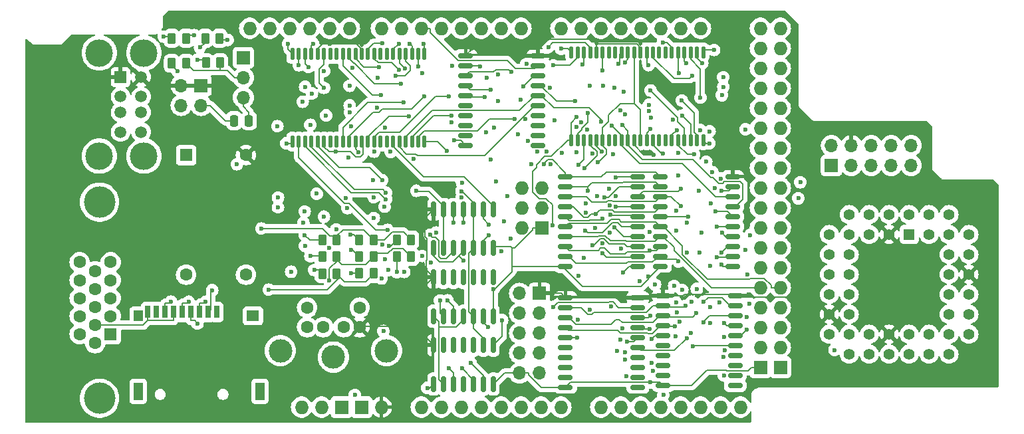
<source format=gbr>
%TF.GenerationSoftware,KiCad,Pcbnew,8.0.8+dfsg-1*%
%TF.CreationDate,2025-07-24T04:48:19-04:00*%
%TF.ProjectId,VGA_SRAM_SHUIELD_DOUBLE_BUFFER,5647415f-5352-4414-9d5f-53485549454c,rev?*%
%TF.SameCoordinates,Original*%
%TF.FileFunction,Copper,L1,Top*%
%TF.FilePolarity,Positive*%
%FSLAX46Y46*%
G04 Gerber Fmt 4.6, Leading zero omitted, Abs format (unit mm)*
G04 Created by KiCad (PCBNEW 8.0.8+dfsg-1) date 2025-07-24 04:48:19*
%MOMM*%
%LPD*%
G01*
G04 APERTURE LIST*
G04 Aperture macros list*
%AMRoundRect*
0 Rectangle with rounded corners*
0 $1 Rounding radius*
0 $2 $3 $4 $5 $6 $7 $8 $9 X,Y pos of 4 corners*
0 Add a 4 corners polygon primitive as box body*
4,1,4,$2,$3,$4,$5,$6,$7,$8,$9,$2,$3,0*
0 Add four circle primitives for the rounded corners*
1,1,$1+$1,$2,$3*
1,1,$1+$1,$4,$5*
1,1,$1+$1,$6,$7*
1,1,$1+$1,$8,$9*
0 Add four rect primitives between the rounded corners*
20,1,$1+$1,$2,$3,$4,$5,0*
20,1,$1+$1,$4,$5,$6,$7,0*
20,1,$1+$1,$6,$7,$8,$9,0*
20,1,$1+$1,$8,$9,$2,$3,0*%
G04 Aperture macros list end*
%TA.AperFunction,SMDPad,CuDef*%
%ADD10RoundRect,0.150000X0.150000X-0.825000X0.150000X0.825000X-0.150000X0.825000X-0.150000X-0.825000X0*%
%TD*%
%TA.AperFunction,SMDPad,CuDef*%
%ADD11RoundRect,0.150000X-0.800000X-0.150000X0.800000X-0.150000X0.800000X0.150000X-0.800000X0.150000X0*%
%TD*%
%TA.AperFunction,ComponentPad*%
%ADD12R,1.700000X1.700000*%
%TD*%
%TA.AperFunction,ComponentPad*%
%ADD13O,1.700000X1.700000*%
%TD*%
%TA.AperFunction,ComponentPad*%
%ADD14R,1.500000X1.500000*%
%TD*%
%TA.AperFunction,ComponentPad*%
%ADD15C,1.500000*%
%TD*%
%TA.AperFunction,ComponentPad*%
%ADD16C,3.500000*%
%TD*%
%TA.AperFunction,ComponentPad*%
%ADD17C,4.000000*%
%TD*%
%TA.AperFunction,ComponentPad*%
%ADD18R,1.600000X1.600000*%
%TD*%
%TA.AperFunction,ComponentPad*%
%ADD19C,1.600000*%
%TD*%
%TA.AperFunction,SMDPad,CuDef*%
%ADD20RoundRect,0.250000X-0.262500X-0.450000X0.262500X-0.450000X0.262500X0.450000X-0.262500X0.450000X0*%
%TD*%
%TA.AperFunction,ComponentPad*%
%ADD21R,1.422400X1.422400*%
%TD*%
%TA.AperFunction,ComponentPad*%
%ADD22C,1.422400*%
%TD*%
%TA.AperFunction,ComponentPad*%
%ADD23C,2.990000*%
%TD*%
%TA.AperFunction,SMDPad,CuDef*%
%ADD24RoundRect,0.137500X0.137500X-0.625000X0.137500X0.625000X-0.137500X0.625000X-0.137500X-0.625000X0*%
%TD*%
%TA.AperFunction,SMDPad,CuDef*%
%ADD25RoundRect,0.250000X0.250000X0.475000X-0.250000X0.475000X-0.250000X-0.475000X0.250000X-0.475000X0*%
%TD*%
%TA.AperFunction,SMDPad,CuDef*%
%ADD26R,0.700000X1.600000*%
%TD*%
%TA.AperFunction,SMDPad,CuDef*%
%ADD27R,1.200000X2.200000*%
%TD*%
%TA.AperFunction,SMDPad,CuDef*%
%ADD28R,1.600000X1.400000*%
%TD*%
%TA.AperFunction,SMDPad,CuDef*%
%ADD29R,1.200000X1.400000*%
%TD*%
%TA.AperFunction,ComponentPad*%
%ADD30O,1.727200X1.727200*%
%TD*%
%TA.AperFunction,ComponentPad*%
%ADD31R,1.727200X1.727200*%
%TD*%
%TA.AperFunction,ViaPad*%
%ADD32C,0.600000*%
%TD*%
%TA.AperFunction,Conductor*%
%ADD33C,0.200000*%
%TD*%
G04 APERTURE END LIST*
D10*
%TO.P,U13,1*%
%TO.N,~{VGA_OUT}*%
X80000000Y-161750000D03*
%TO.P,U13,2*%
%TO.N,~{COUNTER_BANK1}*%
X81270000Y-161750000D03*
%TO.P,U13,3*%
%TO.N,~{VGA_OUT 1}*%
X82540000Y-161750000D03*
%TO.P,U13,4*%
%TO.N,~{VGA_OUT}*%
X83810000Y-161750000D03*
%TO.P,U13,5*%
%TO.N,BANK_SELECT*%
X85080000Y-161750000D03*
%TO.P,U13,6*%
%TO.N,~{VGA_OUT 2}*%
X86350000Y-161750000D03*
%TO.P,U13,7,GND*%
%TO.N,GND*%
X87620000Y-161750000D03*
%TO.P,U13,8*%
%TO.N,~{WE_BANK1}*%
X87620000Y-156800000D03*
%TO.P,U13,9*%
%TO.N,~{MCU_WE}*%
X86350000Y-156800000D03*
%TO.P,U13,10*%
%TO.N,BANK_SELECT*%
X85080000Y-156800000D03*
%TO.P,U13,11*%
%TO.N,~{WE_BANK2}*%
X83810000Y-156800000D03*
%TO.P,U13,12*%
%TO.N,~{MCU_WE}*%
X82540000Y-156800000D03*
%TO.P,U13,13*%
%TO.N,~{COUNTER_BANK1}*%
X81270000Y-156800000D03*
%TO.P,U13,14,VCC*%
%TO.N,PWR*%
X80000000Y-156800000D03*
%TD*%
D11*
%TO.P,U11,1,A->B*%
%TO.N,PWR*%
X84100000Y-137210000D03*
%TO.P,U11,2,A0*%
%TO.N,MCUMEMADDR16*%
X84100000Y-138480000D03*
%TO.P,U11,3,A1*%
%TO.N,MCUMEMADDR17*%
X84100000Y-139750000D03*
%TO.P,U11,4,A2*%
%TO.N,MCUMEMADDR18*%
X84100000Y-141020000D03*
%TO.P,U11,5,A3*%
%TO.N,MCUMEMADDR19*%
X84100000Y-142290000D03*
%TO.P,U11,6,A4*%
%TO.N,unconnected-(U11-A4-Pad6)*%
X84100000Y-143560000D03*
%TO.P,U11,7,A5*%
%TO.N,unconnected-(U11-A5-Pad7)*%
X84100000Y-144830000D03*
%TO.P,U11,8,A6*%
%TO.N,unconnected-(U11-A6-Pad8)*%
X84100000Y-146100000D03*
%TO.P,U11,9,A7*%
%TO.N,unconnected-(U11-A7-Pad9)*%
X84100000Y-147370000D03*
%TO.P,U11,10,GND*%
%TO.N,GND*%
X84100000Y-148640000D03*
%TO.P,U11,11,B7*%
%TO.N,unconnected-(U11-B7-Pad11)*%
X93300000Y-148640000D03*
%TO.P,U11,12,B6*%
%TO.N,unconnected-(U11-B6-Pad12)*%
X93300000Y-147370000D03*
%TO.P,U11,13,B5*%
%TO.N,unconnected-(U11-B5-Pad13)*%
X93300000Y-146100000D03*
%TO.P,U11,14,B4*%
%TO.N,unconnected-(U11-B4-Pad14)*%
X93300000Y-144830000D03*
%TO.P,U11,15,B3*%
%TO.N,MEMADDR_BANK119*%
X93300000Y-143560000D03*
%TO.P,U11,16,B2*%
%TO.N,MEMADDR_BANK118*%
X93300000Y-142290000D03*
%TO.P,U11,17,B1*%
%TO.N,MEMADDR_BANK117*%
X93300000Y-141020000D03*
%TO.P,U11,18,B0*%
%TO.N,MEMADDR_BANK116*%
X93300000Y-139750000D03*
%TO.P,U11,19,CE*%
%TO.N,BANK_SELECT*%
X93300000Y-138480000D03*
%TO.P,U11,20,VCC*%
%TO.N,PWR*%
X93300000Y-137210000D03*
%TD*%
D12*
%TO.P,J8,1,Pin_1*%
%TO.N,GND*%
X55800000Y-137475000D03*
D13*
%TO.P,J8,2,Pin_2*%
%TO.N,Net-(J8-Pin_2)*%
X55800000Y-140015000D03*
%TO.P,J8,3,Pin_3*%
X55800000Y-142555000D03*
%TD*%
D14*
%TO.P,J1,1,VBUS1*%
%TO.N,PWR*%
X40152300Y-139940000D03*
D15*
%TO.P,J1,2,D1-*%
%TO.N,Net-(A1-D18{slash}TX1)*%
X40152300Y-142440000D03*
%TO.P,J1,3,D1+*%
%TO.N,Net-(A1-D19{slash}RX1)*%
X40152300Y-144440000D03*
%TO.P,J1,4,GND1*%
%TO.N,GND*%
X40152300Y-146940000D03*
%TO.P,J1,5,VBUS2*%
%TO.N,PWR*%
X42772300Y-139940000D03*
%TO.P,J1,6,D2-*%
%TO.N,Net-(A1-D16{slash}TX2)*%
X42772300Y-142440000D03*
%TO.P,J1,7,D2+*%
%TO.N,Net-(A1-D17{slash}RX2)*%
X42772300Y-144440000D03*
%TO.P,J1,8,GND2*%
%TO.N,GND*%
X42772300Y-146940000D03*
D16*
%TO.P,J1,9,Shield*%
X37442300Y-136870000D03*
X37442300Y-150010000D03*
X43122300Y-136870000D03*
X43122300Y-150010000D03*
%TD*%
D17*
%TO.P,J7,0*%
%TO.N,N/C*%
X37470000Y-155875000D03*
X37470000Y-180875000D03*
D18*
%TO.P,J7,1*%
%TO.N,RED*%
X38890000Y-172690000D03*
D19*
%TO.P,J7,2*%
%TO.N,GREEN*%
X38890000Y-170400000D03*
%TO.P,J7,3*%
%TO.N,BLUE*%
X38890000Y-168110000D03*
%TO.P,J7,4*%
%TO.N,unconnected-(J7-Pad4)*%
X38890000Y-165820000D03*
%TO.P,J7,5*%
%TO.N,GND*%
X38890000Y-163530000D03*
%TO.P,J7,6*%
X36910000Y-173835000D03*
%TO.P,J7,7*%
X36910000Y-171545000D03*
%TO.P,J7,8*%
X36910000Y-169255000D03*
%TO.P,J7,9*%
%TO.N,unconnected-(J7-Pad9)*%
X36910000Y-166965000D03*
%TO.P,J7,10*%
%TO.N,GND*%
X36910000Y-164675000D03*
%TO.P,J7,11*%
%TO.N,unconnected-(J7-Pad11)*%
X34930000Y-172690000D03*
%TO.P,J7,12*%
%TO.N,unconnected-(J7-Pad12)*%
X34930000Y-170400000D03*
%TO.P,J7,13*%
%TO.N,Net-(J7-Pad13)*%
X34930000Y-168110000D03*
%TO.P,J7,14*%
%TO.N,Net-(J7-Pad14)*%
X34930000Y-165820000D03*
%TO.P,J7,15*%
%TO.N,unconnected-(J7-Pad15)*%
X34930000Y-163530000D03*
%TD*%
D10*
%TO.P,U12,1*%
%TO.N,~{MCU_OE}*%
X80000000Y-170420000D03*
%TO.P,U12,2*%
%TO.N,~{COUNTER_BANK1}*%
X81270000Y-170420000D03*
%TO.P,U12,3*%
%TO.N,~{OE_BANK1}*%
X82540000Y-170420000D03*
%TO.P,U12,4*%
%TO.N,~{MCU_OE}*%
X83810000Y-170420000D03*
%TO.P,U12,5*%
%TO.N,BANK_SELECT*%
X85080000Y-170420000D03*
%TO.P,U12,6*%
%TO.N,~{OE_BANK2}*%
X86350000Y-170420000D03*
%TO.P,U12,7,GND*%
%TO.N,GND*%
X87620000Y-170420000D03*
%TO.P,U12,8*%
%TO.N,N/C*%
X87620000Y-165470000D03*
%TO.P,U12,9*%
X86350000Y-165470000D03*
%TO.P,U12,10*%
X85080000Y-165470000D03*
%TO.P,U12,11*%
X83810000Y-165470000D03*
%TO.P,U12,12*%
X82540000Y-165470000D03*
%TO.P,U12,13*%
X81270000Y-165470000D03*
%TO.P,U12,14,VCC*%
%TO.N,PWR*%
X80000000Y-165470000D03*
%TD*%
D11*
%TO.P,U7,20,VCC*%
%TO.N,PWR*%
X106000000Y-168035000D03*
%TO.P,U7,19,CE*%
%TO.N,BANK_SELECT*%
X106000000Y-169305000D03*
%TO.P,U7,18,B0*%
%TO.N,MEMADDR_BANK216*%
X106000000Y-170575000D03*
%TO.P,U7,17,B1*%
%TO.N,MEMADDR_BANK217*%
X106000000Y-171845000D03*
%TO.P,U7,16,B2*%
%TO.N,MEMADDR_BANK218*%
X106000000Y-173115000D03*
%TO.P,U7,15,B3*%
%TO.N,MEMADDR_BANK219*%
X106000000Y-174385000D03*
%TO.P,U7,14,B4*%
%TO.N,unconnected-(U7-B4-Pad14)*%
X106000000Y-175655000D03*
%TO.P,U7,13,B5*%
%TO.N,unconnected-(U7-B5-Pad13)*%
X106000000Y-176925000D03*
%TO.P,U7,12,B6*%
%TO.N,unconnected-(U7-B6-Pad12)*%
X106000000Y-178195000D03*
%TO.P,U7,11,B7*%
%TO.N,unconnected-(U7-B7-Pad11)*%
X106000000Y-179465000D03*
%TO.P,U7,10,GND*%
%TO.N,GND*%
X96800000Y-179465000D03*
%TO.P,U7,9,A7*%
%TO.N,unconnected-(U7-A7-Pad9)*%
X96800000Y-178195000D03*
%TO.P,U7,8,A6*%
%TO.N,unconnected-(U7-A6-Pad8)*%
X96800000Y-176925000D03*
%TO.P,U7,7,A5*%
%TO.N,unconnected-(U7-A5-Pad7)*%
X96800000Y-175655000D03*
%TO.P,U7,6,A4*%
%TO.N,unconnected-(U7-A4-Pad6)*%
X96800000Y-174385000D03*
%TO.P,U7,5,A3*%
%TO.N,COUNTER_MEMADDR19*%
X96800000Y-173115000D03*
%TO.P,U7,4,A2*%
%TO.N,COUNTER_MEMADDR18*%
X96800000Y-171845000D03*
%TO.P,U7,3,A1*%
%TO.N,COUNTER_MEMADDR17*%
X96800000Y-170575000D03*
%TO.P,U7,2,A0*%
%TO.N,COUNTER_MEMADDR16*%
X96800000Y-169305000D03*
%TO.P,U7,1,A->B*%
%TO.N,PWR*%
X96800000Y-168035000D03*
%TD*%
D20*
%TO.P,R3,1*%
%TO.N,Net-(U21-B0)*%
X65825000Y-164980000D03*
%TO.P,R3,2*%
%TO.N,BLUE*%
X67650000Y-164980000D03*
%TD*%
D21*
%TO.P,U4,1,1*%
%TO.N,READY*%
X140560000Y-160000000D03*
D22*
%TO.P,U4,2,2*%
%TO.N,Net-(X1-OUT)*%
X138020000Y-157460000D03*
%TO.P,U4,3,3*%
%TO.N,PWR*%
X138020000Y-160000000D03*
%TO.P,U4,4,4*%
%TO.N,COUNTER_MEMADDR0*%
X135480000Y-157460000D03*
%TO.P,U4,5,5*%
%TO.N,COUNTER_MEMADDR1*%
X135480000Y-160000000D03*
%TO.P,U4,6,6*%
%TO.N,COUNTER_MEMADDR2*%
X132940000Y-157460000D03*
%TO.P,U4,7,7*%
%TO.N,TDI*%
X130400000Y-160000000D03*
%TO.P,U4,8,8*%
%TO.N,COUNTER_MEMADDR3*%
X132940000Y-160000000D03*
%TO.P,U4,9,9*%
%TO.N,COUNTER_MEMADDR4*%
X130400000Y-162540000D03*
%TO.P,U4,10,10*%
%TO.N,GND*%
X132940000Y-162540000D03*
%TO.P,U4,11,11*%
%TO.N,COUNTER_MEMADDR5*%
X130400000Y-165080000D03*
%TO.P,U4,12,12*%
%TO.N,COUNTER_MEMADDR6*%
X132940000Y-165080000D03*
%TO.P,U4,13,13*%
%TO.N,TMS*%
X130400000Y-167620000D03*
%TO.P,U4,14,14*%
%TO.N,COUNTER_MEMADDR7*%
X132940000Y-167620000D03*
%TO.P,U4,15,15*%
%TO.N,PWR*%
X130400000Y-170160000D03*
%TO.P,U4,16,16*%
%TO.N,COUNTER_MEMADDR8*%
X132940000Y-170160000D03*
%TO.P,U4,17,17*%
%TO.N,COUNTER_MEMADDR9*%
X130400000Y-172700000D03*
%TO.P,U4,18,18*%
%TO.N,COUNTER_MEMADDR10*%
X132940000Y-175240000D03*
%TO.P,U4,19,19*%
%TO.N,COUNTER_MEMADDR11*%
X132940000Y-172700000D03*
%TO.P,U4,20,20*%
%TO.N,COUNTER_MEMADDR12*%
X135480000Y-175240000D03*
%TO.P,U4,21,21*%
%TO.N,COUNTER_MEMADDR13*%
X135480000Y-172700000D03*
%TO.P,U4,22,22*%
%TO.N,GND*%
X138020000Y-175240000D03*
%TO.P,U4,23,23*%
%TO.N,PWR*%
X138020000Y-172700000D03*
%TO.P,U4,24,24*%
%TO.N,COUNTER_MEMADDR14*%
X140560000Y-175240000D03*
%TO.P,U4,25,25*%
%TO.N,COUNTER_MEMADDR15*%
X140560000Y-172700000D03*
%TO.P,U4,26,26*%
%TO.N,COUNTER_MEMADDR16*%
X143100000Y-175240000D03*
%TO.P,U4,27,27*%
%TO.N,COUNTER_MEMADDR17*%
X143100000Y-172700000D03*
%TO.P,U4,28,28*%
%TO.N,COUNTER_MEMADDR18*%
X145640000Y-175240000D03*
%TO.P,U4,29,29*%
%TO.N,COUNTER_MEMADDR19*%
X148180000Y-172700000D03*
%TO.P,U4,30,30*%
%TO.N,GND*%
X145640000Y-172700000D03*
%TO.P,U4,31,31*%
%TO.N,unconnected-(U4-Pad31)*%
X148180000Y-170160000D03*
%TO.P,U4,32,32*%
%TO.N,TCK*%
X145640000Y-170160000D03*
%TO.P,U4,33,33*%
%TO.N,~{H_SYNC}*%
X148180000Y-167620000D03*
%TO.P,U4,34,34*%
%TO.N,~{V_SYNC}*%
X145640000Y-167620000D03*
%TO.P,U4,35,35*%
%TO.N,PWR*%
X148180000Y-165080000D03*
%TO.P,U4,36,36*%
%TO.N,BANK_SELECT*%
X145640000Y-165080000D03*
%TO.P,U4,37,37*%
%TO.N,unconnected-(U4-Pad37)*%
X148180000Y-162540000D03*
%TO.P,U4,38,38*%
%TO.N,TDO*%
X145640000Y-162540000D03*
%TO.P,U4,39,39*%
%TO.N,~{VGA_OUT}*%
X148180000Y-160000000D03*
%TO.P,U4,40,40*%
%TO.N,unconnected-(U4-Pad40)*%
X145640000Y-157460000D03*
%TO.P,U4,41,41*%
%TO.N,unconnected-(U4-Pad41)*%
X145640000Y-160000000D03*
%TO.P,U4,42,42*%
%TO.N,GND*%
X143100000Y-157460000D03*
%TO.P,U4,43,43*%
%TO.N,unconnected-(U4-Pad43)*%
X143100000Y-160000000D03*
%TO.P,U4,44,44*%
%TO.N,unconnected-(U4-Pad44)*%
X140560000Y-157460000D03*
%TD*%
D11*
%TO.P,U14,1,A->B*%
%TO.N,/MCU OE*%
X96800000Y-152670000D03*
%TO.P,U14,2,A0*%
%TO.N,DATA0*%
X96800000Y-153940000D03*
%TO.P,U14,3,A1*%
%TO.N,DATA1*%
X96800000Y-155210000D03*
%TO.P,U14,4,A2*%
%TO.N,DATA2*%
X96800000Y-156480000D03*
%TO.P,U14,5,A3*%
%TO.N,DATA3*%
X96800000Y-157750000D03*
%TO.P,U14,6,A4*%
%TO.N,DATA4*%
X96800000Y-159020000D03*
%TO.P,U14,7,A5*%
%TO.N,DATA5*%
X96800000Y-160290000D03*
%TO.P,U14,8,A6*%
%TO.N,DATA6*%
X96800000Y-161560000D03*
%TO.P,U14,9,A7*%
%TO.N,DATA7*%
X96800000Y-162830000D03*
%TO.P,U14,10,GND*%
%TO.N,GND*%
X96800000Y-164100000D03*
%TO.P,U14,11,B7*%
%TO.N,DATA_BANK17*%
X106000000Y-164100000D03*
%TO.P,U14,12,B6*%
%TO.N,DATA_BANK16*%
X106000000Y-162830000D03*
%TO.P,U14,13,B5*%
%TO.N,DATA_BANK15*%
X106000000Y-161560000D03*
%TO.P,U14,14,B4*%
%TO.N,DATA_BANK14*%
X106000000Y-160290000D03*
%TO.P,U14,15,B3*%
%TO.N,DATA_BANK13*%
X106000000Y-159020000D03*
%TO.P,U14,16,B2*%
%TO.N,DATA_BANK12*%
X106000000Y-157750000D03*
%TO.P,U14,17,B1*%
%TO.N,DATA_BANK11*%
X106000000Y-156480000D03*
%TO.P,U14,18,B0*%
%TO.N,DATA_BANK10*%
X106000000Y-155210000D03*
%TO.P,U14,19,CE*%
%TO.N,BANK_SELECT*%
X106000000Y-153940000D03*
%TO.P,U14,20,VCC*%
%TO.N,PWR*%
X106000000Y-152670000D03*
%TD*%
D19*
%TO.P,J3,1*%
%TO.N,/PS2_DAT*%
X65950000Y-171800000D03*
%TO.P,J3,2*%
%TO.N,unconnected-(J3-Pad2)*%
X68550000Y-171800000D03*
%TO.P,J3,3*%
%TO.N,GND*%
X63900000Y-171800000D03*
%TO.P,J3,4*%
%TO.N,PWR*%
X70600000Y-171800000D03*
%TO.P,J3,5*%
%TO.N,/PS2_CLK*%
X63900000Y-169310000D03*
%TO.P,J3,6*%
%TO.N,unconnected-(J3-Pad6)*%
X70600000Y-169310000D03*
D23*
%TO.P,J3,7*%
%TO.N,N/C*%
X74010000Y-174800000D03*
%TO.P,J3,8*%
X67250000Y-175610000D03*
%TO.P,J3,9*%
X60490000Y-174800000D03*
%TD*%
D20*
%TO.P,R2,1*%
%TO.N,Net-(A1-PadD7)*%
X51000000Y-138100000D03*
%TO.P,R2,2*%
%TO.N,Net-(J8-Pin_2)*%
X52825000Y-138100000D03*
%TD*%
D18*
%TO.P,X1,1,NC*%
%TO.N,unconnected-(X1-NC-Pad1)*%
X48490000Y-149880000D03*
D19*
%TO.P,X1,7,GND*%
%TO.N,GND*%
X48490000Y-165120000D03*
%TO.P,X1,8,OUT*%
%TO.N,Net-(X1-OUT)*%
X56110000Y-165120000D03*
%TO.P,X1,14,Vcc*%
%TO.N,PWR*%
X56110000Y-149880000D03*
%TD*%
D20*
%TO.P,R9,1*%
%TO.N,Net-(U21-B6)*%
X70525000Y-160670000D03*
%TO.P,R9,2*%
%TO.N,RED*%
X72350000Y-160670000D03*
%TD*%
D24*
%TO.P,U20,1,A4*%
%TO.N,MEMADDR_BANK24*%
X97540000Y-147985000D03*
%TO.P,U20,2,A3*%
%TO.N,MEMADDR_BANK23*%
X98340000Y-147985000D03*
%TO.P,U20,3,A2*%
%TO.N,MEMADDR_BANK22*%
X99140000Y-147985000D03*
%TO.P,U20,4,A1*%
%TO.N,MEMADDR_BANK21*%
X99940000Y-147985000D03*
%TO.P,U20,5,A0*%
%TO.N,MEMADDR_BANK20*%
X100740000Y-147985000D03*
%TO.P,U20,6,~{CS1}*%
%TO.N,GND*%
X101540000Y-147985000D03*
%TO.P,U20,7,NC*%
%TO.N,unconnected-(U20-NC-Pad7)*%
X102340000Y-147985000D03*
%TO.P,U20,8,NC*%
%TO.N,unconnected-(U20-NC-Pad8)*%
X103140000Y-147985000D03*
%TO.P,U20,9,I/O1*%
%TO.N,DATA_BANK20*%
X103940000Y-147985000D03*
%TO.P,U20,10,I/O2*%
%TO.N,DATA_BANK21*%
X104740000Y-147985000D03*
%TO.P,U20,11,VDD*%
%TO.N,PWR*%
X105540000Y-147985000D03*
%TO.P,U20,12,GND*%
%TO.N,GND*%
X106340000Y-147985000D03*
%TO.P,U20,13,I/O3*%
%TO.N,DATA_BANK22*%
X107140000Y-147985000D03*
%TO.P,U20,14,I/O4*%
%TO.N,DATA_BANK23*%
X107940000Y-147985000D03*
%TO.P,U20,15,NC*%
%TO.N,unconnected-(U20-NC-Pad15)*%
X108740000Y-147985000D03*
%TO.P,U20,16,NC*%
%TO.N,unconnected-(U20-NC-Pad16)*%
X109540000Y-147985000D03*
%TO.P,U20,17,~{WE}*%
%TO.N,~{WE_BANK2}*%
X110340000Y-147985000D03*
%TO.P,U20,18,A19*%
%TO.N,MEMADDR_BANK219*%
X111140000Y-147985000D03*
%TO.P,U20,19,A18*%
%TO.N,MEMADDR_BANK218*%
X111940000Y-147985000D03*
%TO.P,U20,20,A17*%
%TO.N,MEMADDR_BANK217*%
X112740000Y-147985000D03*
%TO.P,U20,21,A16*%
%TO.N,MEMADDR_BANK216*%
X113540000Y-147985000D03*
%TO.P,U20,22,A15*%
%TO.N,MEMADDR_BANK215*%
X114340000Y-147985000D03*
%TO.P,U20,23,A14*%
%TO.N,MEMADDR_BANK214*%
X114340000Y-136810000D03*
%TO.P,U20,24,A13*%
%TO.N,MEMADDR_BANK213*%
X113540000Y-136810000D03*
%TO.P,U20,25,A12*%
%TO.N,MEMADDR_BANK212*%
X112740000Y-136810000D03*
%TO.P,U20,26,A11*%
%TO.N,MEMADDR_BANK211*%
X111940000Y-136810000D03*
%TO.P,U20,27,A10*%
%TO.N,MEMADDR_BANK210*%
X111140000Y-136810000D03*
%TO.P,U20,28,A9*%
%TO.N,MEMADDR_BANK29*%
X110340000Y-136810000D03*
%TO.P,U20,29,NC*%
%TO.N,unconnected-(U20-NC-Pad29)*%
X109540000Y-136810000D03*
%TO.P,U20,30,NC*%
%TO.N,unconnected-(U20-NC-Pad30)*%
X108740000Y-136810000D03*
%TO.P,U20,31,I/O5*%
%TO.N,DATA_BANK24*%
X107940000Y-136810000D03*
%TO.P,U20,32,I/O6*%
%TO.N,DATA_BANK25*%
X107140000Y-136810000D03*
%TO.P,U20,33,VDD*%
%TO.N,PWR*%
X106340000Y-136810000D03*
%TO.P,U20,34,GND*%
%TO.N,GND*%
X105540000Y-136810000D03*
%TO.P,U20,35,I/O7*%
%TO.N,DATA_BANK26*%
X104740000Y-136810000D03*
%TO.P,U20,36,I/O8*%
%TO.N,DATA_BANK27*%
X103940000Y-136810000D03*
%TO.P,U20,37,NC*%
%TO.N,unconnected-(U20-NC-Pad37)*%
X103140000Y-136810000D03*
%TO.P,U20,38,NC*%
%TO.N,unconnected-(U20-NC-Pad38)*%
X102340000Y-136810000D03*
%TO.P,U20,39,A8*%
%TO.N,MEMADDR_BANK28*%
X101540000Y-136810000D03*
%TO.P,U20,40,CS2*%
%TO.N,PWR*%
X100740000Y-136810000D03*
%TO.P,U20,41,~{OE}*%
%TO.N,~{OE_BANK2}*%
X99940000Y-136810000D03*
%TO.P,U20,42,A7*%
%TO.N,MEMADDR_BANK27*%
X99140000Y-136810000D03*
%TO.P,U20,43,A6*%
%TO.N,MEMADDR_BANK26*%
X98340000Y-136810000D03*
%TO.P,U20,44,A5*%
%TO.N,MEMADDR_BANK25*%
X97540000Y-136810000D03*
%TD*%
D20*
%TO.P,R7,1*%
%TO.N,Net-(U21-B4)*%
X75325000Y-162820000D03*
%TO.P,R7,2*%
%TO.N,GREEN*%
X77150000Y-162820000D03*
%TD*%
D24*
%TO.P,U19,1,A4*%
%TO.N,MEMADDR_BANK14*%
X62050000Y-148175000D03*
%TO.P,U19,2,A3*%
%TO.N,MEMADDR_BANK13*%
X62850000Y-148175000D03*
%TO.P,U19,3,A2*%
%TO.N,MEMADDR_BANK12*%
X63650000Y-148175000D03*
%TO.P,U19,4,A1*%
%TO.N,MEMADDR_BANK11*%
X64450000Y-148175000D03*
%TO.P,U19,5,A0*%
%TO.N,MEMADDR_BANK10*%
X65250000Y-148175000D03*
%TO.P,U19,6,~{CS1}*%
%TO.N,GND*%
X66050000Y-148175000D03*
%TO.P,U19,7,NC*%
%TO.N,unconnected-(U19-NC-Pad7)*%
X66850000Y-148175000D03*
%TO.P,U19,8,NC*%
%TO.N,unconnected-(U19-NC-Pad8)*%
X67650000Y-148175000D03*
%TO.P,U19,9,I/O1*%
%TO.N,DATA_BANK10*%
X68450000Y-148175000D03*
%TO.P,U19,10,I/O2*%
%TO.N,DATA_BANK11*%
X69250000Y-148175000D03*
%TO.P,U19,11,VDD*%
%TO.N,PWR*%
X70050000Y-148175000D03*
%TO.P,U19,12,GND*%
%TO.N,GND*%
X70850000Y-148175000D03*
%TO.P,U19,13,I/O3*%
%TO.N,DATA_BANK12*%
X71650000Y-148175000D03*
%TO.P,U19,14,I/O4*%
%TO.N,DATA_BANK13*%
X72450000Y-148175000D03*
%TO.P,U19,15,NC*%
%TO.N,unconnected-(U19-NC-Pad15)*%
X73250000Y-148175000D03*
%TO.P,U19,16,NC*%
%TO.N,unconnected-(U19-NC-Pad16)*%
X74050000Y-148175000D03*
%TO.P,U19,17,~{WE}*%
%TO.N,~{WE_BANK1}*%
X74850000Y-148175000D03*
%TO.P,U19,18,A19*%
%TO.N,MEMADDR_BANK119*%
X75650000Y-148175000D03*
%TO.P,U19,19,A18*%
%TO.N,MEMADDR_BANK118*%
X76450000Y-148175000D03*
%TO.P,U19,20,A17*%
%TO.N,MEMADDR_BANK117*%
X77250000Y-148175000D03*
%TO.P,U19,21,A16*%
%TO.N,MEMADDR_BANK116*%
X78050000Y-148175000D03*
%TO.P,U19,22,A15*%
%TO.N,MEMADDR_BANK115*%
X78850000Y-148175000D03*
%TO.P,U19,23,A14*%
%TO.N,MEMADDR_BANK114*%
X78850000Y-137000000D03*
%TO.P,U19,24,A13*%
%TO.N,MEMADDR_BANK113*%
X78050000Y-137000000D03*
%TO.P,U19,25,A12*%
%TO.N,MEMADDR_BANK112*%
X77250000Y-137000000D03*
%TO.P,U19,26,A11*%
%TO.N,MEMADDR_BANK111*%
X76450000Y-137000000D03*
%TO.P,U19,27,A10*%
%TO.N,MEMADDR_BANK110*%
X75650000Y-137000000D03*
%TO.P,U19,28,A9*%
%TO.N,MEMADDR_BANK19*%
X74850000Y-137000000D03*
%TO.P,U19,29,NC*%
%TO.N,unconnected-(U19-NC-Pad29)*%
X74050000Y-137000000D03*
%TO.P,U19,30,NC*%
%TO.N,unconnected-(U19-NC-Pad30)*%
X73250000Y-137000000D03*
%TO.P,U19,31,I/O5*%
%TO.N,DATA_BANK14*%
X72450000Y-137000000D03*
%TO.P,U19,32,I/O6*%
%TO.N,DATA_BANK15*%
X71650000Y-137000000D03*
%TO.P,U19,33,VDD*%
%TO.N,PWR*%
X70850000Y-137000000D03*
%TO.P,U19,34,GND*%
%TO.N,GND*%
X70050000Y-137000000D03*
%TO.P,U19,35,I/O7*%
%TO.N,DATA_BANK16*%
X69250000Y-137000000D03*
%TO.P,U19,36,I/O8*%
%TO.N,DATA_BANK17*%
X68450000Y-137000000D03*
%TO.P,U19,37,NC*%
%TO.N,unconnected-(U19-NC-Pad37)*%
X67650000Y-137000000D03*
%TO.P,U19,38,NC*%
%TO.N,unconnected-(U19-NC-Pad38)*%
X66850000Y-137000000D03*
%TO.P,U19,39,A8*%
%TO.N,MEMADDR_BANK18*%
X66050000Y-137000000D03*
%TO.P,U19,40,CS2*%
%TO.N,PWR*%
X65250000Y-137000000D03*
%TO.P,U19,41,~{OE}*%
%TO.N,~{OE_BANK1}*%
X64450000Y-137000000D03*
%TO.P,U19,42,A7*%
%TO.N,MEMADDR_BANK17*%
X63650000Y-137000000D03*
%TO.P,U19,43,A6*%
%TO.N,MEMADDR_BANK16*%
X62850000Y-137000000D03*
%TO.P,U19,44,A5*%
%TO.N,MEMADDR_BANK15*%
X62050000Y-137000000D03*
%TD*%
D20*
%TO.P,R1,1*%
%TO.N,Net-(A1-PadD6)*%
X46675000Y-138200000D03*
%TO.P,R1,2*%
%TO.N,Net-(J8-Pin_2)*%
X48500000Y-138200000D03*
%TD*%
%TO.P,R8,1*%
%TO.N,Net-(U21-B5)*%
X65825000Y-160680000D03*
%TO.P,R8,2*%
%TO.N,RED*%
X67650000Y-160680000D03*
%TD*%
%TO.P,R10,1*%
%TO.N,Net-(U21-B7)*%
X75325000Y-160670000D03*
%TO.P,R10,2*%
%TO.N,RED*%
X77150000Y-160670000D03*
%TD*%
D25*
%TO.P,C1,1*%
%TO.N,Net-(J8-Pin_2)*%
X56500000Y-145500000D03*
%TO.P,C1,2*%
%TO.N,GND*%
X54600000Y-145500000D03*
%TD*%
D20*
%TO.P,R20,1*%
%TO.N,Net-(J7-Pad14)*%
X50925000Y-135000000D03*
%TO.P,R20,2*%
%TO.N,~{V_SYNC}*%
X52750000Y-135000000D03*
%TD*%
D12*
%TO.P,J2,1,Pin_1*%
%TO.N,PWR*%
X93500000Y-167500000D03*
D13*
%TO.P,J2,2,Pin_2*%
%TO.N,Net-(J2-Pin_2)*%
X90960000Y-167500000D03*
%TO.P,J2,3,Pin_3*%
%TO.N,Net-(J2-Pin_3)*%
X93500000Y-170040000D03*
%TO.P,J2,4,Pin_4*%
%TO.N,Net-(J2-Pin_4)*%
X90960000Y-170040000D03*
%TO.P,J2,5,Pin_5*%
%TO.N,Net-(J2-Pin_5)*%
X93500000Y-172580000D03*
%TO.P,J2,6,Pin_6*%
%TO.N,Net-(J2-Pin_6)*%
X90960000Y-172580000D03*
%TO.P,J2,7,Pin_7*%
%TO.N,Net-(J2-Pin_7)*%
X93500000Y-175120000D03*
%TO.P,J2,8,Pin_8*%
%TO.N,Net-(J2-Pin_8)*%
X90960000Y-175120000D03*
%TO.P,J2,9,Pin_9*%
%TO.N,Net-(J2-Pin_9)*%
X93500000Y-177660000D03*
%TO.P,J2,10,Pin_10*%
%TO.N,GND*%
X90960000Y-177660000D03*
%TD*%
D20*
%TO.P,R4,1*%
%TO.N,Net-(U21-B1)*%
X70525000Y-164970000D03*
%TO.P,R4,2*%
%TO.N,BLUE*%
X72350000Y-164970000D03*
%TD*%
%TO.P,R19,1*%
%TO.N,Net-(J7-Pad13)*%
X46675000Y-135000000D03*
%TO.P,R19,2*%
%TO.N,~{H_SYNC}*%
X48500000Y-135000000D03*
%TD*%
D12*
%TO.P,J4,1,Pin_1*%
%TO.N,PWR*%
X50400000Y-141020000D03*
D13*
%TO.P,J4,2,Pin_2*%
X47860000Y-141020000D03*
%TO.P,J4,3,Pin_3*%
%TO.N,GND*%
X50400000Y-143560000D03*
%TO.P,J4,4,Pin_4*%
X47860000Y-143560000D03*
%TD*%
D10*
%TO.P,U8,1*%
%TO.N,/MCU OE*%
X80000000Y-179060000D03*
%TO.P,U8,2*%
%TO.N,~{MCU_OE}*%
X81270000Y-179060000D03*
%TO.P,U8,3*%
%TO.N,/MCU CE*%
X82540000Y-179060000D03*
%TO.P,U8,4*%
%TO.N,~{MCU_CE}*%
X83810000Y-179060000D03*
%TO.P,U8,5*%
%TO.N,/MCU WE*%
X85080000Y-179060000D03*
%TO.P,U8,6*%
%TO.N,~{MCU_WE}*%
X86350000Y-179060000D03*
%TO.P,U8,7,GND*%
%TO.N,GND*%
X87620000Y-179060000D03*
%TO.P,U8,8*%
%TO.N,~{COUNTER_BANK1}*%
X87620000Y-174110000D03*
%TO.P,U8,9*%
%TO.N,BANK_SELECT*%
X86350000Y-174110000D03*
%TO.P,U8,10*%
%TO.N,N/C*%
X85080000Y-174110000D03*
%TO.P,U8,11*%
X83810000Y-174110000D03*
%TO.P,U8,12*%
X82540000Y-174110000D03*
%TO.P,U8,13*%
X81270000Y-174110000D03*
%TO.P,U8,14,VCC*%
%TO.N,PWR*%
X80000000Y-174110000D03*
%TD*%
D20*
%TO.P,R5,1*%
%TO.N,Net-(U21-B2)*%
X65825000Y-162830000D03*
%TO.P,R5,2*%
%TO.N,GREEN*%
X67650000Y-162830000D03*
%TD*%
D11*
%TO.P,U15,1,A->B*%
%TO.N,/MCU OE*%
X108890000Y-152625000D03*
%TO.P,U15,2,A0*%
%TO.N,DATA0*%
X108890000Y-153895000D03*
%TO.P,U15,3,A1*%
%TO.N,DATA1*%
X108890000Y-155165000D03*
%TO.P,U15,4,A2*%
%TO.N,DATA2*%
X108890000Y-156435000D03*
%TO.P,U15,5,A3*%
%TO.N,DATA3*%
X108890000Y-157705000D03*
%TO.P,U15,6,A4*%
%TO.N,DATA4*%
X108890000Y-158975000D03*
%TO.P,U15,7,A5*%
%TO.N,DATA5*%
X108890000Y-160245000D03*
%TO.P,U15,8,A6*%
%TO.N,DATA6*%
X108890000Y-161515000D03*
%TO.P,U15,9,A7*%
%TO.N,DATA7*%
X108890000Y-162785000D03*
%TO.P,U15,10,GND*%
%TO.N,GND*%
X108890000Y-164055000D03*
%TO.P,U15,11,B7*%
%TO.N,DATA_BANK27*%
X118090000Y-164055000D03*
%TO.P,U15,12,B6*%
%TO.N,DATA_BANK26*%
X118090000Y-162785000D03*
%TO.P,U15,13,B5*%
%TO.N,DATA_BANK25*%
X118090000Y-161515000D03*
%TO.P,U15,14,B4*%
%TO.N,DATA_BANK24*%
X118090000Y-160245000D03*
%TO.P,U15,15,B3*%
%TO.N,DATA_BANK23*%
X118090000Y-158975000D03*
%TO.P,U15,16,B2*%
%TO.N,DATA_BANK22*%
X118090000Y-157705000D03*
%TO.P,U15,17,B1*%
%TO.N,DATA_BANK21*%
X118090000Y-156435000D03*
%TO.P,U15,18,B0*%
%TO.N,DATA_BANK20*%
X118090000Y-155165000D03*
%TO.P,U15,19,CE*%
%TO.N,~{COUNTER_BANK1}*%
X118090000Y-153895000D03*
%TO.P,U15,20,VCC*%
%TO.N,PWR*%
X118090000Y-152625000D03*
%TD*%
D26*
%TO.P,J6,1,DAT2*%
%TO.N,unconnected-(J6-DAT2-Pad1)*%
X52390032Y-169872545D03*
%TO.P,J6,2,DAT3/CD*%
%TO.N,/SD_CS*%
X51290032Y-169872545D03*
%TO.P,J6,3,CMD*%
%TO.N,Net-(A1-SPI_MOSI)*%
X50190032Y-169872545D03*
%TO.P,J6,4,VDD*%
%TO.N,5V*%
X49090032Y-169872545D03*
%TO.P,J6,5,CLK*%
%TO.N,Net-(A1-SPI_SCK)*%
X47990032Y-169872545D03*
%TO.P,J6,6,VSS*%
%TO.N,GND*%
X46890032Y-169872545D03*
%TO.P,J6,7,DAT0*%
%TO.N,Net-(A1-SPI_MISO)*%
X45790032Y-169872545D03*
%TO.P,J6,8,DAT1*%
%TO.N,unconnected-(J6-DAT1-Pad8)*%
X44690032Y-169872545D03*
%TO.P,J6,9,SHIELD*%
%TO.N,GND*%
X43590032Y-169872545D03*
D27*
%TO.P,J6,SH*%
%TO.N,N/C*%
X57890032Y-179972545D03*
D28*
X56990032Y-170372545D03*
D27*
X42390032Y-179972545D03*
D29*
X42390032Y-170372545D03*
%TD*%
D20*
%TO.P,R6,1*%
%TO.N,Net-(U21-B3)*%
X70525000Y-162820000D03*
%TO.P,R6,2*%
%TO.N,GREEN*%
X72350000Y-162820000D03*
%TD*%
D11*
%TO.P,U3,20,VCC*%
%TO.N,PWR*%
X118430000Y-167820000D03*
%TO.P,U3,19,CE*%
%TO.N,~{COUNTER_BANK1}*%
X118430000Y-169090000D03*
%TO.P,U3,18,B0*%
%TO.N,MEMADDR_BANK116*%
X118430000Y-170360000D03*
%TO.P,U3,17,B1*%
%TO.N,MEMADDR_BANK117*%
X118430000Y-171630000D03*
%TO.P,U3,16,B2*%
%TO.N,MEMADDR_BANK118*%
X118430000Y-172900000D03*
%TO.P,U3,15,B3*%
%TO.N,MEMADDR_BANK119*%
X118430000Y-174170000D03*
%TO.P,U3,14,B4*%
%TO.N,unconnected-(U3-B4-Pad14)*%
X118430000Y-175440000D03*
%TO.P,U3,13,B5*%
%TO.N,unconnected-(U3-B5-Pad13)*%
X118430000Y-176710000D03*
%TO.P,U3,12,B6*%
%TO.N,unconnected-(U3-B6-Pad12)*%
X118430000Y-177980000D03*
%TO.P,U3,11,B7*%
%TO.N,unconnected-(U3-B7-Pad11)*%
X118430000Y-179250000D03*
%TO.P,U3,10,GND*%
%TO.N,GND*%
X109230000Y-179250000D03*
%TO.P,U3,9,A7*%
%TO.N,unconnected-(U3-A7-Pad9)*%
X109230000Y-177980000D03*
%TO.P,U3,8,A6*%
%TO.N,unconnected-(U3-A6-Pad8)*%
X109230000Y-176710000D03*
%TO.P,U3,7,A5*%
%TO.N,unconnected-(U3-A5-Pad7)*%
X109230000Y-175440000D03*
%TO.P,U3,6,A4*%
%TO.N,unconnected-(U3-A4-Pad6)*%
X109230000Y-174170000D03*
%TO.P,U3,5,A3*%
%TO.N,COUNTER_MEMADDR19*%
X109230000Y-172900000D03*
%TO.P,U3,4,A2*%
%TO.N,COUNTER_MEMADDR18*%
X109230000Y-171630000D03*
%TO.P,U3,3,A1*%
%TO.N,COUNTER_MEMADDR17*%
X109230000Y-170360000D03*
%TO.P,U3,2,A0*%
%TO.N,COUNTER_MEMADDR16*%
X109230000Y-169090000D03*
%TO.P,U3,1,A->B*%
%TO.N,PWR*%
X109230000Y-167820000D03*
%TD*%
D12*
%TO.P,J5,1,Pin_1*%
%TO.N,TCK*%
X130660000Y-151200000D03*
D13*
%TO.P,J5,2,Pin_2*%
%TO.N,GND*%
X130660000Y-148660000D03*
%TO.P,J5,3,Pin_3*%
%TO.N,TDO*%
X133200000Y-151200000D03*
%TO.P,J5,4,Pin_4*%
%TO.N,PWR*%
X133200000Y-148660000D03*
%TO.P,J5,5,Pin_5*%
%TO.N,TMS*%
X135740000Y-151200000D03*
%TO.P,J5,6,Pin_6*%
%TO.N,unconnected-(J5-Pin_6-Pad6)*%
X135740000Y-148660000D03*
%TO.P,J5,7,Pin_7*%
%TO.N,unconnected-(J5-Pin_7-Pad7)*%
X138280000Y-151200000D03*
%TO.P,J5,8,Pin_8*%
%TO.N,unconnected-(J5-Pin_8-Pad8)*%
X138280000Y-148660000D03*
%TO.P,J5,9,Pin_9*%
%TO.N,TDI*%
X140820000Y-151200000D03*
%TO.P,J5,10,Pin_10*%
%TO.N,GND*%
X140820000Y-148660000D03*
%TD*%
D30*
%TO.P,A1,3V3,3.3V*%
%TO.N,3.3V*%
X63195200Y-181991000D03*
%TO.P,A1,5V1,5V*%
%TO.N,5V*%
X65735200Y-181991000D03*
%TO.P,A1,5V2,SPI_5V*%
X93802200Y-154051000D03*
%TO.P,A1,5V3,5V*%
X121615200Y-133731000D03*
%TO.P,A1,5V4,5V*%
X124155200Y-133731000D03*
%TO.P,A1,A0,A0*%
%TO.N,Net-(J2-Pin_2)*%
X78435200Y-181991000D03*
%TO.P,A1,A1,A1*%
%TO.N,Net-(J2-Pin_3)*%
X80975200Y-181991000D03*
%TO.P,A1,A2,A2*%
%TO.N,Net-(J2-Pin_4)*%
X83515200Y-181991000D03*
%TO.P,A1,A3,A3*%
%TO.N,Net-(J2-Pin_5)*%
X86055200Y-181991000D03*
%TO.P,A1,A4,A4*%
%TO.N,Net-(J2-Pin_9)*%
X88595200Y-181991000D03*
%TO.P,A1,A5,A5*%
%TO.N,Net-(J2-Pin_8)*%
X91135200Y-181991000D03*
%TO.P,A1,A6,A6*%
%TO.N,Net-(J2-Pin_7)*%
X93675200Y-181991000D03*
%TO.P,A1,A7,A7*%
%TO.N,Net-(J2-Pin_6)*%
X96215200Y-181991000D03*
%TO.P,A1,A8,A8*%
%TO.N,DATA11*%
X101295200Y-181991000D03*
%TO.P,A1,A9,A9*%
%TO.N,DATA12*%
X103835200Y-181991000D03*
%TO.P,A1,A10,A10*%
%TO.N,DATA13*%
X106375200Y-181991000D03*
%TO.P,A1,A11,A11*%
%TO.N,DATA14*%
X108915200Y-181991000D03*
%TO.P,A1,CANR,CANRX*%
%TO.N,unconnected-(A1-CANRX-PadCANR)*%
X116535200Y-181991000D03*
%TO.P,A1,CANT,CANTX*%
%TO.N,unconnected-(A1-CANTX-PadCANT)*%
X119075200Y-181991000D03*
%TO.P,A1,D0,D0/RX0*%
%TO.N,unconnected-(A1-D0{slash}RX0-PadD0)*%
X91135200Y-133731000D03*
%TO.P,A1,D1,D1/TX0*%
%TO.N,unconnected-(A1-D1{slash}TX0-PadD1)*%
X88595200Y-133731000D03*
%TO.P,A1,D2,D2*%
%TO.N,/MCU OE*%
X86055200Y-133731000D03*
%TO.P,A1,D3,D3*%
%TO.N,/MCU CE*%
X83515200Y-133731000D03*
%TO.P,A1,D4,D4_CS1*%
%TO.N,/MCU WE*%
X80975200Y-133731000D03*
%TO.P,A1,D5,D5*%
%TO.N,BANK_SELECT*%
X78435200Y-133731000D03*
%TO.P,A1,D6,D6*%
%TO.N,Net-(A1-PadD6)*%
X75895200Y-133731000D03*
%TO.P,A1,D7,D7*%
%TO.N,Net-(A1-PadD7)*%
X73355200Y-133731000D03*
%TO.P,A1,D8,D8*%
%TO.N,unconnected-(A1-PadD8)*%
X69291200Y-133731000D03*
%TO.P,A1,D9,D9*%
%TO.N,unconnected-(A1-PadD9)*%
X66751200Y-133731000D03*
%TO.P,A1,D10,D10_CS0*%
%TO.N,/SD_CS*%
X64211200Y-133731000D03*
%TO.P,A1,D11,D11*%
%TO.N,MCUMEMADDR7*%
X61671200Y-133731000D03*
%TO.P,A1,D12,D12*%
%TO.N,MCUMEMADDR8*%
X59131200Y-133731000D03*
%TO.P,A1,D13,D13*%
%TO.N,unconnected-(A1-PadD13)*%
X56591200Y-133731000D03*
%TO.P,A1,D14,D14/TX3*%
%TO.N,MCUMEMADDR4*%
X96215200Y-133731000D03*
%TO.P,A1,D15,D15/RX3*%
%TO.N,MCUMEMADDR5*%
X98755200Y-133731000D03*
%TO.P,A1,D16,D16/TX2*%
%TO.N,Net-(A1-D16{slash}TX2)*%
X101295200Y-133731000D03*
%TO.P,A1,D17,D17/RX2*%
%TO.N,Net-(A1-D17{slash}RX2)*%
X103835200Y-133731000D03*
%TO.P,A1,D18,D18/TX1*%
%TO.N,Net-(A1-D18{slash}TX1)*%
X106375200Y-133731000D03*
%TO.P,A1,D19,D19/RX1*%
%TO.N,Net-(A1-D19{slash}RX1)*%
X108915200Y-133731000D03*
%TO.P,A1,D20,D20/SDA*%
%TO.N,unconnected-(A1-D20{slash}SDA-PadD20)*%
X111455200Y-133731000D03*
%TO.P,A1,D21,D21/SCL*%
%TO.N,unconnected-(A1-D21{slash}SCL-PadD21)*%
X113995200Y-133731000D03*
%TO.P,A1,D22,D22*%
%TO.N,unconnected-(A1-PadD22)*%
X121615200Y-136271000D03*
%TO.P,A1,D23,D23*%
%TO.N,unconnected-(A1-PadD23)*%
X124155200Y-136271000D03*
%TO.P,A1,D24,D24*%
%TO.N,unconnected-(A1-PadD24)*%
X121615200Y-138811000D03*
%TO.P,A1,D25,D25*%
%TO.N,MCUMEMADDR0*%
X124155200Y-138811000D03*
%TO.P,A1,D26,D26*%
%TO.N,MCUMEMADDR1*%
X121615200Y-141351000D03*
%TO.P,A1,D27,D27*%
%TO.N,MCUMEMADDR2*%
X124155200Y-141351000D03*
%TO.P,A1,D28,D28*%
%TO.N,MCUMEMADDR3*%
X121615200Y-143891000D03*
%TO.P,A1,D29,D29*%
%TO.N,MCUMEMADDR6*%
X124155200Y-143891000D03*
%TO.P,A1,D30,D30*%
%TO.N,MCUMEMADDR9*%
X121615200Y-146431000D03*
%TO.P,A1,D31,D31*%
%TO.N,READY*%
X124155200Y-146431000D03*
%TO.P,A1,D32,D32*%
%TO.N,MCUMEMADDR10*%
X121615200Y-148971000D03*
%TO.P,A1,D33,D33*%
%TO.N,MCUMEMADDR11*%
X124155200Y-148971000D03*
%TO.P,A1,D34,D34*%
%TO.N,MCUMEMADDR12*%
X121615200Y-151511000D03*
%TO.P,A1,D35,D35*%
%TO.N,MCUMEMADDR13*%
X124155200Y-151511000D03*
%TO.P,A1,D36,D36*%
%TO.N,MCUMEMADDR14*%
X121615200Y-154051000D03*
%TO.P,A1,D37,D37*%
%TO.N,MCUMEMADDR15*%
X124155200Y-154051000D03*
%TO.P,A1,D38,D38*%
%TO.N,MCUMEMADDR16*%
X121615200Y-156591000D03*
%TO.P,A1,D39,D39*%
%TO.N,MCUMEMADDR17*%
X124155200Y-156591000D03*
%TO.P,A1,D40,D40*%
%TO.N,MCUMEMADDR18*%
X121615200Y-159131000D03*
%TO.P,A1,D41,D41*%
%TO.N,MCUMEMADDR19*%
X124155200Y-159131000D03*
%TO.P,A1,D42,D42*%
%TO.N,/PS2_DAT*%
X121615200Y-161671000D03*
%TO.P,A1,D43,D43*%
%TO.N,/PS2_CLK*%
X124155200Y-161671000D03*
%TO.P,A1,D44,D44*%
%TO.N,DATA7*%
X121615200Y-164211000D03*
%TO.P,A1,D45,D45*%
%TO.N,DATA6*%
X124155200Y-164211000D03*
%TO.P,A1,D46,D46*%
%TO.N,DATA5*%
X121615200Y-166751000D03*
%TO.P,A1,D47,D47*%
%TO.N,DATA4*%
X124155200Y-166751000D03*
%TO.P,A1,D48,D48*%
%TO.N,DATA3*%
X121615200Y-169291000D03*
%TO.P,A1,D49,D49*%
%TO.N,DATA2*%
X124155200Y-169291000D03*
%TO.P,A1,D50,D50*%
%TO.N,DATA1*%
X121615200Y-171831000D03*
%TO.P,A1,D51,D51*%
%TO.N,DATA0*%
X124155200Y-171831000D03*
%TO.P,A1,D52,D52_CS2*%
%TO.N,DATA15*%
X121615200Y-174371000D03*
%TO.P,A1,D53,D53*%
%TO.N,DATA8*%
X124155200Y-174371000D03*
%TO.P,A1,DAC0,DAC0*%
%TO.N,DATA9*%
X111455200Y-181991000D03*
%TO.P,A1,DAC1,DAC1*%
%TO.N,DATA10*%
X113995200Y-181991000D03*
D31*
%TO.P,A1,GND2,GND*%
%TO.N,GND*%
X68275200Y-181991000D03*
%TO.P,A1,GND3,GND*%
X70815200Y-181991000D03*
%TO.P,A1,GND4,SPI_GND*%
X93802200Y-159131000D03*
%TO.P,A1,GND5,GND*%
X121615200Y-176911000D03*
%TO.P,A1,GND6,GND*%
X124155200Y-176911000D03*
D30*
%TO.P,A1,MISO,SPI_MISO*%
%TO.N,Net-(A1-SPI_MISO)*%
X91262200Y-154051000D03*
%TO.P,A1,MOSI,SPI_MOSI*%
%TO.N,Net-(A1-SPI_MOSI)*%
X93802200Y-156591000D03*
%TO.P,A1,RST2,SPI_RESET*%
%TO.N,unconnected-(A1-SPI_RESET-PadRST2)*%
X91262200Y-159131000D03*
%TO.P,A1,SCK,SPI_SCK*%
%TO.N,Net-(A1-SPI_SCK)*%
X91262200Y-156591000D03*
%TO.P,A1,VIN,VIN*%
%TO.N,PWR*%
X73355200Y-181991000D03*
%TD*%
D32*
%TO.N,DATA_BANK22*%
X115888100Y-157059200D03*
X69306500Y-141052600D03*
X107633400Y-146529200D03*
%TO.N,Net-(A1-SPI_MISO)*%
X46559800Y-168552600D03*
%TO.N,DATA_BANK27*%
X103543000Y-138246400D03*
X116638800Y-163854900D03*
X69504900Y-146186400D03*
X103751200Y-144194900D03*
%TO.N,DATA_BANK20*%
X69638100Y-138793300D03*
X102699300Y-146122500D03*
%TO.N,DATA_BANK21*%
X66060700Y-139156700D03*
X104032400Y-146060000D03*
%TO.N,DATA_BANK23*%
X116100800Y-158982100D03*
X109233800Y-149652700D03*
X72798200Y-143855000D03*
%TO.N,DATA_BANK24*%
X112972800Y-139768500D03*
X116700800Y-159752600D03*
X69313500Y-143564700D03*
%TO.N,Net-(A1-SPI_SCK)*%
X48818200Y-168570000D03*
%TO.N,MCUMEMADDR13*%
X91998000Y-148047800D03*
X117108800Y-174723900D03*
%TO.N,MCUMEMADDR19*%
X119732100Y-146599300D03*
X86506500Y-142480400D03*
%TO.N,MCUMEMADDR12*%
X116964600Y-173055700D03*
X95443900Y-145468900D03*
%TO.N,MCUMEMADDR16*%
X116711300Y-142259000D03*
X85939500Y-138612200D03*
%TO.N,MCUMEMADDR2*%
X103015800Y-141274300D03*
X104021500Y-171949200D03*
%TO.N,MCUMEMADDR0*%
X110985500Y-169882700D03*
%TO.N,MCUMEMADDR14*%
X116953700Y-175569600D03*
X94861200Y-151036900D03*
%TO.N,MCUMEMADDR11*%
X99533800Y-146663200D03*
X115184600Y-171245000D03*
%TO.N,MCUMEMADDR3*%
X107426600Y-143476600D03*
X103798400Y-173407200D03*
%TO.N,MCUMEMADDR9*%
X91073200Y-142869100D03*
X115250500Y-169205000D03*
%TO.N,MCUMEMADDR5*%
X104395300Y-174994800D03*
X104193400Y-141794300D03*
%TO.N,MCUMEMADDR6*%
X107696000Y-145084400D03*
X104343800Y-175910000D03*
%TO.N,MCUMEMADDR8*%
X116364300Y-168628300D03*
X91821700Y-138271400D03*
%TO.N,MCUMEMADDR18*%
X116896300Y-141187900D03*
X87272300Y-141548700D03*
%TO.N,MCUMEMADDR15*%
X116956200Y-177945000D03*
X94423300Y-149427600D03*
%TO.N,MCUMEMADDR7*%
X104513900Y-178050600D03*
X110462100Y-145409200D03*
%TO.N,MCUMEMADDR4*%
X107438800Y-144284200D03*
X104394900Y-144683000D03*
X103371900Y-174862400D03*
%TO.N,DATA_BANK26*%
X116103800Y-162872700D03*
X104344300Y-138102000D03*
X64303400Y-146036000D03*
%TO.N,DATA_BANK25*%
X116635400Y-162272600D03*
X66322000Y-144829900D03*
X107373700Y-138432500D03*
%TO.N,DATA_BANK17*%
X73271600Y-142254600D03*
X79640100Y-163601700D03*
X104164000Y-164802600D03*
%TO.N,DATA_BANK11*%
X78820600Y-142397500D03*
X103232200Y-156480000D03*
%TO.N,DATA_BANK12*%
X76897100Y-144933500D03*
X100214800Y-149724700D03*
X102552900Y-157498200D03*
%TO.N,DATA_BANK16*%
X75850800Y-140806000D03*
X101524100Y-162350200D03*
%TO.N,DATA_BANK15*%
X100264000Y-161386600D03*
X82297300Y-145695700D03*
X73480800Y-135648300D03*
%TO.N,DATA_BANK14*%
X75557100Y-139030800D03*
X103048600Y-159098600D03*
%TO.N,DATA_BANK10*%
X77458100Y-150331700D03*
X111525800Y-154187100D03*
X76166100Y-143211100D03*
%TO.N,DATA_BANK13*%
X81954300Y-142397500D03*
X99327300Y-159494300D03*
%TO.N,~{VGA_OUT 1}*%
X72875900Y-140046100D03*
X79532200Y-160036100D03*
%TO.N,~{VGA_OUT 2}*%
X54945300Y-151055500D03*
X87016800Y-160123900D03*
%TO.N,MCUMEMADDR10*%
X102832100Y-149795200D03*
X94805800Y-141312400D03*
X119906000Y-170480600D03*
%TO.N,MCUMEMADDR17*%
X89863600Y-139285700D03*
X116883900Y-139968100D03*
%TO.N,DATA2*%
X111662700Y-167082000D03*
X100680900Y-157375600D03*
%TO.N,MCUMEMADDR1*%
X101623500Y-141077600D03*
X102569400Y-169188200D03*
%TO.N,/MCU OE*%
X94061000Y-151036900D03*
X79194600Y-179539000D03*
%TO.N,Net-(A1-SPI_MOSI)*%
X50998200Y-168564900D03*
%TO.N,~{WE_BANK2}*%
X110982300Y-146706100D03*
X87682400Y-146348600D03*
X83810000Y-158522100D03*
%TO.N,DATA1*%
X112780100Y-172534600D03*
X111480000Y-156389400D03*
%TO.N,~{OE_BANK2}*%
X94643300Y-136099700D03*
X86945300Y-171802300D03*
%TO.N,~{OE_BANK1}*%
X64644700Y-135692100D03*
X81773900Y-168390900D03*
%TO.N,DATA3*%
X112464300Y-157705500D03*
X101477800Y-157949700D03*
%TO.N,Net-(A1-PadD7)*%
X49969300Y-137727100D03*
%TO.N,~{MCU_WE}*%
X84741700Y-176388500D03*
X82540000Y-158504300D03*
X87039100Y-158708000D03*
%TO.N,MEMADDR_BANK217*%
X111662500Y-144852100D03*
X107549800Y-172008800D03*
%TO.N,MEMADDR_BANK219*%
X113175800Y-149812100D03*
X112229600Y-173211400D03*
X110628500Y-166556700D03*
%TO.N,MEMADDR_BANK216*%
X111616800Y-142921800D03*
X107618300Y-170310200D03*
%TO.N,MEMADDR_BANK218*%
X107633000Y-141649800D03*
X104627200Y-173636600D03*
%TO.N,DATA0*%
X113523900Y-166924100D03*
X99623000Y-154414200D03*
%TO.N,MEMADDR_BANK211*%
X99858400Y-141065900D03*
X112193800Y-138167800D03*
X113746400Y-154464900D03*
%TO.N,MEMADDR_BANK213*%
X113897900Y-162272600D03*
X114212600Y-138178600D03*
X86709700Y-147013400D03*
X113951600Y-146695900D03*
%TO.N,MEMADDR_BANK212*%
X110928400Y-159484300D03*
X88178100Y-143027300D03*
X113980800Y-142559000D03*
%TO.N,MEMADDR_BANK214*%
X114100300Y-159748300D03*
X90754400Y-147219600D03*
X115137400Y-146855100D03*
X115722800Y-136496700D03*
%TO.N,MEMADDR_BANK215*%
X87299000Y-150433700D03*
X114724500Y-150743200D03*
X115122900Y-148378100D03*
X115206600Y-163984200D03*
%TO.N,MEMADDR_BANK28*%
X88178100Y-139598800D03*
X101488600Y-139140200D03*
%TO.N,MEMADDR_BANK29*%
X111161000Y-152453300D03*
X82334900Y-138545700D03*
X109189700Y-135534800D03*
%TO.N,MEMADDR_BANK210*%
X111135300Y-149589300D03*
X86768300Y-139998100D03*
X111239000Y-139462000D03*
%TO.N,MEMADDR_BANK20*%
X100785100Y-155075000D03*
X101427600Y-149443700D03*
%TO.N,MEMADDR_BANK27*%
X98418800Y-165227200D03*
X93176100Y-149466300D03*
X98198600Y-146335900D03*
X98921300Y-138380200D03*
%TO.N,MEMADDR_BANK22*%
X99395600Y-157215000D03*
X98462100Y-151149600D03*
%TO.N,MEMADDR_BANK23*%
X99621800Y-144486200D03*
X100563400Y-159178500D03*
%TO.N,MEMADDR_BANK25*%
X101464300Y-161149900D03*
X98177700Y-149513900D03*
X96248100Y-136347400D03*
%TO.N,5V*%
X98766300Y-145675300D03*
X49936800Y-171343100D03*
%TO.N,DATA7*%
X111194400Y-163427800D03*
%TO.N,MEMADDR_BANK21*%
X99363000Y-156014700D03*
X99186700Y-151556700D03*
%TO.N,MEMADDR_BANK26*%
X99148600Y-162963200D03*
X95252900Y-138466800D03*
X96365400Y-149622300D03*
%TO.N,/MCU WE*%
X83632600Y-153428800D03*
X83612300Y-177053000D03*
%TO.N,MEMADDR_BANK24*%
X95172900Y-158853000D03*
X98223500Y-145072800D03*
%TO.N,BANK_SELECT*%
X83556100Y-154479700D03*
X101758800Y-155245700D03*
X95274700Y-169219200D03*
%TO.N,COUNTER_MEMADDR16*%
X112089400Y-169082200D03*
%TO.N,MEMADDR_BANK118*%
X101323400Y-145613800D03*
X119885800Y-172096800D03*
%TO.N,MEMADDR_BANK119*%
X113053600Y-174282400D03*
X91687800Y-145269700D03*
%TO.N,COUNTER_MEMADDR18*%
X110735100Y-171682300D03*
%TO.N,COUNTER_MEMADDR19*%
X107746500Y-173317300D03*
X98257600Y-173115000D03*
%TO.N,MEMADDR_BANK117*%
X116970600Y-171249200D03*
X98038100Y-143000800D03*
X82316800Y-144845600D03*
%TO.N,MEMADDR_BANK116*%
X114366800Y-171230800D03*
X91412100Y-141097700D03*
X90349000Y-145269700D03*
%TO.N,COUNTER_MEMADDR17*%
X113470400Y-170012200D03*
%TO.N,MEMADDR_BANK19*%
X111341500Y-171109700D03*
X73605500Y-172283200D03*
X60188800Y-156521100D03*
X75564700Y-135687000D03*
%TO.N,MEMADDR_BANK111*%
X110836000Y-172967800D03*
X102423800Y-159797700D03*
X63411600Y-158488600D03*
X75150800Y-139771800D03*
%TO.N,COUNTER_MEMADDR12*%
X69024200Y-156641900D03*
X120319100Y-160066900D03*
%TO.N,COUNTER_MEMADDR11*%
X73753600Y-156456000D03*
X115282700Y-156009600D03*
%TO.N,COUNTER_MEMADDR15*%
X119969200Y-165117300D03*
X73825000Y-163185400D03*
%TO.N,MEMADDR_BANK18*%
X66051900Y-141318800D03*
X60190800Y-155288100D03*
X99903700Y-169589600D03*
X89831900Y-160514100D03*
%TO.N,COUNTER_MEMADDR14*%
X119700900Y-161989200D03*
X73473300Y-161279200D03*
%TO.N,COUNTER_MEMADDR10*%
X72386900Y-155267200D03*
X115825300Y-154056500D03*
%TO.N,COUNTER_MEMADDR8*%
X72280200Y-153072800D03*
X115507600Y-152054900D03*
%TO.N,Net-(A1-PadD6)*%
X47439200Y-139226600D03*
%TO.N,COUNTER_MEMADDR13*%
X72396000Y-157902800D03*
X112232400Y-158505700D03*
X131056000Y-174712600D03*
%TO.N,MEMADDR_BANK112*%
X112870300Y-168564800D03*
X63621200Y-161455600D03*
X76970900Y-135685300D03*
%TO.N,MEMADDR_BANK113*%
X78050000Y-138618200D03*
X107761900Y-176358900D03*
X66687600Y-161705900D03*
%TO.N,COUNTER_MEMADDR9*%
X68845300Y-155365100D03*
X116558400Y-152874900D03*
X126696700Y-153345200D03*
%TO.N,MEMADDR_BANK110*%
X66038500Y-157727900D03*
X76374000Y-138862200D03*
X110889100Y-168682400D03*
X73370300Y-165600300D03*
%TO.N,MEMADDR_BANK115*%
X109250000Y-180446500D03*
X69987800Y-180446500D03*
X61862000Y-164753300D03*
X81689400Y-149364200D03*
%TO.N,MEMADDR_BANK114*%
X63579600Y-157063300D03*
X78755200Y-135681600D03*
X88978700Y-158308700D03*
X107936800Y-177368100D03*
%TO.N,~{COUNTER_BANK1}*%
X80822200Y-168400900D03*
X114395300Y-168564800D03*
X116678700Y-154431300D03*
X77827300Y-154430600D03*
X78561100Y-139420700D03*
X88725300Y-170899400D03*
%TO.N,MEMADDR_BANK13*%
X74130100Y-159416300D03*
%TO.N,COUNTER_MEMADDR7*%
X106225100Y-165956600D03*
%TO.N,COUNTER_MEMADDR6*%
X88597000Y-162173300D03*
X103899000Y-161806600D03*
X108197300Y-166378100D03*
%TO.N,COUNTER_MEMADDR5*%
X112297500Y-162267600D03*
%TO.N,MEMADDR_BANK12*%
X73930700Y-155489600D03*
%TO.N,COUNTER_MEMADDR0*%
X102344300Y-154133700D03*
%TO.N,COUNTER_MEMADDR1*%
X103232200Y-155142600D03*
X87948800Y-153259700D03*
X126439400Y-155389200D03*
%TO.N,COUNTER_MEMADDR4*%
X107532000Y-159691800D03*
%TO.N,COUNTER_MEMADDR2*%
X102432000Y-156269900D03*
X89409500Y-155092100D03*
%TO.N,MEMADDR_BANK14*%
X65122800Y-154806400D03*
X61249100Y-148380800D03*
%TO.N,MEMADDR_BANK10*%
X73462500Y-153071200D03*
%TO.N,MEMADDR_BANK17*%
X76270000Y-164774400D03*
X64055300Y-138663700D03*
%TO.N,MEMADDR_BANK11*%
X73930700Y-154667100D03*
X83576700Y-155295200D03*
X98347300Y-170819600D03*
%TO.N,MEMADDR_BANK15*%
X61465400Y-135696100D03*
X78532300Y-162735300D03*
%TO.N,COUNTER_MEMADDR3*%
X110910100Y-156951200D03*
%TO.N,MEMADDR_BANK16*%
X67601100Y-159366900D03*
X62850000Y-138438300D03*
%TO.N,~{VGA_OUT}*%
X83833100Y-163351700D03*
%TO.N,Net-(U21-B7)*%
X74303800Y-161447300D03*
X72438800Y-149444100D03*
%TO.N,Net-(U21-B6)*%
X69192100Y-150210400D03*
X69408500Y-160014300D03*
%TO.N,Net-(U21-B5)*%
X63609800Y-160062100D03*
X60114000Y-146199900D03*
X73802300Y-146368100D03*
%TO.N,Net-(U21-B4)*%
X74525800Y-149464600D03*
X75325000Y-164788500D03*
%TO.N,Net-(U21-B3)*%
X69364400Y-144438300D03*
X69514900Y-161964800D03*
%TO.N,Net-(U21-B2)*%
X63336800Y-143087600D03*
X64315400Y-162767500D03*
%TO.N,Net-(U21-B1)*%
X69505000Y-164970000D03*
X64508300Y-142038500D03*
%TO.N,Net-(U21-B0)*%
X63651700Y-141197500D03*
X64810100Y-164515900D03*
%TO.N,/MCU CE*%
X80338700Y-159746400D03*
X81952200Y-177013300D03*
%TO.N,RED*%
X58082100Y-159249300D03*
%TO.N,Net-(J7-Pad14)*%
X50269100Y-136173000D03*
%TO.N,Net-(J7-Pad13)*%
X45634200Y-134797600D03*
%TO.N,BLUE*%
X59021300Y-167035900D03*
%TO.N,DATA6*%
X107481500Y-162077800D03*
%TO.N,GREEN*%
X66737600Y-165875700D03*
%TO.N,GND*%
X87650300Y-166957300D03*
X67553600Y-149471100D03*
X107615000Y-178830000D03*
X107327300Y-165341200D03*
X92421800Y-151036900D03*
X82586700Y-147998200D03*
X73033300Y-138709300D03*
X100926400Y-150792600D03*
%TO.N,/PS2_CLK*%
X120242300Y-168815700D03*
%TO.N,/SD_CS*%
X51821700Y-167096200D03*
%TO.N,~{V_SYNC}*%
X74219900Y-164526600D03*
X53789600Y-135212600D03*
%TO.N,~{H_SYNC}*%
X49515100Y-134606200D03*
%TO.N,PWR*%
X119907200Y-152740500D03*
X66791700Y-135710000D03*
X108033500Y-149841700D03*
X70428300Y-149500900D03*
X103232200Y-152758300D03*
X84853300Y-136346900D03*
%TD*%
D33*
%TO.N,DATA_BANK22*%
X117444200Y-157059200D02*
X115888100Y-157059200D01*
X118090000Y-157705000D02*
X117444200Y-157059200D01*
X107140000Y-147022600D02*
X107633400Y-146529200D01*
X107140000Y-147985000D02*
X107140000Y-147022600D01*
%TO.N,Net-(A1-SPI_MISO)*%
X45790000Y-169872600D02*
X45790000Y-168772500D01*
X46339900Y-168772500D02*
X46559800Y-168552600D01*
X45790000Y-168772500D02*
X46339900Y-168772500D01*
%TO.N,DATA_BANK27*%
X103744200Y-138045200D02*
X103543000Y-138246400D01*
X103744200Y-137005800D02*
X103744200Y-138045200D01*
X103940000Y-136810000D02*
X103744200Y-137005800D01*
X116838900Y-164055000D02*
X116638800Y-163854900D01*
X118090000Y-164055000D02*
X116838900Y-164055000D01*
%TO.N,DATA_BANK20*%
X103940000Y-148649000D02*
X103940000Y-147985000D01*
X106219300Y-150928300D02*
X103940000Y-148649000D01*
X111687500Y-150928300D02*
X106219300Y-150928300D01*
X115924200Y-155165000D02*
X111687500Y-150928300D01*
X118090000Y-155165000D02*
X115924200Y-155165000D01*
X103940000Y-147363200D02*
X102699300Y-146122500D01*
X103940000Y-147985000D02*
X103940000Y-147363200D01*
%TO.N,DATA_BANK21*%
X118433200Y-156435000D02*
X118090000Y-156435000D01*
X119368500Y-155499700D02*
X118433200Y-156435000D01*
X119368500Y-153579900D02*
X119368500Y-155499700D01*
X119048600Y-153260000D02*
X119368500Y-153579900D01*
X117022000Y-153260000D02*
X119048600Y-153260000D01*
X116807000Y-153475000D02*
X117022000Y-153260000D01*
X116309900Y-153475000D02*
X116807000Y-153475000D01*
X115557200Y-152722300D02*
X116309900Y-153475000D01*
X115326400Y-152722300D02*
X115557200Y-152722300D01*
X113045900Y-150441800D02*
X115326400Y-152722300D01*
X106607400Y-150441800D02*
X113045900Y-150441800D01*
X104740000Y-148574400D02*
X106607400Y-150441800D01*
X104740000Y-147985000D02*
X104740000Y-148574400D01*
X104740000Y-146767600D02*
X104032400Y-146060000D01*
X104740000Y-147985000D02*
X104740000Y-146767600D01*
%TO.N,DATA_BANK23*%
X109014600Y-149652700D02*
X109233800Y-149652700D01*
X107940000Y-148578100D02*
X109014600Y-149652700D01*
X107940000Y-147985000D02*
X107940000Y-148578100D01*
X116075600Y-158982100D02*
X116100800Y-158982100D01*
X116082700Y-158975000D02*
X116075600Y-158982100D01*
X118090000Y-158975000D02*
X116082700Y-158975000D01*
%TO.N,DATA_BANK24*%
X117193200Y-160245000D02*
X116700800Y-159752600D01*
X118090000Y-160245000D02*
X117193200Y-160245000D01*
X112585900Y-140155400D02*
X112972800Y-139768500D01*
X110641400Y-140155400D02*
X112585900Y-140155400D01*
X107940000Y-137454000D02*
X110641400Y-140155400D01*
X107940000Y-136810000D02*
X107940000Y-137454000D01*
%TO.N,Net-(A1-SPI_SCK)*%
X47990000Y-169872600D02*
X47990000Y-168772500D01*
X48615700Y-168772500D02*
X48818200Y-168570000D01*
X47990000Y-168772500D02*
X48615700Y-168772500D01*
%TO.N,MCUMEMADDR19*%
X84290400Y-142480400D02*
X86506500Y-142480400D01*
X84100000Y-142290000D02*
X84290400Y-142480400D01*
%TO.N,MCUMEMADDR16*%
X85807300Y-138480000D02*
X85939500Y-138612200D01*
X84100000Y-138480000D02*
X85807300Y-138480000D01*
%TO.N,MCUMEMADDR18*%
X84628700Y-141548700D02*
X87272300Y-141548700D01*
X84100000Y-141020000D02*
X84628700Y-141548700D01*
%TO.N,DATA_BANK26*%
X104740000Y-137706300D02*
X104740000Y-136810000D01*
X104344300Y-138102000D02*
X104740000Y-137706300D01*
X118002300Y-162872700D02*
X118090000Y-162785000D01*
X116103800Y-162872700D02*
X118002300Y-162872700D01*
%TO.N,DATA_BANK25*%
X107140000Y-138198800D02*
X107140000Y-136810000D01*
X107373700Y-138432500D02*
X107140000Y-138198800D01*
X117393000Y-161515000D02*
X116635400Y-162272600D01*
X118090000Y-161515000D02*
X117393000Y-161515000D01*
%TO.N,DATA_BANK17*%
X73271600Y-142254500D02*
X73271600Y-142254600D01*
X72226700Y-142254500D02*
X73271600Y-142254500D01*
X68450000Y-138477800D02*
X72226700Y-142254500D01*
X68450000Y-137000000D02*
X68450000Y-138477800D01*
X104866600Y-164100000D02*
X104164000Y-164802600D01*
X106000000Y-164100000D02*
X104866600Y-164100000D01*
%TO.N,DATA_BANK11*%
X77176600Y-144041500D02*
X78820600Y-142397500D01*
X73460300Y-144041500D02*
X77176600Y-144041500D01*
X73046700Y-144455100D02*
X73460300Y-144041500D01*
X72322500Y-144455100D02*
X73046700Y-144455100D01*
X69250000Y-147527600D02*
X72322500Y-144455100D01*
X69250000Y-148175000D02*
X69250000Y-147527600D01*
X106000000Y-156480000D02*
X103232200Y-156480000D01*
%TO.N,DATA_BANK12*%
X74306600Y-144933500D02*
X76897100Y-144933500D01*
X71650000Y-147590100D02*
X74306600Y-144933500D01*
X71650000Y-148175000D02*
X71650000Y-147590100D01*
X102590200Y-157535500D02*
X102552900Y-157498200D01*
X105785500Y-157535500D02*
X102590200Y-157535500D01*
X106000000Y-157750000D02*
X105785500Y-157535500D01*
%TO.N,DATA_BANK16*%
X69250000Y-137582200D02*
X69250000Y-137000000D01*
X69861000Y-138193200D02*
X69250000Y-137582200D01*
X69886700Y-138193200D02*
X69861000Y-138193200D01*
X72499500Y-140806000D02*
X69886700Y-138193200D01*
X75850800Y-140806000D02*
X72499500Y-140806000D01*
X102035900Y-162862000D02*
X101524100Y-162350200D01*
X105968000Y-162862000D02*
X102035900Y-162862000D01*
X106000000Y-162830000D02*
X105968000Y-162862000D01*
%TO.N,DATA_BANK15*%
X72363000Y-135648300D02*
X73480800Y-135648300D01*
X71650000Y-136361300D02*
X72363000Y-135648300D01*
X71650000Y-137000000D02*
X71650000Y-136361300D01*
X100379000Y-161386600D02*
X100264000Y-161386600D01*
X101215800Y-160549800D02*
X100379000Y-161386600D01*
X101712900Y-160549800D02*
X101215800Y-160549800D01*
X102369600Y-161206500D02*
X101712900Y-160549800D01*
X104296600Y-161206500D02*
X102369600Y-161206500D01*
X104650100Y-161560000D02*
X104296600Y-161206500D01*
X106000000Y-161560000D02*
X104650100Y-161560000D01*
%TO.N,DATA_BANK14*%
X72450000Y-137627600D02*
X72450000Y-137000000D01*
X72931600Y-138109200D02*
X72450000Y-137627600D01*
X74635500Y-138109200D02*
X72931600Y-138109200D01*
X75557100Y-139030800D02*
X74635500Y-138109200D01*
X104240000Y-160290000D02*
X103048600Y-159098600D01*
X106000000Y-160290000D02*
X104240000Y-160290000D01*
%TO.N,DATA_BANK10*%
X106669200Y-154540800D02*
X106000000Y-155210000D01*
X111172100Y-154540800D02*
X106669200Y-154540800D01*
X111525800Y-154187100D02*
X111172100Y-154540800D01*
X71631500Y-143211100D02*
X76166100Y-143211100D01*
X68450000Y-146392600D02*
X71631500Y-143211100D01*
X68450000Y-148175000D02*
X68450000Y-146392600D01*
%TO.N,DATA_BANK13*%
X80281700Y-142397500D02*
X81954300Y-142397500D01*
X75711000Y-146968200D02*
X80281700Y-142397500D01*
X73039700Y-146968200D02*
X75711000Y-146968200D01*
X72450000Y-147557900D02*
X73039700Y-146968200D01*
X72450000Y-148175000D02*
X72450000Y-147557900D01*
X103949100Y-159020000D02*
X106000000Y-159020000D01*
X103427500Y-158498400D02*
X103949100Y-159020000D01*
X102772300Y-158498400D02*
X103427500Y-158498400D01*
X101521100Y-159749600D02*
X102772300Y-158498400D01*
X100884400Y-159749600D02*
X101521100Y-159749600D01*
X100853800Y-159780200D02*
X100884400Y-159749600D01*
X99613200Y-159780200D02*
X100853800Y-159780200D01*
X99327300Y-159494300D02*
X99613200Y-159780200D01*
%TO.N,~{VGA_OUT 1}*%
X82540000Y-162095100D02*
X82540000Y-161750000D01*
X81577100Y-163058000D02*
X82540000Y-162095100D01*
X80930700Y-163058000D02*
X81577100Y-163058000D01*
X80669300Y-162796600D02*
X80930700Y-163058000D01*
X80669300Y-160773100D02*
X80669300Y-162796600D01*
X80242700Y-160346500D02*
X80669300Y-160773100D01*
X79842500Y-160346500D02*
X80242700Y-160346500D01*
X79842500Y-160346400D02*
X79842500Y-160346500D01*
X79532200Y-160036100D02*
X79842500Y-160346400D01*
%TO.N,~{VGA_OUT 2}*%
X86350000Y-160790700D02*
X87016800Y-160123900D01*
X86350000Y-161750000D02*
X86350000Y-160790700D01*
%TO.N,MCUMEMADDR17*%
X84564300Y-139285700D02*
X84100000Y-139750000D01*
X87642600Y-139285700D02*
X84564300Y-139285700D01*
X87929600Y-138998700D02*
X87642600Y-139285700D01*
X89576600Y-138998700D02*
X87929600Y-138998700D01*
X89863600Y-139285700D02*
X89576600Y-138998700D01*
%TO.N,DATA2*%
X100083700Y-157375600D02*
X100680900Y-157375600D01*
X99644200Y-157815100D02*
X100083700Y-157375600D01*
X99147100Y-157815100D02*
X99644200Y-157815100D01*
X97812000Y-156480000D02*
X99147100Y-157815100D01*
X96800000Y-156480000D02*
X97812000Y-156480000D01*
X108221000Y-157104000D02*
X108890000Y-156435000D01*
X103007600Y-157104000D02*
X108221000Y-157104000D01*
X102773700Y-156870100D02*
X103007600Y-157104000D01*
X101186400Y-156870100D02*
X102773700Y-156870100D01*
X100680900Y-157375600D02*
X101186400Y-156870100D01*
%TO.N,/MCU OE*%
X108288200Y-152023200D02*
X108890000Y-152625000D01*
X101994200Y-152023200D02*
X108288200Y-152023200D01*
X101347400Y-152670000D02*
X101994200Y-152023200D01*
X96800000Y-152670000D02*
X101347400Y-152670000D01*
X79521000Y-179539000D02*
X80000000Y-179060000D01*
X79194600Y-179539000D02*
X79521000Y-179539000D01*
X94061000Y-150918700D02*
X94061000Y-151036900D01*
X94542900Y-150436800D02*
X94061000Y-150918700D01*
X95120400Y-150436800D02*
X94542900Y-150436800D01*
X96800000Y-152116400D02*
X95120400Y-150436800D01*
X96800000Y-152670000D02*
X96800000Y-152116400D01*
%TO.N,Net-(A1-SPI_MOSI)*%
X50190000Y-169872600D02*
X50190000Y-168772500D01*
X50790600Y-168772500D02*
X50998200Y-168564900D01*
X50190000Y-168772500D02*
X50790600Y-168772500D01*
%TO.N,~{WE_BANK2}*%
X110340000Y-147348400D02*
X110982300Y-146706100D01*
X110340000Y-147985000D02*
X110340000Y-147348400D01*
X83810000Y-158522100D02*
X83810000Y-156800000D01*
%TO.N,DATA1*%
X110255600Y-155165000D02*
X111480000Y-156389400D01*
X108890000Y-155165000D02*
X110255600Y-155165000D01*
X99472100Y-155210000D02*
X96800000Y-155210000D01*
X100123500Y-155861400D02*
X99472100Y-155210000D01*
X101991900Y-155861400D02*
X100123500Y-155861400D01*
X102183500Y-155669800D02*
X101991900Y-155861400D01*
X102680600Y-155669800D02*
X102183500Y-155669800D01*
X102830200Y-155819400D02*
X102680600Y-155669800D01*
X108235600Y-155819400D02*
X102830200Y-155819400D01*
X108890000Y-155165000D02*
X108235600Y-155819400D01*
%TO.N,DATA5*%
X115366500Y-166751000D02*
X121615200Y-166751000D01*
X110657300Y-162041800D02*
X115366500Y-166751000D01*
X110657300Y-161654100D02*
X110657300Y-162041800D01*
X109248200Y-160245000D02*
X110657300Y-161654100D01*
X108890000Y-160245000D02*
X109248200Y-160245000D01*
X100909800Y-160290000D02*
X96800000Y-160290000D01*
X101050100Y-160149700D02*
X100909800Y-160290000D01*
X101878600Y-160149700D02*
X101050100Y-160149700D01*
X102524300Y-160795400D02*
X101878600Y-160149700D01*
X104451300Y-160795400D02*
X102524300Y-160795400D01*
X104558500Y-160902600D02*
X104451300Y-160795400D01*
X108232400Y-160902600D02*
X104558500Y-160902600D01*
X108890000Y-160245000D02*
X108232400Y-160902600D01*
%TO.N,~{WE_BANK1}*%
X74850000Y-148769500D02*
X74850000Y-148175000D01*
X78760800Y-152680300D02*
X74850000Y-148769500D01*
X83901200Y-152680300D02*
X78760800Y-152680300D01*
X87620000Y-156399100D02*
X83901200Y-152680300D01*
X87620000Y-156800000D02*
X87620000Y-156399100D01*
%TO.N,~{OE_BANK2}*%
X95168400Y-135574600D02*
X94643300Y-136099700D01*
X99288400Y-135574600D02*
X95168400Y-135574600D01*
X99940000Y-136226200D02*
X99288400Y-135574600D01*
X99940000Y-136810000D02*
X99940000Y-136226200D01*
X86350000Y-171207000D02*
X86945300Y-171802300D01*
X86350000Y-170420000D02*
X86350000Y-171207000D01*
%TO.N,~{OE_BANK1}*%
X82540000Y-169157000D02*
X82540000Y-170420000D01*
X81773900Y-168390900D02*
X82540000Y-169157000D01*
X64450000Y-135886800D02*
X64644700Y-135692100D01*
X64450000Y-137000000D02*
X64450000Y-135886800D01*
%TO.N,DATA3*%
X112463800Y-157705000D02*
X112464300Y-157705500D01*
X108890000Y-157705000D02*
X112463800Y-157705000D01*
X101249200Y-158178300D02*
X101477800Y-157949700D01*
X99846800Y-158178300D02*
X101249200Y-158178300D01*
X99809900Y-158215200D02*
X99846800Y-158178300D01*
X97265200Y-158215200D02*
X99809900Y-158215200D01*
X96800000Y-157750000D02*
X97265200Y-158215200D01*
%TO.N,Net-(A1-PadD7)*%
X50627100Y-137727100D02*
X51000000Y-138100000D01*
X49969300Y-137727100D02*
X50627100Y-137727100D01*
%TO.N,~{MCU_WE}*%
X86350000Y-177996800D02*
X84741700Y-176388500D01*
X86350000Y-179060000D02*
X86350000Y-177996800D01*
X86350000Y-158018900D02*
X86350000Y-156800000D01*
X87039100Y-158708000D02*
X86350000Y-158018900D01*
X82540000Y-156800000D02*
X82540000Y-158504300D01*
%TO.N,~{MCU_OE}*%
X82878100Y-171750600D02*
X80669200Y-171750600D01*
X83810000Y-170818700D02*
X82878100Y-171750600D01*
X83810000Y-170420000D02*
X83810000Y-170818700D01*
X80669200Y-178459200D02*
X80669200Y-171750600D01*
X81270000Y-179060000D02*
X80669200Y-178459200D01*
X80669200Y-171089200D02*
X80000000Y-170420000D01*
X80669200Y-171750600D02*
X80669200Y-171089200D01*
%TO.N,MEMADDR_BANK217*%
X106163800Y-172008800D02*
X107549800Y-172008800D01*
X106000000Y-171845000D02*
X106163800Y-172008800D01*
X112740000Y-145929600D02*
X111662500Y-144852100D01*
X112740000Y-147985000D02*
X112740000Y-145929600D01*
%TO.N,MEMADDR_BANK219*%
X112310600Y-149812100D02*
X113175800Y-149812100D01*
X111140000Y-148641500D02*
X112310600Y-149812100D01*
X111140000Y-147985000D02*
X111140000Y-148641500D01*
X110658600Y-174782400D02*
X112229600Y-173211400D01*
X106397400Y-174782400D02*
X110658600Y-174782400D01*
X106000000Y-174385000D02*
X106397400Y-174782400D01*
%TO.N,MEMADDR_BANK216*%
X113540000Y-147282500D02*
X113540000Y-147985000D01*
X113201900Y-146944400D02*
X113540000Y-147282500D01*
X113201900Y-144506900D02*
X113201900Y-146944400D01*
X111616800Y-142921800D02*
X113201900Y-144506900D01*
X107353500Y-170575000D02*
X107618300Y-170310200D01*
X106000000Y-170575000D02*
X107353500Y-170575000D01*
%TO.N,MEMADDR_BANK218*%
X111940000Y-146481000D02*
X111940000Y-147985000D01*
X111062300Y-145603300D02*
X111940000Y-146481000D01*
X111062300Y-145079100D02*
X111062300Y-145603300D01*
X107633000Y-141649800D02*
X111062300Y-145079100D01*
X105478400Y-173636600D02*
X106000000Y-173115000D01*
X104627200Y-173636600D02*
X105478400Y-173636600D01*
%TO.N,DATA0*%
X99623000Y-153940000D02*
X99623000Y-154414200D01*
X96800000Y-153940000D02*
X99623000Y-153940000D01*
X100170200Y-153392800D02*
X99623000Y-153940000D01*
X104084300Y-153392800D02*
X100170200Y-153392800D01*
X104172100Y-153305000D02*
X104084300Y-153392800D01*
X108300000Y-153305000D02*
X104172100Y-153305000D01*
X108890000Y-153895000D02*
X108300000Y-153305000D01*
%TO.N,MEMADDR_BANK211*%
X111940000Y-137914000D02*
X112193800Y-138167800D01*
X111940000Y-136810000D02*
X111940000Y-137914000D01*
%TO.N,MEMADDR_BANK213*%
X113540000Y-137506000D02*
X113540000Y-136810000D01*
X114212600Y-138178600D02*
X113540000Y-137506000D01*
%TO.N,MEMADDR_BANK212*%
X112740000Y-137705800D02*
X112740000Y-136810000D01*
X113980800Y-138946600D02*
X112740000Y-137705800D01*
X113980800Y-142559000D02*
X113980800Y-138946600D01*
%TO.N,MEMADDR_BANK214*%
X114653300Y-136496700D02*
X114340000Y-136810000D01*
X115722800Y-136496700D02*
X114653300Y-136496700D01*
%TO.N,MEMADDR_BANK215*%
X114733100Y-148378100D02*
X115122900Y-148378100D01*
X114340000Y-147985000D02*
X114733100Y-148378100D01*
%TO.N,MEMADDR_BANK28*%
X101540000Y-139088800D02*
X101540000Y-136810000D01*
X101488600Y-139140200D02*
X101540000Y-139088800D01*
%TO.N,MEMADDR_BANK29*%
X110340000Y-136174700D02*
X110340000Y-136810000D01*
X109700100Y-135534800D02*
X110340000Y-136174700D01*
X109189700Y-135534800D02*
X109700100Y-135534800D01*
%TO.N,MEMADDR_BANK210*%
X111140000Y-139363000D02*
X111239000Y-139462000D01*
X111140000Y-136810000D02*
X111140000Y-139363000D01*
%TO.N,MEMADDR_BANK20*%
X100740000Y-148756100D02*
X101427600Y-149443700D01*
X100740000Y-147985000D02*
X100740000Y-148756100D01*
%TO.N,MEMADDR_BANK27*%
X99140000Y-138161500D02*
X99140000Y-136810000D01*
X98921300Y-138380200D02*
X99140000Y-138161500D01*
%TO.N,MEMADDR_BANK22*%
X99140000Y-150471700D02*
X98462100Y-151149600D01*
X99140000Y-147985000D02*
X99140000Y-150471700D01*
%TO.N,MEMADDR_BANK23*%
X99621700Y-144486200D02*
X99621800Y-144486200D01*
X99621700Y-145725400D02*
X99621700Y-144486200D01*
X98837000Y-146510100D02*
X99621700Y-145725400D01*
X98837000Y-146622800D02*
X98837000Y-146510100D01*
X98340000Y-147119800D02*
X98837000Y-146622800D01*
X98340000Y-147985000D02*
X98340000Y-147119800D01*
%TO.N,MEMADDR_BANK25*%
X97077400Y-136347400D02*
X97540000Y-136810000D01*
X96248100Y-136347400D02*
X97077400Y-136347400D01*
%TO.N,5V*%
X49566400Y-170972700D02*
X49090000Y-170972700D01*
X49936800Y-171343100D02*
X49566400Y-170972700D01*
X49090000Y-169872600D02*
X49090000Y-170972700D01*
%TO.N,DATA7*%
X108890000Y-163119600D02*
X108890000Y-162785000D01*
X108237900Y-163119600D02*
X108890000Y-163119600D01*
X107892500Y-163465000D02*
X108237900Y-163119600D01*
X104740600Y-163465000D02*
X107892500Y-163465000D01*
X104547000Y-163658600D02*
X104740600Y-163465000D01*
X98084100Y-163658600D02*
X104547000Y-163658600D01*
X97255500Y-162830000D02*
X98084100Y-163658600D01*
X96800000Y-162830000D02*
X97255500Y-162830000D01*
X110886200Y-163119600D02*
X111194400Y-163427800D01*
X108890000Y-163119600D02*
X110886200Y-163119600D01*
%TO.N,DATA4*%
X124155200Y-166751000D02*
X122991500Y-166751000D01*
X122991500Y-166460000D02*
X122991500Y-166751000D01*
X122118800Y-165587300D02*
X122991500Y-166460000D01*
X120347900Y-165587300D02*
X122118800Y-165587300D01*
X120217800Y-165717400D02*
X120347900Y-165587300D01*
X114898700Y-165717400D02*
X120217800Y-165717400D01*
X111697400Y-162516100D02*
X114898700Y-165717400D01*
X111697400Y-161421600D02*
X111697400Y-162516100D01*
X109250800Y-158975000D02*
X111697400Y-161421600D01*
X108890000Y-158975000D02*
X109250800Y-158975000D01*
X108289400Y-158374400D02*
X108890000Y-158975000D01*
X103869300Y-158374400D02*
X108289400Y-158374400D01*
X103593200Y-158098300D02*
X103869300Y-158374400D01*
X102606500Y-158098300D02*
X103593200Y-158098300D01*
X102126400Y-158578400D02*
X102606500Y-158098300D01*
X100012500Y-158578400D02*
X102126400Y-158578400D01*
X99975600Y-158615300D02*
X100012500Y-158578400D01*
X97204700Y-158615300D02*
X99975600Y-158615300D01*
X96800000Y-159020000D02*
X97204700Y-158615300D01*
%TO.N,MEMADDR_BANK21*%
X99186700Y-151556600D02*
X99186700Y-151556700D01*
X99231800Y-151556600D02*
X99186700Y-151556600D01*
X100827500Y-149960900D02*
X99231800Y-151556600D01*
X100827500Y-149442300D02*
X100827500Y-149960900D01*
X100481700Y-149096500D02*
X100827500Y-149442300D01*
X100381600Y-149096500D02*
X100481700Y-149096500D01*
X99940000Y-148654900D02*
X100381600Y-149096500D01*
X99940000Y-147985000D02*
X99940000Y-148654900D01*
%TO.N,MEMADDR_BANK26*%
X98340000Y-137451100D02*
X98340000Y-136810000D01*
X97324300Y-138466800D02*
X98340000Y-137451100D01*
X95252900Y-138466800D02*
X97324300Y-138466800D01*
%TO.N,/MCU WE*%
X85080000Y-178520700D02*
X85080000Y-179060000D01*
X83612300Y-177053000D02*
X85080000Y-178520700D01*
%TO.N,MEMADDR_BANK24*%
X97540000Y-145756300D02*
X98223500Y-145072800D01*
X97540000Y-147985000D02*
X97540000Y-145756300D01*
X95172900Y-156234400D02*
X95172900Y-158853000D01*
X94341900Y-155403400D02*
X95172900Y-156234400D01*
X93463900Y-155403400D02*
X94341900Y-155403400D01*
X92628000Y-154567500D02*
X93463900Y-155403400D01*
X92628000Y-151977600D02*
X92628000Y-154567500D01*
X93105400Y-151500200D02*
X92628000Y-151977600D01*
X93105400Y-151099700D02*
X93105400Y-151500200D01*
X94168400Y-150036700D02*
X93105400Y-151099700D01*
X95015400Y-150036700D02*
X94168400Y-150036700D01*
X97067100Y-147985000D02*
X95015400Y-150036700D01*
X97540000Y-147985000D02*
X97067100Y-147985000D01*
%TO.N,BANK_SELECT*%
X78435200Y-133731000D02*
X79598900Y-133731000D01*
X79598900Y-134298400D02*
X79598900Y-133731000D01*
X83111700Y-137811200D02*
X79598900Y-134298400D01*
X89355200Y-137811200D02*
X83111700Y-137811200D01*
X90422200Y-138878200D02*
X89355200Y-137811200D01*
X92901800Y-138878200D02*
X90422200Y-138878200D01*
X93300000Y-138480000D02*
X92901800Y-138878200D01*
X85080000Y-161750000D02*
X85080000Y-156800000D01*
X84470700Y-169810700D02*
X85080000Y-170420000D01*
X84470700Y-162359300D02*
X84470700Y-169810700D01*
X85080000Y-161750000D02*
X84470700Y-162359300D01*
X86350000Y-173223100D02*
X86350000Y-174110000D01*
X85080000Y-171953100D02*
X86350000Y-173223100D01*
X85080000Y-170420000D02*
X85080000Y-171953100D01*
X83641700Y-154479700D02*
X83556100Y-154479700D01*
X85080000Y-155918000D02*
X83641700Y-154479700D01*
X85080000Y-156800000D02*
X85080000Y-155918000D01*
X95823900Y-168670000D02*
X95274700Y-169219200D01*
X102239000Y-168670000D02*
X95823900Y-168670000D01*
X102320900Y-168588100D02*
X102239000Y-168670000D01*
X102818000Y-168588100D02*
X102320900Y-168588100D01*
X103534900Y-169305000D02*
X102818000Y-168588100D01*
X106000000Y-169305000D02*
X103534900Y-169305000D01*
X102280600Y-155245700D02*
X101758800Y-155245700D01*
X103586300Y-153940000D02*
X102280600Y-155245700D01*
X106000000Y-153940000D02*
X103586300Y-153940000D01*
%TO.N,COUNTER_MEMADDR16*%
X111889100Y-169282500D02*
X112089400Y-169082200D01*
X109422500Y-169282500D02*
X111889100Y-169282500D01*
X109230000Y-169090000D02*
X109422500Y-169282500D01*
X107935600Y-169090000D02*
X109230000Y-169090000D01*
X107085600Y-169940000D02*
X107935600Y-169090000D01*
X100402000Y-169940000D02*
X107085600Y-169940000D01*
X100152300Y-170189700D02*
X100402000Y-169940000D01*
X99655200Y-170189700D02*
X100152300Y-170189700D01*
X98770500Y-169305000D02*
X99655200Y-170189700D01*
X96800000Y-169305000D02*
X98770500Y-169305000D01*
%TO.N,MEMADDR_BANK118*%
X119082600Y-172900000D02*
X119885800Y-172096800D01*
X118430000Y-172900000D02*
X119082600Y-172900000D01*
X76450000Y-147569500D02*
X76450000Y-148175000D01*
X79824700Y-144194800D02*
X76450000Y-147569500D01*
X90922200Y-144194800D02*
X79824700Y-144194800D01*
X92827000Y-142290000D02*
X90922200Y-144194800D01*
X93300000Y-142290000D02*
X92827000Y-142290000D01*
X101323400Y-145339100D02*
X101323400Y-145613800D01*
X99827900Y-143843600D02*
X101323400Y-145339100D01*
X95294200Y-143843600D02*
X99827900Y-143843600D01*
X93740600Y-142290000D02*
X95294200Y-143843600D01*
X93300000Y-142290000D02*
X93740600Y-142290000D01*
%TO.N,MEMADDR_BANK119*%
X113212200Y-174123800D02*
X113053600Y-174282400D01*
X118383800Y-174123800D02*
X113212200Y-174123800D01*
X118430000Y-174170000D02*
X118383800Y-174123800D01*
X92890700Y-143560000D02*
X93300000Y-143560000D01*
X91434400Y-145016300D02*
X92890700Y-143560000D01*
X91434400Y-145016300D02*
X91687800Y-145269700D01*
X75650000Y-148839500D02*
X75650000Y-148175000D01*
X76542100Y-149731600D02*
X75650000Y-148839500D01*
X77706700Y-149731600D02*
X76542100Y-149731600D01*
X77939400Y-149964300D02*
X77706700Y-149731600D01*
X86503100Y-149964300D02*
X77939400Y-149964300D01*
X91434300Y-145033100D02*
X86503100Y-149964300D01*
X91434300Y-145016300D02*
X91434300Y-145033100D01*
X91434400Y-145016300D02*
X91434300Y-145016300D01*
%TO.N,COUNTER_MEMADDR18*%
X109282300Y-171682300D02*
X110735100Y-171682300D01*
X109230000Y-171630000D02*
X109282300Y-171682300D01*
X108845800Y-171630000D02*
X109230000Y-171630000D01*
X107832600Y-172643200D02*
X108845800Y-171630000D01*
X107335600Y-172643200D02*
X107832600Y-172643200D01*
X107206600Y-172514200D02*
X107335600Y-172643200D01*
X104697900Y-172514200D02*
X107206600Y-172514200D01*
X104655100Y-172557000D02*
X104697900Y-172514200D01*
X103780700Y-172557000D02*
X104655100Y-172557000D01*
X103452500Y-172228800D02*
X103780700Y-172557000D01*
X97183800Y-172228800D02*
X103452500Y-172228800D01*
X96800000Y-171845000D02*
X97183800Y-172228800D01*
%TO.N,COUNTER_MEMADDR19*%
X108163800Y-172900000D02*
X107746500Y-173317300D01*
X109230000Y-172900000D02*
X108163800Y-172900000D01*
X96800000Y-173115000D02*
X98257600Y-173115000D01*
%TO.N,MEMADDR_BANK117*%
X117351400Y-171630000D02*
X116970600Y-171249200D01*
X118430000Y-171630000D02*
X117351400Y-171630000D01*
X79991600Y-144845600D02*
X82316800Y-144845600D01*
X77250000Y-147587200D02*
X79991600Y-144845600D01*
X77250000Y-148175000D02*
X77250000Y-147587200D01*
X98038100Y-143000700D02*
X98038100Y-143000800D01*
X95632900Y-143000700D02*
X98038100Y-143000700D01*
X93652200Y-141020000D02*
X95632900Y-143000700D01*
X93300000Y-141020000D02*
X93652200Y-141020000D01*
%TO.N,MEMADDR_BANK116*%
X114366800Y-171093800D02*
X114366800Y-171230800D01*
X115100600Y-170360000D02*
X114366800Y-171093800D01*
X118430000Y-170360000D02*
X115100600Y-170360000D01*
X92759800Y-139750000D02*
X91412100Y-141097700D01*
X93300000Y-139750000D02*
X92759800Y-139750000D01*
X87109400Y-145269700D02*
X90349000Y-145269700D01*
X85609900Y-146769200D02*
X87109400Y-145269700D01*
X78814400Y-146769200D02*
X85609900Y-146769200D01*
X78050000Y-147533600D02*
X78814400Y-146769200D01*
X78050000Y-148175000D02*
X78050000Y-147533600D01*
%TO.N,COUNTER_MEMADDR17*%
X112999800Y-170482800D02*
X113470400Y-170012200D01*
X109352800Y-170482800D02*
X112999800Y-170482800D01*
X109230000Y-170360000D02*
X109352800Y-170482800D01*
X97254100Y-170575000D02*
X96800000Y-170575000D01*
X98098800Y-171419700D02*
X97254100Y-170575000D01*
X102570900Y-171419700D02*
X98098800Y-171419700D01*
X103155700Y-170834900D02*
X102570900Y-171419700D01*
X103652700Y-170834900D02*
X103155700Y-170834900D01*
X104010800Y-171193000D02*
X103652700Y-170834900D01*
X107962000Y-171193000D02*
X104010800Y-171193000D01*
X108795000Y-170360000D02*
X107962000Y-171193000D01*
X109230000Y-170360000D02*
X108795000Y-170360000D01*
%TO.N,MEMADDR_BANK19*%
X74850000Y-136401700D02*
X75564700Y-135687000D01*
X74850000Y-137000000D02*
X74850000Y-136401700D01*
%TO.N,MEMADDR_BANK111*%
X76450000Y-137910500D02*
X76450000Y-137000000D01*
X77011900Y-138472400D02*
X76450000Y-137910500D01*
X77011900Y-139077500D02*
X77011900Y-138472400D01*
X76317600Y-139771800D02*
X77011900Y-139077500D01*
X75150800Y-139771800D02*
X76317600Y-139771800D01*
%TO.N,MEMADDR_BANK18*%
X65460600Y-140727500D02*
X66051900Y-141318800D01*
X65460600Y-138908200D02*
X65460600Y-140727500D01*
X66050000Y-138318800D02*
X65460600Y-138908200D01*
X66050000Y-137000000D02*
X66050000Y-138318800D01*
%TO.N,Net-(A1-PadD6)*%
X46675000Y-138462400D02*
X47439200Y-139226600D01*
X46675000Y-138200000D02*
X46675000Y-138462400D01*
%TO.N,MEMADDR_BANK112*%
X77250000Y-135964400D02*
X77250000Y-137000000D01*
X76970900Y-135685300D02*
X77250000Y-135964400D01*
%TO.N,MEMADDR_BANK113*%
X78050000Y-137000000D02*
X78050000Y-138618200D01*
%TO.N,MEMADDR_BANK110*%
X75650000Y-138138200D02*
X76374000Y-138862200D01*
X75650000Y-137000000D02*
X75650000Y-138138200D01*
%TO.N,MEMADDR_BANK115*%
X80500200Y-148175000D02*
X78850000Y-148175000D01*
X81689400Y-149364200D02*
X80500200Y-148175000D01*
%TO.N,MEMADDR_BANK114*%
X78850000Y-135776400D02*
X78755200Y-135681600D01*
X78850000Y-137000000D02*
X78850000Y-135776400D01*
%TO.N,~{COUNTER_BANK1}*%
X80822200Y-169972200D02*
X81270000Y-170420000D01*
X80822200Y-168400900D02*
X80822200Y-169972200D01*
X117553700Y-154431300D02*
X118090000Y-153895000D01*
X116678700Y-154431300D02*
X117553700Y-154431300D01*
X114932000Y-168028100D02*
X114395300Y-168564800D01*
X116718300Y-168028100D02*
X114932000Y-168028100D01*
X117780200Y-169090000D02*
X116718300Y-168028100D01*
X118430000Y-169090000D02*
X117780200Y-169090000D01*
X81270000Y-156418700D02*
X81270000Y-156800000D01*
X79370400Y-154519100D02*
X81270000Y-156418700D01*
X77915800Y-154519100D02*
X79370400Y-154519100D01*
X77827300Y-154430600D02*
X77915800Y-154519100D01*
X81270000Y-156800000D02*
X81270000Y-161750000D01*
X88725300Y-173004700D02*
X87620000Y-174110000D01*
X88725300Y-170899400D02*
X88725300Y-173004700D01*
%TO.N,MEMADDR_BANK13*%
X62850000Y-150218400D02*
X62850000Y-148175000D01*
X68673400Y-156041800D02*
X62850000Y-150218400D01*
X69272800Y-156041800D02*
X68673400Y-156041800D01*
X72647300Y-159416300D02*
X69272800Y-156041800D01*
X74130100Y-159416300D02*
X72647300Y-159416300D01*
%TO.N,MEMADDR_BANK12*%
X73904600Y-155489600D02*
X73930700Y-155489600D01*
X73082100Y-154667100D02*
X73904600Y-155489600D01*
X69530800Y-154667100D02*
X73082100Y-154667100D01*
X63650000Y-148786300D02*
X69530800Y-154667100D01*
X63650000Y-148175000D02*
X63650000Y-148786300D01*
%TO.N,MEMADDR_BANK14*%
X61249100Y-148380700D02*
X61249100Y-148380800D01*
X61844300Y-148380700D02*
X61249100Y-148380700D01*
X62050000Y-148175000D02*
X61844300Y-148380700D01*
%TO.N,MEMADDR_BANK10*%
X65250000Y-148760900D02*
X65250000Y-148175000D01*
X67947500Y-151458400D02*
X65250000Y-148760900D01*
X71849700Y-151458400D02*
X67947500Y-151458400D01*
X73462500Y-153071200D02*
X71849700Y-151458400D01*
%TO.N,MEMADDR_BANK17*%
X63650000Y-138258400D02*
X63650000Y-137000000D01*
X64055300Y-138663700D02*
X63650000Y-138258400D01*
%TO.N,MEMADDR_BANK11*%
X73530600Y-154267000D02*
X73930700Y-154667100D01*
X69883300Y-154267000D02*
X73530600Y-154267000D01*
X64450000Y-148833700D02*
X69883300Y-154267000D01*
X64450000Y-148175000D02*
X64450000Y-148833700D01*
%TO.N,MEMADDR_BANK15*%
X61465400Y-136415400D02*
X61465400Y-135696100D01*
X62050000Y-137000000D02*
X61465400Y-136415400D01*
%TO.N,MEMADDR_BANK16*%
X62850000Y-137000000D02*
X62850000Y-138438300D01*
%TO.N,~{VGA_OUT}*%
X83833100Y-163351700D02*
X83196700Y-162715300D01*
X83810000Y-162102000D02*
X83810000Y-161750000D01*
X83196700Y-162715300D02*
X83810000Y-162102000D01*
X82421500Y-163490500D02*
X83196700Y-162715300D01*
X80797300Y-163490500D02*
X82421500Y-163490500D01*
X80000000Y-162693200D02*
X80797300Y-163490500D01*
X80000000Y-161750000D02*
X80000000Y-162693200D01*
%TO.N,Net-(U21-B7)*%
X74547700Y-161447300D02*
X74303800Y-161447300D01*
X75325000Y-160670000D02*
X74547700Y-161447300D01*
%TO.N,Net-(U21-B6)*%
X69869300Y-160014300D02*
X69408500Y-160014300D01*
X70525000Y-160670000D02*
X69869300Y-160014300D01*
%TO.N,Net-(U21-B5)*%
X64227700Y-160680000D02*
X63609800Y-160062100D01*
X65825000Y-160680000D02*
X64227700Y-160680000D01*
%TO.N,Net-(U21-B4)*%
X75325000Y-164788500D02*
X75325000Y-162820000D01*
%TO.N,Net-(U21-B3)*%
X69669800Y-161964800D02*
X69514900Y-161964800D01*
X70525000Y-162820000D02*
X69669800Y-161964800D01*
%TO.N,Net-(U21-B2)*%
X65762500Y-162767500D02*
X65825000Y-162830000D01*
X64315400Y-162767500D02*
X65762500Y-162767500D01*
%TO.N,Net-(U21-B1)*%
X70525000Y-164970000D02*
X69505000Y-164970000D01*
%TO.N,Net-(U21-B0)*%
X65360900Y-164515900D02*
X64810100Y-164515900D01*
X65825000Y-164980000D02*
X65360900Y-164515900D01*
%TO.N,/MCU CE*%
X82540000Y-177601100D02*
X82540000Y-179060000D01*
X81952200Y-177013300D02*
X82540000Y-177601100D01*
%TO.N,RED*%
X67650000Y-160189000D02*
X67650000Y-160680000D01*
X68441100Y-159397900D02*
X67650000Y-160189000D01*
X71077900Y-159397900D02*
X68441100Y-159397900D01*
X72350000Y-160670000D02*
X71077900Y-159397900D01*
X65890900Y-159249300D02*
X58082100Y-159249300D01*
X66830600Y-160189000D02*
X65890900Y-159249300D01*
X67650000Y-160189000D02*
X66830600Y-160189000D01*
X76148800Y-159668800D02*
X77150000Y-160670000D01*
X74726300Y-159668800D02*
X76148800Y-159668800D01*
X73725100Y-160670000D02*
X74726300Y-159668800D01*
X72350000Y-160670000D02*
X73725100Y-160670000D01*
%TO.N,Net-(J7-Pad14)*%
X50925000Y-135517100D02*
X50269100Y-136173000D01*
X50925000Y-135000000D02*
X50925000Y-135517100D01*
%TO.N,Net-(J7-Pad13)*%
X46472600Y-134797600D02*
X45634200Y-134797600D01*
X46675000Y-135000000D02*
X46472600Y-134797600D01*
%TO.N,BLUE*%
X66481400Y-167035900D02*
X59021300Y-167035900D01*
X68093700Y-165423600D02*
X66481400Y-167035900D01*
X68664000Y-165994000D02*
X68093700Y-165423600D01*
X71326000Y-165994000D02*
X68664000Y-165994000D01*
X72350000Y-164970000D02*
X71326000Y-165994000D01*
X68093700Y-165423600D02*
X67650000Y-164980000D01*
%TO.N,DATA6*%
X108327200Y-162077800D02*
X108890000Y-161515000D01*
X107481500Y-162077800D02*
X108327200Y-162077800D01*
X97286400Y-162046400D02*
X96800000Y-161560000D01*
X100979300Y-162046400D02*
X97286400Y-162046400D01*
X101275600Y-161750100D02*
X100979300Y-162046400D01*
X101772700Y-161750100D02*
X101275600Y-161750100D01*
X102484500Y-162461900D02*
X101772700Y-161750100D01*
X104351800Y-162461900D02*
X102484500Y-162461900D01*
X104629700Y-162184000D02*
X104351800Y-162461900D01*
X107375300Y-162184000D02*
X104629700Y-162184000D01*
X107481500Y-162077800D02*
X107375300Y-162184000D01*
%TO.N,GREEN*%
X67782100Y-162962100D02*
X67782100Y-163330900D01*
X67650000Y-162830000D02*
X67782100Y-162962100D01*
X68283000Y-163831800D02*
X67782100Y-163330900D01*
X71338200Y-163831800D02*
X68283000Y-163831800D01*
X72350000Y-162820000D02*
X71338200Y-163831800D01*
X66737600Y-164375400D02*
X66737600Y-165875700D01*
X67782100Y-163330900D02*
X66737600Y-164375400D01*
X72741700Y-162428300D02*
X72350000Y-162820000D01*
X74188800Y-162428300D02*
X72741700Y-162428300D01*
X74804900Y-161812200D02*
X74188800Y-162428300D01*
X76142200Y-161812200D02*
X74804900Y-161812200D01*
X77150000Y-162820000D02*
X76142200Y-161812200D01*
%TO.N,Net-(J8-Pin_2)*%
X56500000Y-144405100D02*
X55800000Y-143705100D01*
X56500000Y-145500000D02*
X56500000Y-144405100D01*
X55800000Y-142555000D02*
X55800000Y-143705100D01*
X55800000Y-140015000D02*
X54649900Y-140015000D01*
X52825000Y-139103800D02*
X52825000Y-138100000D01*
X49403800Y-139103800D02*
X52825000Y-139103800D01*
X48500000Y-138200000D02*
X49403800Y-139103800D01*
X53738700Y-139103800D02*
X54649900Y-140015000D01*
X52825000Y-139103800D02*
X53738700Y-139103800D01*
%TO.N,GND*%
X46890000Y-170972700D02*
X43590000Y-170972700D01*
X46890000Y-169872600D02*
X46890000Y-170972700D01*
X43590000Y-169872600D02*
X43590000Y-170972700D01*
X89020000Y-177660000D02*
X87620000Y-179060000D01*
X90960000Y-177660000D02*
X89020000Y-177660000D01*
X53490100Y-145500000D02*
X51550100Y-143560000D01*
X54600000Y-145500000D02*
X53490100Y-145500000D01*
X50400000Y-143560000D02*
X51550100Y-143560000D01*
X93802200Y-159131000D02*
X92638500Y-159131000D01*
X87620000Y-166987600D02*
X87650300Y-166957300D01*
X87620000Y-170420000D02*
X87620000Y-166987600D01*
X112810800Y-179250000D02*
X109230000Y-179250000D01*
X114796900Y-177263900D02*
X112810800Y-179250000D01*
X117275200Y-177263900D02*
X114796900Y-177263900D01*
X117356300Y-177345000D02*
X117275200Y-177263900D01*
X120017500Y-177345000D02*
X117356300Y-177345000D01*
X120451500Y-176911000D02*
X120017500Y-177345000D01*
X121615200Y-176911000D02*
X120451500Y-176911000D01*
X108810000Y-178830000D02*
X107615000Y-178830000D01*
X109230000Y-179250000D02*
X108810000Y-178830000D01*
X66681500Y-149471100D02*
X67553600Y-149471100D01*
X66050000Y-148839600D02*
X66681500Y-149471100D01*
X66050000Y-148175000D02*
X66050000Y-148839600D01*
X71063700Y-148388700D02*
X70850000Y-148175000D01*
X71063700Y-149787500D02*
X71063700Y-148388700D01*
X70712300Y-150138900D02*
X71063700Y-149787500D01*
X70053400Y-150138900D02*
X70712300Y-150138900D01*
X69385600Y-149471100D02*
X70053400Y-150138900D01*
X67553600Y-149471100D02*
X69385600Y-149471100D01*
X90310400Y-161750000D02*
X89970000Y-161750000D01*
X92638500Y-159421900D02*
X90310400Y-161750000D01*
X92638500Y-159131000D02*
X92638500Y-159421900D01*
X107603800Y-165341200D02*
X107327300Y-165341200D01*
X108890000Y-164055000D02*
X107603800Y-165341200D01*
X96800000Y-164100000D02*
X89970000Y-164100000D01*
X89970000Y-161750000D02*
X89970000Y-164100000D01*
X87745600Y-166957300D02*
X87650300Y-166957300D01*
X89970000Y-164732900D02*
X87745600Y-166957300D01*
X89970000Y-164100000D02*
X89970000Y-164732900D01*
X105540000Y-136810000D02*
X105540000Y-143301600D01*
X106340000Y-144101600D02*
X105540000Y-143301600D01*
X106340000Y-147985000D02*
X106340000Y-144101600D01*
X43017700Y-171545000D02*
X43590000Y-170972700D01*
X36910000Y-171545000D02*
X43017700Y-171545000D01*
X71147100Y-138709300D02*
X73033300Y-138709300D01*
X70050000Y-137612200D02*
X71147100Y-138709300D01*
X70050000Y-137000000D02*
X70050000Y-137612200D01*
X107327300Y-165703100D02*
X107327300Y-165341200D01*
X106425600Y-166604800D02*
X107327300Y-165703100D01*
X98947800Y-166604800D02*
X106425600Y-166604800D01*
X96800000Y-164457000D02*
X98947800Y-166604800D01*
X96800000Y-164100000D02*
X96800000Y-164457000D01*
X97435000Y-178830000D02*
X96800000Y-179465000D01*
X107615000Y-178830000D02*
X97435000Y-178830000D01*
X92110100Y-177898300D02*
X92110100Y-177660000D01*
X93676800Y-179465000D02*
X92110100Y-177898300D01*
X96800000Y-179465000D02*
X93676800Y-179465000D01*
X90960000Y-177660000D02*
X92110100Y-177660000D01*
X83458200Y-147998200D02*
X82586700Y-147998200D01*
X84100000Y-148640000D02*
X83458200Y-147998200D01*
X87796800Y-161573200D02*
X87620000Y-161750000D01*
X89793200Y-161573200D02*
X87796800Y-161573200D01*
X89970000Y-161750000D02*
X89793200Y-161573200D01*
X101540000Y-146355400D02*
X101540000Y-147985000D01*
X102243000Y-145652400D02*
X101540000Y-146355400D01*
X102243000Y-144809200D02*
X102243000Y-145652400D01*
X103750600Y-143301600D02*
X102243000Y-144809200D01*
X105540000Y-143301600D02*
X103750600Y-143301600D01*
X101004400Y-150792600D02*
X100926400Y-150792600D01*
X102051500Y-149745500D02*
X101004400Y-150792600D01*
X102051500Y-149148600D02*
X102051500Y-149745500D01*
X101540000Y-148637100D02*
X102051500Y-149148600D01*
X101540000Y-147985000D02*
X101540000Y-148637100D01*
%TO.N,/SD_CS*%
X51610500Y-167307400D02*
X51821700Y-167096200D01*
X51610500Y-169552100D02*
X51610500Y-167307400D01*
X51290000Y-169872600D02*
X51610500Y-169552100D01*
%TO.N,~{V_SYNC}*%
X52962600Y-135212600D02*
X52750000Y-135000000D01*
X53789600Y-135212600D02*
X52962600Y-135212600D01*
%TO.N,~{H_SYNC}*%
X48893800Y-134606200D02*
X48500000Y-135000000D01*
X49515100Y-134606200D02*
X48893800Y-134606200D01*
%TO.N,PWR*%
X106215000Y-167820000D02*
X106000000Y-168035000D01*
X109230000Y-167820000D02*
X106215000Y-167820000D01*
X118205500Y-152740500D02*
X118090000Y-152625000D01*
X119907200Y-152740500D02*
X118205500Y-152740500D01*
X118607700Y-167997700D02*
X118430000Y-167820000D01*
X128237700Y-167997700D02*
X118607700Y-167997700D01*
X130400000Y-170160000D02*
X128237700Y-167997700D01*
X100740000Y-136810000D02*
X100740000Y-135742600D01*
X105874100Y-135742600D02*
X100740000Y-135742600D01*
X106340000Y-136208500D02*
X105874100Y-135742600D01*
X106340000Y-136810000D02*
X106340000Y-136208500D01*
X93300000Y-136457500D02*
X93300000Y-137210000D01*
X66791700Y-135710100D02*
X66791700Y-135710000D01*
X65887900Y-135710100D02*
X66791700Y-135710100D01*
X65250000Y-136348000D02*
X65887900Y-135710100D01*
X65250000Y-137000000D02*
X65250000Y-136348000D01*
X70850000Y-136356800D02*
X70850000Y-137000000D01*
X70203200Y-135710000D02*
X70850000Y-136356800D01*
X66791700Y-135710000D02*
X70203200Y-135710000D01*
X70716900Y-171683100D02*
X70600000Y-171800000D01*
X77690000Y-171683100D02*
X70716900Y-171683100D01*
X77690000Y-167780000D02*
X77690000Y-171683100D01*
X80000000Y-165470000D02*
X77690000Y-167780000D01*
X77690000Y-171800000D02*
X80000000Y-174110000D01*
X77690000Y-171683100D02*
X77690000Y-171800000D01*
X118237600Y-167627600D02*
X118430000Y-167820000D01*
X111965800Y-167627600D02*
X118237600Y-167627600D01*
X111773400Y-167820000D02*
X111965800Y-167627600D01*
X109230000Y-167820000D02*
X111773400Y-167820000D01*
X94658000Y-135099500D02*
X93300000Y-136457500D01*
X100096900Y-135099500D02*
X94658000Y-135099500D01*
X100740000Y-135742600D02*
X100096900Y-135099500D01*
X70050000Y-149122600D02*
X70428300Y-149500900D01*
X70050000Y-148175000D02*
X70050000Y-149122600D01*
X84881200Y-136374800D02*
X84881200Y-136385000D01*
X84853300Y-136346900D02*
X84881200Y-136374800D01*
X93227500Y-136385000D02*
X84881200Y-136385000D01*
X93300000Y-136457500D02*
X93227500Y-136385000D01*
X84100000Y-137166200D02*
X84100000Y-137210000D01*
X84881200Y-136385000D02*
X84100000Y-137166200D01*
X79040000Y-164510000D02*
X80000000Y-165470000D01*
X79040000Y-163353200D02*
X79040000Y-164510000D01*
X79164300Y-163228900D02*
X79040000Y-163353200D01*
X79164300Y-160516700D02*
X79164300Y-163228900D01*
X78927500Y-160279900D02*
X79164300Y-160516700D01*
X78927500Y-157872500D02*
X78927500Y-160279900D01*
X80000000Y-156800000D02*
X78927500Y-157872500D01*
X106758900Y-149841700D02*
X108033500Y-149841700D01*
X105540000Y-148622800D02*
X106758900Y-149841700D01*
X105540000Y-147985000D02*
X105540000Y-148622800D01*
X93500000Y-167500000D02*
X94650100Y-167500000D01*
X96800000Y-168035000D02*
X106000000Y-168035000D01*
X96265000Y-167500000D02*
X94650100Y-167500000D01*
X96800000Y-168035000D02*
X96265000Y-167500000D01*
X103320500Y-152670000D02*
X103232200Y-152758300D01*
X106000000Y-152670000D02*
X103320500Y-152670000D01*
%TD*%
%TA.AperFunction,Conductor*%
%TO.N,PWR*%
G36*
X137620000Y-172752661D02*
G01*
X137647259Y-172854394D01*
X137699920Y-172945606D01*
X137774394Y-173020080D01*
X137865606Y-173072741D01*
X137967339Y-173100000D01*
X137973553Y-173100000D01*
X137358286Y-173715265D01*
X137412084Y-173752936D01*
X137604165Y-173842504D01*
X137722137Y-173874114D01*
X137773452Y-173907438D01*
X137795379Y-173964559D01*
X137779544Y-174023660D01*
X137731994Y-174062165D01*
X137722139Y-174065367D01*
X137603995Y-174097024D01*
X137411837Y-174186628D01*
X137238163Y-174308235D01*
X137088235Y-174458163D01*
X136966628Y-174631837D01*
X136890359Y-174795398D01*
X136877026Y-174823991D01*
X136846782Y-174936865D01*
X136845627Y-174941175D01*
X136812303Y-174992489D01*
X136755181Y-175014416D01*
X136696081Y-174998580D01*
X136657576Y-174951030D01*
X136654373Y-174941175D01*
X136622974Y-174823991D01*
X136533371Y-174631836D01*
X136414213Y-174461661D01*
X136411764Y-174458163D01*
X136411763Y-174458162D01*
X136411761Y-174458159D01*
X136261841Y-174308239D01*
X136261837Y-174308236D01*
X136261836Y-174308235D01*
X136159047Y-174236262D01*
X136088164Y-174186629D01*
X135896009Y-174097026D01*
X135778822Y-174065625D01*
X135727510Y-174032303D01*
X135705583Y-173975181D01*
X135721418Y-173916081D01*
X135768968Y-173877576D01*
X135778812Y-173874376D01*
X135896009Y-173842974D01*
X136088164Y-173753371D01*
X136261841Y-173631761D01*
X136411761Y-173481841D01*
X136533371Y-173308164D01*
X136622974Y-173116009D01*
X136654632Y-172997859D01*
X136687955Y-172946547D01*
X136745076Y-172924620D01*
X136804177Y-172940455D01*
X136842682Y-172988005D01*
X136845885Y-172997861D01*
X136877496Y-173115836D01*
X136967063Y-173307914D01*
X136967063Y-173307915D01*
X137004732Y-173361711D01*
X137620000Y-172746443D01*
X137620000Y-172752661D01*
G37*
%TD.AperFunction*%
%TA.AperFunction,Conductor*%
G36*
X139035266Y-173361711D02*
G01*
X139072935Y-173307917D01*
X139072936Y-173307914D01*
X139162504Y-173115834D01*
X139194114Y-172997862D01*
X139227438Y-172946547D01*
X139284559Y-172924620D01*
X139343659Y-172940455D01*
X139382165Y-172988005D01*
X139385368Y-172997860D01*
X139417026Y-173116009D01*
X139488263Y-173268779D01*
X139506629Y-173308164D01*
X139544123Y-173361711D01*
X139624733Y-173476835D01*
X139628239Y-173481841D01*
X139778159Y-173631761D01*
X139778162Y-173631763D01*
X139778163Y-173631764D01*
X139816623Y-173658694D01*
X139951836Y-173753371D01*
X140143991Y-173842974D01*
X140261176Y-173874373D01*
X140312489Y-173907697D01*
X140334416Y-173964819D01*
X140318580Y-174023919D01*
X140271030Y-174062424D01*
X140261182Y-174065624D01*
X140143998Y-174097024D01*
X140143991Y-174097026D01*
X139951837Y-174186628D01*
X139778163Y-174308235D01*
X139628235Y-174458163D01*
X139506628Y-174631837D01*
X139430359Y-174795398D01*
X139417026Y-174823991D01*
X139386782Y-174936865D01*
X139385627Y-174941175D01*
X139352303Y-174992489D01*
X139295181Y-175014416D01*
X139236081Y-174998580D01*
X139197576Y-174951030D01*
X139194373Y-174941175D01*
X139162974Y-174823991D01*
X139073371Y-174631836D01*
X138954213Y-174461661D01*
X138951764Y-174458163D01*
X138951763Y-174458162D01*
X138951761Y-174458159D01*
X138801841Y-174308239D01*
X138801837Y-174308236D01*
X138801836Y-174308235D01*
X138699047Y-174236262D01*
X138628164Y-174186629D01*
X138436009Y-174097026D01*
X138364391Y-174077836D01*
X138317860Y-174065368D01*
X138266546Y-174032043D01*
X138244620Y-173974922D01*
X138260456Y-173915821D01*
X138308006Y-173877316D01*
X138317862Y-173874114D01*
X138435834Y-173842504D01*
X138627914Y-173752936D01*
X138627917Y-173752935D01*
X138681711Y-173715266D01*
X138066445Y-173100000D01*
X138072661Y-173100000D01*
X138174394Y-173072741D01*
X138265606Y-173020080D01*
X138340080Y-172945606D01*
X138392741Y-172854394D01*
X138420000Y-172752661D01*
X138420000Y-172746445D01*
X139035266Y-173361711D01*
G37*
%TD.AperFunction*%
%TA.AperFunction,Conductor*%
G36*
X137620000Y-160052661D02*
G01*
X137647259Y-160154394D01*
X137699920Y-160245606D01*
X137774394Y-160320080D01*
X137865606Y-160372741D01*
X137967339Y-160400000D01*
X137973553Y-160400000D01*
X137358286Y-161015265D01*
X137412084Y-161052936D01*
X137604163Y-161142503D01*
X137808881Y-161197357D01*
X138019997Y-161215827D01*
X138020003Y-161215827D01*
X138231118Y-161197357D01*
X138435836Y-161142503D01*
X138627914Y-161052936D01*
X138627917Y-161052935D01*
X138681711Y-161015266D01*
X138066445Y-160400000D01*
X138072661Y-160400000D01*
X138174394Y-160372741D01*
X138265606Y-160320080D01*
X138340080Y-160245606D01*
X138392741Y-160154394D01*
X138420000Y-160052661D01*
X138420000Y-160046445D01*
X139035266Y-160661711D01*
X139072935Y-160607917D01*
X139072936Y-160607914D01*
X139159575Y-160422115D01*
X139201303Y-160377367D01*
X139261364Y-160365692D01*
X139316817Y-160391550D01*
X139346481Y-160445063D01*
X139348300Y-160463954D01*
X139348300Y-160759066D01*
X139348301Y-160759070D01*
X139354708Y-160818680D01*
X139354709Y-160818685D01*
X139405002Y-160953529D01*
X139479744Y-161053371D01*
X139491254Y-161068746D01*
X139491257Y-161068748D01*
X139491258Y-161068749D01*
X139606470Y-161154997D01*
X139741311Y-161205289D01*
X139741312Y-161205289D01*
X139741317Y-161205291D01*
X139800927Y-161211700D01*
X141319072Y-161211699D01*
X141378683Y-161205291D01*
X141472094Y-161170451D01*
X141513529Y-161154997D01*
X141513529Y-161154996D01*
X141513531Y-161154996D01*
X141628746Y-161068746D01*
X141714996Y-160953531D01*
X141716312Y-160950004D01*
X141756645Y-160841864D01*
X141765291Y-160818683D01*
X141771700Y-160759073D01*
X141771699Y-160465132D01*
X141790606Y-160406945D01*
X141840106Y-160370981D01*
X141901291Y-160370980D01*
X141950791Y-160406944D01*
X141960424Y-160423296D01*
X142026499Y-160564996D01*
X142046629Y-160608164D01*
X142087069Y-160665918D01*
X142162566Y-160773740D01*
X142168239Y-160781841D01*
X142318159Y-160931761D01*
X142491836Y-161053371D01*
X142683991Y-161142974D01*
X142888787Y-161197849D01*
X142888793Y-161197849D01*
X142888795Y-161197850D01*
X143099997Y-161216328D01*
X143100000Y-161216328D01*
X143100003Y-161216328D01*
X143311204Y-161197850D01*
X143311205Y-161197849D01*
X143311213Y-161197849D01*
X143516009Y-161142974D01*
X143708164Y-161053371D01*
X143881841Y-160931761D01*
X144031761Y-160781841D01*
X144153371Y-160608164D01*
X144242974Y-160416009D01*
X144274374Y-160298822D01*
X144307697Y-160247510D01*
X144364819Y-160225583D01*
X144423919Y-160241418D01*
X144462424Y-160288968D01*
X144465623Y-160298812D01*
X144497026Y-160416009D01*
X144586629Y-160608164D01*
X144627069Y-160665918D01*
X144702566Y-160773740D01*
X144708239Y-160781841D01*
X144858159Y-160931761D01*
X145031836Y-161053371D01*
X145223991Y-161142974D01*
X145341176Y-161174373D01*
X145392489Y-161207697D01*
X145414416Y-161264819D01*
X145398580Y-161323919D01*
X145351030Y-161362424D01*
X145341182Y-161365624D01*
X145248029Y-161390585D01*
X145223991Y-161397026D01*
X145031837Y-161486628D01*
X144858163Y-161608235D01*
X144708235Y-161758163D01*
X144586628Y-161931837D01*
X144503288Y-162110562D01*
X144497026Y-162123991D01*
X144445118Y-162317716D01*
X144442149Y-162328795D01*
X144423672Y-162539996D01*
X144423672Y-162540003D01*
X144442149Y-162751204D01*
X144442150Y-162751210D01*
X144442151Y-162751213D01*
X144497026Y-162956009D01*
X144586629Y-163148164D01*
X144708239Y-163321841D01*
X144858159Y-163471761D01*
X144858162Y-163471763D01*
X144858163Y-163471764D01*
X144884213Y-163490004D01*
X145031836Y-163593371D01*
X145223991Y-163682974D01*
X145341176Y-163714373D01*
X145392489Y-163747697D01*
X145414416Y-163804819D01*
X145398580Y-163863919D01*
X145351030Y-163902424D01*
X145341182Y-163905624D01*
X145260334Y-163927288D01*
X145223991Y-163937026D01*
X145031837Y-164026628D01*
X144858163Y-164148235D01*
X144708235Y-164298163D01*
X144586628Y-164471837D01*
X144520329Y-164614018D01*
X144497026Y-164663991D01*
X144443053Y-164865423D01*
X144442149Y-164868795D01*
X144423672Y-165079996D01*
X144423672Y-165080003D01*
X144442149Y-165291204D01*
X144442150Y-165291210D01*
X144442151Y-165291213D01*
X144497026Y-165496009D01*
X144586629Y-165688164D01*
X144629461Y-165749334D01*
X144701090Y-165851632D01*
X144708239Y-165861841D01*
X144858159Y-166011761D01*
X144858162Y-166011763D01*
X144858163Y-166011764D01*
X144873801Y-166022714D01*
X145031836Y-166133371D01*
X145223991Y-166222974D01*
X145341176Y-166254373D01*
X145392489Y-166287697D01*
X145414416Y-166344819D01*
X145398580Y-166403919D01*
X145351030Y-166442424D01*
X145341182Y-166445624D01*
X145240050Y-166472723D01*
X145223991Y-166477026D01*
X145031837Y-166566628D01*
X144858163Y-166688235D01*
X144708235Y-166838163D01*
X144586628Y-167011837D01*
X144533642Y-167125468D01*
X144497026Y-167203991D01*
X144443270Y-167404613D01*
X144442149Y-167408795D01*
X144423672Y-167619996D01*
X144423672Y-167620003D01*
X144442149Y-167831204D01*
X144442150Y-167831210D01*
X144442151Y-167831213D01*
X144497026Y-168036009D01*
X144541027Y-168130369D01*
X144583044Y-168220477D01*
X144586629Y-168228164D01*
X144634711Y-168296832D01*
X144696906Y-168385657D01*
X144708239Y-168401841D01*
X144858159Y-168551761D01*
X144858162Y-168551763D01*
X144858163Y-168551764D01*
X144887129Y-168572046D01*
X145031836Y-168673371D01*
X145223991Y-168762974D01*
X145341176Y-168794373D01*
X145392489Y-168827697D01*
X145414416Y-168884819D01*
X145398580Y-168943919D01*
X145351030Y-168982424D01*
X145341182Y-168985624D01*
X145246003Y-169011128D01*
X145223991Y-169017026D01*
X145031837Y-169106628D01*
X144858163Y-169228235D01*
X144708235Y-169378163D01*
X144586628Y-169551837D01*
X144497026Y-169743991D01*
X144444506Y-169940000D01*
X144442149Y-169948795D01*
X144423672Y-170159996D01*
X144423672Y-170160003D01*
X144442149Y-170371204D01*
X144442150Y-170371210D01*
X144442151Y-170371213D01*
X144497026Y-170576009D01*
X144586629Y-170768164D01*
X144640769Y-170845484D01*
X144702760Y-170934017D01*
X144708239Y-170941841D01*
X144858159Y-171091761D01*
X144858162Y-171091763D01*
X144858163Y-171091764D01*
X144884801Y-171110416D01*
X145031836Y-171213371D01*
X145223991Y-171302974D01*
X145341176Y-171334373D01*
X145392489Y-171367697D01*
X145414416Y-171424819D01*
X145398580Y-171483919D01*
X145351030Y-171522424D01*
X145341182Y-171525624D01*
X145268873Y-171545000D01*
X145223991Y-171557026D01*
X145031837Y-171646628D01*
X144858163Y-171768235D01*
X144708235Y-171918163D01*
X144586628Y-172091837D01*
X144510359Y-172255398D01*
X144497026Y-172283991D01*
X144466782Y-172396865D01*
X144465627Y-172401175D01*
X144432303Y-172452489D01*
X144375181Y-172474416D01*
X144316081Y-172458580D01*
X144277576Y-172411030D01*
X144274373Y-172401175D01*
X144242974Y-172283991D01*
X144153371Y-172091836D01*
X144042626Y-171933676D01*
X144031764Y-171918163D01*
X144031763Y-171918162D01*
X144031761Y-171918159D01*
X143881841Y-171768239D01*
X143881837Y-171768236D01*
X143881836Y-171768235D01*
X143762581Y-171684732D01*
X143708164Y-171646629D01*
X143516009Y-171557026D01*
X143311213Y-171502151D01*
X143311210Y-171502150D01*
X143311204Y-171502149D01*
X143100003Y-171483672D01*
X143099997Y-171483672D01*
X142888795Y-171502149D01*
X142888787Y-171502150D01*
X142888787Y-171502151D01*
X142741931Y-171541501D01*
X142683991Y-171557026D01*
X142491837Y-171646628D01*
X142318163Y-171768235D01*
X142168235Y-171918163D01*
X142046628Y-172091837D01*
X141970359Y-172255398D01*
X141957026Y-172283991D01*
X141926782Y-172396865D01*
X141925627Y-172401175D01*
X141892303Y-172452489D01*
X141835181Y-172474416D01*
X141776081Y-172458580D01*
X141737576Y-172411030D01*
X141734373Y-172401175D01*
X141702974Y-172283991D01*
X141613371Y-172091836D01*
X141502626Y-171933676D01*
X141491764Y-171918163D01*
X141491763Y-171918162D01*
X141491761Y-171918159D01*
X141341841Y-171768239D01*
X141341837Y-171768236D01*
X141341836Y-171768235D01*
X141222581Y-171684732D01*
X141168164Y-171646629D01*
X140976009Y-171557026D01*
X140771213Y-171502151D01*
X140771210Y-171502150D01*
X140771204Y-171502149D01*
X140560003Y-171483672D01*
X140559997Y-171483672D01*
X140348795Y-171502149D01*
X140348787Y-171502150D01*
X140348787Y-171502151D01*
X140201931Y-171541501D01*
X140143991Y-171557026D01*
X139951837Y-171646628D01*
X139778163Y-171768235D01*
X139628235Y-171918163D01*
X139506628Y-172091837D01*
X139417024Y-172283995D01*
X139385367Y-172402139D01*
X139352043Y-172453453D01*
X139294922Y-172475379D01*
X139235821Y-172459543D01*
X139197316Y-172411993D01*
X139194114Y-172402137D01*
X139162503Y-172284160D01*
X139162502Y-172284159D01*
X139072942Y-172092097D01*
X139072938Y-172092089D01*
X139035266Y-172038287D01*
X138420000Y-172653553D01*
X138420000Y-172647339D01*
X138392741Y-172545606D01*
X138340080Y-172454394D01*
X138265606Y-172379920D01*
X138174394Y-172327259D01*
X138072661Y-172300000D01*
X138066443Y-172300000D01*
X138681711Y-171684732D01*
X138627915Y-171647063D01*
X138435836Y-171557496D01*
X138231118Y-171502642D01*
X138020003Y-171484173D01*
X138019997Y-171484173D01*
X137808881Y-171502642D01*
X137604159Y-171557497D01*
X137412097Y-171647057D01*
X137412085Y-171647064D01*
X137358287Y-171684732D01*
X137973555Y-172300000D01*
X137967339Y-172300000D01*
X137865606Y-172327259D01*
X137774394Y-172379920D01*
X137699920Y-172454394D01*
X137647259Y-172545606D01*
X137620000Y-172647339D01*
X137620000Y-172653555D01*
X137004732Y-172038287D01*
X136967064Y-172092085D01*
X136967057Y-172092097D01*
X136877497Y-172284159D01*
X136845885Y-172402138D01*
X136812561Y-172453452D01*
X136755439Y-172475379D01*
X136696339Y-172459543D01*
X136657834Y-172411993D01*
X136654633Y-172402145D01*
X136622974Y-172283991D01*
X136533371Y-172091836D01*
X136422626Y-171933676D01*
X136411764Y-171918163D01*
X136411763Y-171918162D01*
X136411761Y-171918159D01*
X136261841Y-171768239D01*
X136261837Y-171768236D01*
X136261836Y-171768235D01*
X136142581Y-171684732D01*
X136088164Y-171646629D01*
X135896009Y-171557026D01*
X135691213Y-171502151D01*
X135691210Y-171502150D01*
X135691204Y-171502149D01*
X135480003Y-171483672D01*
X135479997Y-171483672D01*
X135268795Y-171502149D01*
X135268787Y-171502150D01*
X135268787Y-171502151D01*
X135121931Y-171541501D01*
X135063991Y-171557026D01*
X134871837Y-171646628D01*
X134698163Y-171768235D01*
X134548235Y-171918163D01*
X134426628Y-172091837D01*
X134350359Y-172255398D01*
X134337026Y-172283991D01*
X134306782Y-172396865D01*
X134305627Y-172401175D01*
X134272303Y-172452489D01*
X134215181Y-172474416D01*
X134156081Y-172458580D01*
X134117576Y-172411030D01*
X134114373Y-172401175D01*
X134082974Y-172283991D01*
X133993371Y-172091836D01*
X133882626Y-171933676D01*
X133871764Y-171918163D01*
X133871763Y-171918162D01*
X133871761Y-171918159D01*
X133721841Y-171768239D01*
X133721837Y-171768236D01*
X133721836Y-171768235D01*
X133602581Y-171684732D01*
X133548164Y-171646629D01*
X133356009Y-171557026D01*
X133238822Y-171525625D01*
X133187510Y-171492303D01*
X133165583Y-171435181D01*
X133181418Y-171376081D01*
X133228968Y-171337576D01*
X133238812Y-171334376D01*
X133356009Y-171302974D01*
X133548164Y-171213371D01*
X133721841Y-171091761D01*
X133871761Y-170941841D01*
X133993371Y-170768164D01*
X134082974Y-170576009D01*
X134137849Y-170371213D01*
X134137850Y-170371204D01*
X134156328Y-170160003D01*
X134156328Y-170159996D01*
X134137850Y-169948795D01*
X134137849Y-169948793D01*
X134137849Y-169948787D01*
X134082974Y-169743991D01*
X133993371Y-169551836D01*
X133880837Y-169391121D01*
X133871764Y-169378163D01*
X133871763Y-169378162D01*
X133871761Y-169378159D01*
X133721841Y-169228239D01*
X133721837Y-169228236D01*
X133721836Y-169228235D01*
X133616601Y-169154549D01*
X133548164Y-169106629D01*
X133356009Y-169017026D01*
X133238822Y-168985625D01*
X133187510Y-168952303D01*
X133165583Y-168895181D01*
X133181418Y-168836081D01*
X133228968Y-168797576D01*
X133238812Y-168794376D01*
X133356009Y-168762974D01*
X133548164Y-168673371D01*
X133721841Y-168551761D01*
X133871761Y-168401841D01*
X133993371Y-168228164D01*
X134082974Y-168036009D01*
X134137849Y-167831213D01*
X134138719Y-167821266D01*
X134156328Y-167620003D01*
X134156328Y-167619996D01*
X134137850Y-167408795D01*
X134137849Y-167408793D01*
X134137849Y-167408787D01*
X134082974Y-167203991D01*
X133993371Y-167011836D01*
X133871761Y-166838159D01*
X133721841Y-166688239D01*
X133721837Y-166688236D01*
X133721836Y-166688235D01*
X133587956Y-166594492D01*
X133548164Y-166566629D01*
X133356009Y-166477026D01*
X133238822Y-166445625D01*
X133187510Y-166412303D01*
X133165583Y-166355181D01*
X133181418Y-166296081D01*
X133228968Y-166257576D01*
X133238812Y-166254376D01*
X133356009Y-166222974D01*
X133548164Y-166133371D01*
X133721841Y-166011761D01*
X133871761Y-165861841D01*
X133993371Y-165688164D01*
X134082974Y-165496009D01*
X134137849Y-165291213D01*
X134137850Y-165291204D01*
X134156328Y-165080003D01*
X134156328Y-165079996D01*
X134137850Y-164868795D01*
X134137849Y-164868793D01*
X134137849Y-164868787D01*
X134082974Y-164663991D01*
X133993371Y-164471836D01*
X133898694Y-164336623D01*
X133871764Y-164298163D01*
X133871763Y-164298162D01*
X133871761Y-164298159D01*
X133721841Y-164148239D01*
X133721837Y-164148236D01*
X133721836Y-164148235D01*
X133616608Y-164074554D01*
X133548164Y-164026629D01*
X133356009Y-163937026D01*
X133238822Y-163905625D01*
X133187510Y-163872303D01*
X133165583Y-163815181D01*
X133181418Y-163756081D01*
X133228968Y-163717576D01*
X133238812Y-163714376D01*
X133356009Y-163682974D01*
X133548164Y-163593371D01*
X133721841Y-163471761D01*
X133871761Y-163321841D01*
X133993371Y-163148164D01*
X134082974Y-162956009D01*
X134137849Y-162751213D01*
X134137850Y-162751204D01*
X134156328Y-162540003D01*
X134156328Y-162539996D01*
X134137850Y-162328795D01*
X134137849Y-162328793D01*
X134137849Y-162328787D01*
X134082974Y-162123991D01*
X133993371Y-161931836D01*
X133871761Y-161758159D01*
X133721841Y-161608239D01*
X133721837Y-161608236D01*
X133721836Y-161608235D01*
X133561227Y-161495776D01*
X133548164Y-161486629D01*
X133538732Y-161482231D01*
X133481622Y-161455600D01*
X133356009Y-161397026D01*
X133238822Y-161365625D01*
X133187510Y-161332303D01*
X133165583Y-161275181D01*
X133181418Y-161216081D01*
X133228968Y-161177576D01*
X133238812Y-161174376D01*
X133356009Y-161142974D01*
X133548164Y-161053371D01*
X133721841Y-160931761D01*
X133871761Y-160781841D01*
X133993371Y-160608164D01*
X134082974Y-160416009D01*
X134114374Y-160298822D01*
X134147697Y-160247510D01*
X134204819Y-160225583D01*
X134263919Y-160241418D01*
X134302424Y-160288968D01*
X134305623Y-160298812D01*
X134337026Y-160416009D01*
X134426629Y-160608164D01*
X134467069Y-160665918D01*
X134542566Y-160773740D01*
X134548239Y-160781841D01*
X134698159Y-160931761D01*
X134871836Y-161053371D01*
X135063991Y-161142974D01*
X135268787Y-161197849D01*
X135268793Y-161197849D01*
X135268795Y-161197850D01*
X135479997Y-161216328D01*
X135480000Y-161216328D01*
X135480003Y-161216328D01*
X135691204Y-161197850D01*
X135691205Y-161197849D01*
X135691213Y-161197849D01*
X135896009Y-161142974D01*
X136088164Y-161053371D01*
X136261841Y-160931761D01*
X136411761Y-160781841D01*
X136533371Y-160608164D01*
X136622974Y-160416009D01*
X136654632Y-160297859D01*
X136687955Y-160246547D01*
X136745076Y-160224620D01*
X136804177Y-160240455D01*
X136842682Y-160288005D01*
X136845885Y-160297861D01*
X136877496Y-160415836D01*
X136967063Y-160607914D01*
X136967063Y-160607915D01*
X137004732Y-160661711D01*
X137620000Y-160046443D01*
X137620000Y-160052661D01*
G37*
%TD.AperFunction*%
%TA.AperFunction,Conductor*%
G36*
X131415266Y-170821711D02*
G01*
X131452935Y-170767917D01*
X131452936Y-170767914D01*
X131542504Y-170575834D01*
X131574114Y-170457862D01*
X131607438Y-170406547D01*
X131664559Y-170384620D01*
X131723659Y-170400455D01*
X131762165Y-170448005D01*
X131765368Y-170457860D01*
X131792736Y-170560000D01*
X131797026Y-170576009D01*
X131886629Y-170768164D01*
X131940769Y-170845484D01*
X132002760Y-170934017D01*
X132008239Y-170941841D01*
X132158159Y-171091761D01*
X132158162Y-171091763D01*
X132158163Y-171091764D01*
X132184801Y-171110416D01*
X132331836Y-171213371D01*
X132523991Y-171302974D01*
X132641176Y-171334373D01*
X132692489Y-171367697D01*
X132714416Y-171424819D01*
X132698580Y-171483919D01*
X132651030Y-171522424D01*
X132641182Y-171525624D01*
X132568873Y-171545000D01*
X132523991Y-171557026D01*
X132331837Y-171646628D01*
X132158163Y-171768235D01*
X132008235Y-171918163D01*
X131886628Y-172091837D01*
X131810359Y-172255398D01*
X131797026Y-172283991D01*
X131766782Y-172396865D01*
X131765627Y-172401175D01*
X131732303Y-172452489D01*
X131675181Y-172474416D01*
X131616081Y-172458580D01*
X131577576Y-172411030D01*
X131574373Y-172401175D01*
X131542974Y-172283991D01*
X131453371Y-172091836D01*
X131342626Y-171933676D01*
X131331764Y-171918163D01*
X131331763Y-171918162D01*
X131331761Y-171918159D01*
X131181841Y-171768239D01*
X131181837Y-171768236D01*
X131181836Y-171768235D01*
X131062581Y-171684732D01*
X131008164Y-171646629D01*
X130816009Y-171557026D01*
X130697860Y-171525368D01*
X130646546Y-171492043D01*
X130624620Y-171434922D01*
X130640456Y-171375821D01*
X130688006Y-171337316D01*
X130697862Y-171334114D01*
X130815834Y-171302504D01*
X131007914Y-171212936D01*
X131007917Y-171212935D01*
X131061711Y-171175266D01*
X130446445Y-170560000D01*
X130452661Y-170560000D01*
X130554394Y-170532741D01*
X130645606Y-170480080D01*
X130720080Y-170405606D01*
X130772741Y-170314394D01*
X130800000Y-170212661D01*
X130800000Y-170206445D01*
X131415266Y-170821711D01*
G37*
%TD.AperFunction*%
%TA.AperFunction,Conductor*%
G36*
X131723919Y-167861418D02*
G01*
X131762424Y-167908968D01*
X131765623Y-167918812D01*
X131797026Y-168036009D01*
X131841027Y-168130369D01*
X131883044Y-168220477D01*
X131886629Y-168228164D01*
X131934711Y-168296832D01*
X131996906Y-168385657D01*
X132008239Y-168401841D01*
X132158159Y-168551761D01*
X132158162Y-168551763D01*
X132158163Y-168551764D01*
X132187129Y-168572046D01*
X132331836Y-168673371D01*
X132523991Y-168762974D01*
X132641176Y-168794373D01*
X132692489Y-168827697D01*
X132714416Y-168884819D01*
X132698580Y-168943919D01*
X132651030Y-168982424D01*
X132641182Y-168985624D01*
X132546003Y-169011128D01*
X132523991Y-169017026D01*
X132331837Y-169106628D01*
X132158163Y-169228235D01*
X132008235Y-169378163D01*
X131886628Y-169551837D01*
X131797024Y-169743995D01*
X131765367Y-169862139D01*
X131732043Y-169913453D01*
X131674922Y-169935379D01*
X131615821Y-169919543D01*
X131577316Y-169871993D01*
X131574114Y-169862137D01*
X131542503Y-169744160D01*
X131542502Y-169744159D01*
X131452942Y-169552097D01*
X131452938Y-169552089D01*
X131415266Y-169498287D01*
X130800000Y-170113553D01*
X130800000Y-170107339D01*
X130772741Y-170005606D01*
X130720080Y-169914394D01*
X130645606Y-169839920D01*
X130554394Y-169787259D01*
X130452661Y-169760000D01*
X130446443Y-169760000D01*
X131061711Y-169144732D01*
X131007915Y-169107063D01*
X130815836Y-169017496D01*
X130697861Y-168985885D01*
X130646547Y-168952561D01*
X130624620Y-168895439D01*
X130640456Y-168836339D01*
X130688005Y-168797834D01*
X130697848Y-168794635D01*
X130816009Y-168762974D01*
X131008164Y-168673371D01*
X131181841Y-168551761D01*
X131331761Y-168401841D01*
X131453371Y-168228164D01*
X131542974Y-168036009D01*
X131574374Y-167918822D01*
X131607697Y-167867510D01*
X131664819Y-167845583D01*
X131723919Y-167861418D01*
G37*
%TD.AperFunction*%
%TA.AperFunction,Conductor*%
G36*
X147780000Y-165132661D02*
G01*
X147807259Y-165234394D01*
X147859920Y-165325606D01*
X147934394Y-165400080D01*
X148025606Y-165452741D01*
X148127339Y-165480000D01*
X148133553Y-165480000D01*
X147518286Y-166095265D01*
X147572084Y-166132936D01*
X147764165Y-166222504D01*
X147882137Y-166254114D01*
X147933452Y-166287438D01*
X147955379Y-166344559D01*
X147939544Y-166403660D01*
X147891994Y-166442165D01*
X147882139Y-166445367D01*
X147763995Y-166477024D01*
X147571837Y-166566628D01*
X147398163Y-166688235D01*
X147248235Y-166838163D01*
X147126628Y-167011837D01*
X147073642Y-167125468D01*
X147037026Y-167203991D01*
X147008203Y-167311562D01*
X147005627Y-167321175D01*
X146972303Y-167372489D01*
X146915181Y-167394416D01*
X146856081Y-167378580D01*
X146817576Y-167331030D01*
X146814373Y-167321175D01*
X146782974Y-167203991D01*
X146693371Y-167011836D01*
X146571761Y-166838159D01*
X146421841Y-166688239D01*
X146421837Y-166688236D01*
X146421836Y-166688235D01*
X146287956Y-166594492D01*
X146248164Y-166566629D01*
X146056009Y-166477026D01*
X145938822Y-166445625D01*
X145887510Y-166412303D01*
X145865583Y-166355181D01*
X145881418Y-166296081D01*
X145928968Y-166257576D01*
X145938812Y-166254376D01*
X146056009Y-166222974D01*
X146248164Y-166133371D01*
X146421841Y-166011761D01*
X146571761Y-165861841D01*
X146693371Y-165688164D01*
X146782974Y-165496009D01*
X146814632Y-165377859D01*
X146847955Y-165326547D01*
X146905076Y-165304620D01*
X146964177Y-165320455D01*
X147002682Y-165368005D01*
X147005885Y-165377861D01*
X147037496Y-165495836D01*
X147127063Y-165687914D01*
X147127063Y-165687915D01*
X147164732Y-165741711D01*
X147780000Y-165126443D01*
X147780000Y-165132661D01*
G37*
%TD.AperFunction*%
%TA.AperFunction,Conductor*%
G36*
X146963919Y-162781418D02*
G01*
X147002424Y-162828968D01*
X147005623Y-162838812D01*
X147037026Y-162956009D01*
X147126629Y-163148164D01*
X147248239Y-163321841D01*
X147398159Y-163471761D01*
X147398162Y-163471763D01*
X147398163Y-163471764D01*
X147424213Y-163490004D01*
X147571836Y-163593371D01*
X147763991Y-163682974D01*
X147882139Y-163714631D01*
X147933452Y-163747955D01*
X147955379Y-163805077D01*
X147939543Y-163864177D01*
X147891993Y-163902682D01*
X147882138Y-163905885D01*
X147764159Y-163937497D01*
X147572097Y-164027057D01*
X147572085Y-164027064D01*
X147518287Y-164064732D01*
X148133555Y-164680000D01*
X148127339Y-164680000D01*
X148025606Y-164707259D01*
X147934394Y-164759920D01*
X147859920Y-164834394D01*
X147807259Y-164925606D01*
X147780000Y-165027339D01*
X147780000Y-165033555D01*
X147164732Y-164418287D01*
X147127064Y-164472085D01*
X147127057Y-164472097D01*
X147037497Y-164664159D01*
X147005885Y-164782138D01*
X146972561Y-164833452D01*
X146915439Y-164855379D01*
X146856339Y-164839543D01*
X146817834Y-164791993D01*
X146814631Y-164782138D01*
X146811263Y-164769567D01*
X146782974Y-164663991D01*
X146693371Y-164471836D01*
X146598694Y-164336623D01*
X146571764Y-164298163D01*
X146571763Y-164298162D01*
X146571761Y-164298159D01*
X146421841Y-164148239D01*
X146421837Y-164148236D01*
X146421836Y-164148235D01*
X146316608Y-164074554D01*
X146248164Y-164026629D01*
X146056009Y-163937026D01*
X145938822Y-163905625D01*
X145887510Y-163872303D01*
X145865583Y-163815181D01*
X145881418Y-163756081D01*
X145928968Y-163717576D01*
X145938812Y-163714376D01*
X146056009Y-163682974D01*
X146248164Y-163593371D01*
X146421841Y-163471761D01*
X146571761Y-163321841D01*
X146693371Y-163148164D01*
X146782974Y-162956009D01*
X146814374Y-162838822D01*
X146847697Y-162787510D01*
X146904819Y-162765583D01*
X146963919Y-162781418D01*
G37*
%TD.AperFunction*%
%TA.AperFunction,Conductor*%
G36*
X136803919Y-157701418D02*
G01*
X136842424Y-157748968D01*
X136845623Y-157758812D01*
X136877026Y-157876009D01*
X136966629Y-158068164D01*
X137016282Y-158139076D01*
X137085982Y-158238619D01*
X137088239Y-158241841D01*
X137238159Y-158391761D01*
X137411836Y-158513371D01*
X137603991Y-158602974D01*
X137722139Y-158634631D01*
X137773452Y-158667955D01*
X137795379Y-158725077D01*
X137779543Y-158784177D01*
X137731993Y-158822682D01*
X137722138Y-158825885D01*
X137604159Y-158857497D01*
X137412097Y-158947057D01*
X137412085Y-158947064D01*
X137358287Y-158984732D01*
X137973555Y-159600000D01*
X137967339Y-159600000D01*
X137865606Y-159627259D01*
X137774394Y-159679920D01*
X137699920Y-159754394D01*
X137647259Y-159845606D01*
X137620000Y-159947339D01*
X137620000Y-159953555D01*
X137004732Y-159338287D01*
X136967064Y-159392085D01*
X136967057Y-159392097D01*
X136877497Y-159584159D01*
X136845885Y-159702138D01*
X136812561Y-159753452D01*
X136755439Y-159775379D01*
X136696339Y-159759543D01*
X136657834Y-159711993D01*
X136654631Y-159702138D01*
X136652789Y-159695262D01*
X136622974Y-159583991D01*
X136533371Y-159391836D01*
X136432578Y-159247889D01*
X136411764Y-159218163D01*
X136411763Y-159218162D01*
X136411761Y-159218159D01*
X136261841Y-159068239D01*
X136261837Y-159068236D01*
X136261836Y-159068235D01*
X136118652Y-158967977D01*
X136088164Y-158946629D01*
X135896009Y-158857026D01*
X135778822Y-158825625D01*
X135727510Y-158792303D01*
X135705583Y-158735181D01*
X135721418Y-158676081D01*
X135768968Y-158637576D01*
X135778812Y-158634376D01*
X135896009Y-158602974D01*
X136088164Y-158513371D01*
X136261841Y-158391761D01*
X136411761Y-158241841D01*
X136533371Y-158068164D01*
X136622974Y-157876009D01*
X136654374Y-157758822D01*
X136687697Y-157707510D01*
X136744819Y-157685583D01*
X136803919Y-157701418D01*
G37*
%TD.AperFunction*%
%TA.AperFunction,Conductor*%
G36*
X139343919Y-157701418D02*
G01*
X139382424Y-157748968D01*
X139385623Y-157758812D01*
X139417026Y-157876009D01*
X139506629Y-158068164D01*
X139556282Y-158139076D01*
X139625982Y-158238619D01*
X139628239Y-158241841D01*
X139778159Y-158391761D01*
X139951836Y-158513371D01*
X140136706Y-158599577D01*
X140181452Y-158641303D01*
X140193127Y-158701364D01*
X140167269Y-158756817D01*
X140113756Y-158786481D01*
X140094865Y-158788300D01*
X139800933Y-158788300D01*
X139800929Y-158788300D01*
X139800928Y-158788301D01*
X139793749Y-158789072D01*
X139741319Y-158794708D01*
X139741314Y-158794709D01*
X139606470Y-158845002D01*
X139491258Y-158931250D01*
X139491250Y-158931258D01*
X139405002Y-159046470D01*
X139354710Y-159181311D01*
X139354708Y-159181322D01*
X139348300Y-159240929D01*
X139348300Y-159536044D01*
X139329393Y-159594235D01*
X139279893Y-159630199D01*
X139218707Y-159630199D01*
X139169207Y-159594235D01*
X139159576Y-159577883D01*
X139072942Y-159392096D01*
X139072938Y-159392089D01*
X139035266Y-159338287D01*
X138420000Y-159953553D01*
X138420000Y-159947339D01*
X138392741Y-159845606D01*
X138340080Y-159754394D01*
X138265606Y-159679920D01*
X138174394Y-159627259D01*
X138072661Y-159600000D01*
X138066443Y-159600000D01*
X138681711Y-158984732D01*
X138627915Y-158947063D01*
X138435836Y-158857496D01*
X138317861Y-158825885D01*
X138266547Y-158792561D01*
X138244620Y-158735439D01*
X138260456Y-158676339D01*
X138308005Y-158637834D01*
X138317848Y-158634635D01*
X138436009Y-158602974D01*
X138628164Y-158513371D01*
X138801841Y-158391761D01*
X138951761Y-158241841D01*
X139073371Y-158068164D01*
X139162974Y-157876009D01*
X139194374Y-157758822D01*
X139227697Y-157707510D01*
X139284819Y-157685583D01*
X139343919Y-157701418D01*
G37*
%TD.AperFunction*%
%TA.AperFunction,Conductor*%
G36*
X124809869Y-131519407D02*
G01*
X124821682Y-131529496D01*
X126470504Y-133178318D01*
X126498281Y-133232835D01*
X126499500Y-133248322D01*
X126499500Y-143434108D01*
X126499500Y-143565892D01*
X126521658Y-143648586D01*
X126533609Y-143693190D01*
X126599496Y-143807309D01*
X126599497Y-143807310D01*
X126599498Y-143807311D01*
X126599500Y-143807314D01*
X128099500Y-145307314D01*
X128099499Y-145307314D01*
X128192685Y-145400499D01*
X128192690Y-145400503D01*
X128292788Y-145458295D01*
X128303053Y-145464220D01*
X128306814Y-145466392D01*
X128434107Y-145500500D01*
X128434108Y-145500500D01*
X142751678Y-145500500D01*
X142809869Y-145519407D01*
X142821682Y-145529496D01*
X143470504Y-146178318D01*
X143498281Y-146232835D01*
X143499500Y-146248322D01*
X143499500Y-151434108D01*
X143499500Y-151565892D01*
X143526516Y-151666718D01*
X143533609Y-151693190D01*
X143599496Y-151807309D01*
X143599497Y-151807310D01*
X143599498Y-151807311D01*
X143599500Y-151807314D01*
X144599500Y-152807314D01*
X144599499Y-152807314D01*
X144648279Y-152856093D01*
X144692686Y-152900500D01*
X144699886Y-152904657D01*
X144720387Y-152920388D01*
X144795676Y-152995676D01*
X144800000Y-153000000D01*
X144923821Y-153000000D01*
X144931449Y-153000500D01*
X144934108Y-153000500D01*
X151251678Y-153000500D01*
X151309869Y-153019407D01*
X151321682Y-153029496D01*
X151970504Y-153678318D01*
X151998281Y-153732835D01*
X151999500Y-153748322D01*
X151999500Y-179251678D01*
X151980593Y-179309869D01*
X151970504Y-179321682D01*
X151821682Y-179470504D01*
X151767165Y-179498281D01*
X151751678Y-179499500D01*
X121517977Y-179499500D01*
X121512045Y-179499322D01*
X121464215Y-179496450D01*
X121464214Y-179496451D01*
X121459137Y-179497490D01*
X121439289Y-179499500D01*
X121434108Y-179499500D01*
X121387824Y-179511900D01*
X121382062Y-179513260D01*
X121335110Y-179522869D01*
X121335094Y-179522874D01*
X121330457Y-179525193D01*
X121311824Y-179532265D01*
X121306813Y-179533607D01*
X121306811Y-179533608D01*
X121265313Y-179557567D01*
X121260089Y-179560378D01*
X120830469Y-179775188D01*
X120811825Y-179782265D01*
X120806816Y-179783607D01*
X120806812Y-179783609D01*
X120765313Y-179807567D01*
X120760093Y-179810376D01*
X120717234Y-179831807D01*
X120717232Y-179831808D01*
X120713348Y-179835252D01*
X120697181Y-179846903D01*
X120692693Y-179849494D01*
X120692683Y-179849501D01*
X120658788Y-179883395D01*
X120654472Y-179887460D01*
X120618630Y-179919243D01*
X120615768Y-179923578D01*
X120603170Y-179939014D01*
X120599502Y-179942682D01*
X120575543Y-179984178D01*
X120572427Y-179989220D01*
X120546019Y-180029219D01*
X120544379Y-180034139D01*
X120536206Y-180052311D01*
X120533614Y-180056801D01*
X120533610Y-180056808D01*
X120533608Y-180056814D01*
X120533607Y-180056819D01*
X120521205Y-180103099D01*
X120519500Y-180108776D01*
X120504346Y-180154242D01*
X120504345Y-180154247D01*
X120504034Y-180159424D01*
X120500843Y-180179090D01*
X120499501Y-180184099D01*
X120499500Y-180184110D01*
X120499500Y-180232022D01*
X120499322Y-180237954D01*
X120496450Y-180285784D01*
X120497490Y-180290862D01*
X120499500Y-180310711D01*
X120499500Y-181370066D01*
X120480593Y-181428257D01*
X120431093Y-181464221D01*
X120369907Y-181464221D01*
X120320407Y-181428257D01*
X120309838Y-181409834D01*
X120279002Y-181339535D01*
X120278999Y-181339530D01*
X120155357Y-181150282D01*
X120002248Y-180983962D01*
X120002242Y-180983957D01*
X119823852Y-180845109D01*
X119823849Y-180845107D01*
X119625034Y-180737513D01*
X119582272Y-180722833D01*
X119411214Y-180664109D01*
X119411211Y-180664108D01*
X119411210Y-180664108D01*
X119188233Y-180626900D01*
X118962167Y-180626900D01*
X118739189Y-180664108D01*
X118525365Y-180737513D01*
X118326550Y-180845107D01*
X118326547Y-180845109D01*
X118148157Y-180983957D01*
X118148151Y-180983962D01*
X117995042Y-181150282D01*
X117888079Y-181314002D01*
X117840424Y-181352376D01*
X117779313Y-181355410D01*
X117728091Y-181321944D01*
X117722321Y-181314002D01*
X117615357Y-181150282D01*
X117462248Y-180983962D01*
X117462242Y-180983957D01*
X117283852Y-180845109D01*
X117283849Y-180845107D01*
X117085034Y-180737513D01*
X117042272Y-180722833D01*
X116871214Y-180664109D01*
X116871211Y-180664108D01*
X116871210Y-180664108D01*
X116648233Y-180626900D01*
X116422167Y-180626900D01*
X116199189Y-180664108D01*
X115985365Y-180737513D01*
X115786550Y-180845107D01*
X115786547Y-180845109D01*
X115608157Y-180983957D01*
X115608151Y-180983962D01*
X115455042Y-181150282D01*
X115348079Y-181314002D01*
X115300424Y-181352376D01*
X115239313Y-181355410D01*
X115188091Y-181321944D01*
X115182321Y-181314002D01*
X115075357Y-181150282D01*
X114922248Y-180983962D01*
X114922242Y-180983957D01*
X114743852Y-180845109D01*
X114743849Y-180845107D01*
X114545034Y-180737513D01*
X114502272Y-180722833D01*
X114331214Y-180664109D01*
X114331211Y-180664108D01*
X114331210Y-180664108D01*
X114108233Y-180626900D01*
X113882167Y-180626900D01*
X113659189Y-180664108D01*
X113445365Y-180737513D01*
X113246550Y-180845107D01*
X113246547Y-180845109D01*
X113068157Y-180983957D01*
X113068151Y-180983962D01*
X112915042Y-181150282D01*
X112808079Y-181314002D01*
X112760424Y-181352376D01*
X112699313Y-181355410D01*
X112648091Y-181321944D01*
X112642321Y-181314002D01*
X112535357Y-181150282D01*
X112382248Y-180983962D01*
X112382242Y-180983957D01*
X112203852Y-180845109D01*
X112203849Y-180845107D01*
X112005034Y-180737513D01*
X111962272Y-180722833D01*
X111791214Y-180664109D01*
X111791211Y-180664108D01*
X111791210Y-180664108D01*
X111568233Y-180626900D01*
X111342167Y-180626900D01*
X111119189Y-180664108D01*
X110905365Y-180737513D01*
X110706550Y-180845107D01*
X110706547Y-180845109D01*
X110528157Y-180983957D01*
X110528151Y-180983962D01*
X110375042Y-181150282D01*
X110268079Y-181314002D01*
X110220424Y-181352376D01*
X110159313Y-181355410D01*
X110108091Y-181321944D01*
X110102321Y-181314002D01*
X109995357Y-181150282D01*
X109967858Y-181120411D01*
X109902670Y-181049598D01*
X109877169Y-180993982D01*
X109889230Y-180933997D01*
X109891666Y-180929902D01*
X109975789Y-180796022D01*
X110035368Y-180625755D01*
X110055565Y-180446500D01*
X110035368Y-180267245D01*
X110005588Y-180182141D01*
X110004215Y-180120974D01*
X110039059Y-180070679D01*
X110093785Y-180051008D01*
X110093757Y-180050652D01*
X110095064Y-180050549D01*
X110095140Y-180050522D01*
X110095678Y-180050500D01*
X110095694Y-180050500D01*
X110132569Y-180047598D01*
X110290398Y-180001744D01*
X110431865Y-179918081D01*
X110451158Y-179898787D01*
X110470451Y-179879496D01*
X110524968Y-179851719D01*
X110540454Y-179850500D01*
X112725664Y-179850500D01*
X112725680Y-179850501D01*
X112731743Y-179850501D01*
X112889855Y-179850501D01*
X112889857Y-179850501D01*
X113042585Y-179809577D01*
X113109776Y-179770784D01*
X113109778Y-179770782D01*
X113109780Y-179770782D01*
X113142704Y-179751773D01*
X113179516Y-179730520D01*
X113291320Y-179618716D01*
X113291321Y-179618713D01*
X115016640Y-177893396D01*
X115071157Y-177865619D01*
X115086644Y-177864400D01*
X116053082Y-177864400D01*
X116111273Y-177883307D01*
X116147237Y-177932807D01*
X116151458Y-177952309D01*
X116161846Y-178044501D01*
X116170832Y-178124257D01*
X116170833Y-178124261D01*
X116230411Y-178294522D01*
X116230411Y-178294523D01*
X116314750Y-178428747D01*
X116326384Y-178447262D01*
X116453938Y-178574816D01*
X116453940Y-178574817D01*
X116453941Y-178574818D01*
X116572796Y-178649500D01*
X116606678Y-178670789D01*
X116647302Y-178685004D01*
X116776938Y-178730366D01*
X116776942Y-178730367D01*
X116776945Y-178730368D01*
X116934253Y-178748092D01*
X116989959Y-178773395D01*
X117020155Y-178826610D01*
X117018236Y-178874089D01*
X116982403Y-178997427D01*
X116982401Y-178997434D01*
X116979500Y-179034311D01*
X116979500Y-179465688D01*
X116982401Y-179502565D01*
X116982401Y-179502568D01*
X116982402Y-179502569D01*
X117028256Y-179660398D01*
X117111919Y-179801865D01*
X117228135Y-179918081D01*
X117369602Y-180001744D01*
X117527431Y-180047598D01*
X117564306Y-180050500D01*
X117564311Y-180050500D01*
X119295689Y-180050500D01*
X119295694Y-180050500D01*
X119332569Y-180047598D01*
X119490398Y-180001744D01*
X119631865Y-179918081D01*
X119748081Y-179801865D01*
X119831744Y-179660398D01*
X119877598Y-179502569D01*
X119880500Y-179465694D01*
X119880500Y-179034306D01*
X119877598Y-178997431D01*
X119831744Y-178839602D01*
X119748081Y-178698135D01*
X119734947Y-178685001D01*
X119707172Y-178630487D01*
X119716743Y-178570055D01*
X119734946Y-178544999D01*
X119748081Y-178531865D01*
X119831744Y-178390398D01*
X119877598Y-178232569D01*
X119880500Y-178195694D01*
X119880500Y-178044501D01*
X119899407Y-177986310D01*
X119948907Y-177950346D01*
X119979500Y-177945501D01*
X120096557Y-177945501D01*
X120177458Y-177923823D01*
X120238558Y-177927024D01*
X120286109Y-177965528D01*
X120295839Y-177984852D01*
X120307803Y-178016930D01*
X120387703Y-178123663D01*
X120394054Y-178132146D01*
X120394057Y-178132148D01*
X120394058Y-178132149D01*
X120509270Y-178218397D01*
X120644111Y-178268689D01*
X120644112Y-178268689D01*
X120644117Y-178268691D01*
X120703727Y-178275100D01*
X122526672Y-178275099D01*
X122586283Y-178268691D01*
X122691360Y-178229500D01*
X122721129Y-178218397D01*
X122721129Y-178218396D01*
X122721131Y-178218396D01*
X122825872Y-178139986D01*
X122883785Y-178120250D01*
X122942240Y-178138324D01*
X122944502Y-178139967D01*
X122983700Y-178169311D01*
X123049270Y-178218397D01*
X123184111Y-178268689D01*
X123184112Y-178268689D01*
X123184117Y-178268691D01*
X123243727Y-178275100D01*
X125066672Y-178275099D01*
X125126283Y-178268691D01*
X125231360Y-178229500D01*
X125261129Y-178218397D01*
X125261129Y-178218396D01*
X125261131Y-178218396D01*
X125376346Y-178132146D01*
X125462596Y-178016931D01*
X125512891Y-177882083D01*
X125519300Y-177822473D01*
X125519299Y-175999528D01*
X125512891Y-175939917D01*
X125512889Y-175939911D01*
X125462597Y-175805070D01*
X125376349Y-175689858D01*
X125376348Y-175689857D01*
X125376346Y-175689854D01*
X125368092Y-175683675D01*
X125261129Y-175603602D01*
X125126283Y-175553309D01*
X125120889Y-175552034D01*
X125068609Y-175520248D01*
X125044996Y-175463802D01*
X125059071Y-175404258D01*
X125079602Y-175381222D01*
X125079229Y-175380817D01*
X125082237Y-175378046D01*
X125082246Y-175378040D01*
X125235356Y-175211719D01*
X125359002Y-175022465D01*
X125449811Y-174815441D01*
X125505307Y-174596293D01*
X125523975Y-174371000D01*
X125505307Y-174145707D01*
X125449811Y-173926559D01*
X125359002Y-173719535D01*
X125358999Y-173719530D01*
X125235357Y-173530282D01*
X125082248Y-173363962D01*
X125082242Y-173363957D01*
X125079356Y-173361711D01*
X125010557Y-173308162D01*
X124903852Y-173225109D01*
X124903849Y-173225107D01*
X124883109Y-173213883D01*
X124835404Y-173188066D01*
X124793228Y-173143744D01*
X124785158Y-173083093D01*
X124814279Y-173029282D01*
X124835403Y-173013934D01*
X124903849Y-172976893D01*
X125082246Y-172838040D01*
X125235356Y-172671719D01*
X125359002Y-172482465D01*
X125449811Y-172275441D01*
X125505307Y-172056293D01*
X125523975Y-171831000D01*
X125505307Y-171605707D01*
X125449811Y-171386559D01*
X125359002Y-171179535D01*
X125356793Y-171176154D01*
X125235357Y-170990282D01*
X125082248Y-170823962D01*
X125082242Y-170823957D01*
X125079356Y-170821711D01*
X125010557Y-170768162D01*
X124903852Y-170685109D01*
X124903849Y-170685107D01*
X124876340Y-170670220D01*
X124835404Y-170648066D01*
X124793228Y-170603744D01*
X124785158Y-170543093D01*
X124814279Y-170489282D01*
X124835403Y-170473934D01*
X124903849Y-170436893D01*
X125082246Y-170298040D01*
X125235356Y-170131719D01*
X125359002Y-169942465D01*
X125449811Y-169735441D01*
X125505307Y-169516293D01*
X125523975Y-169291000D01*
X125505307Y-169065707D01*
X125449811Y-168846559D01*
X125359002Y-168639535D01*
X125342853Y-168614817D01*
X125235357Y-168450282D01*
X125082248Y-168283962D01*
X125082242Y-168283957D01*
X125057652Y-168264818D01*
X125006531Y-168225028D01*
X124903852Y-168145109D01*
X124903849Y-168145107D01*
X124876617Y-168130370D01*
X124835404Y-168108066D01*
X124793228Y-168063744D01*
X124785158Y-168003093D01*
X124814279Y-167949282D01*
X124835403Y-167933934D01*
X124903849Y-167896893D01*
X125082246Y-167758040D01*
X125235356Y-167591719D01*
X125359002Y-167402465D01*
X125449811Y-167195441D01*
X125505307Y-166976293D01*
X125523975Y-166751000D01*
X125505307Y-166525707D01*
X125449811Y-166306559D01*
X125359002Y-166099535D01*
X125356213Y-166095266D01*
X125235357Y-165910282D01*
X125082248Y-165743962D01*
X125082242Y-165743957D01*
X125079356Y-165741711D01*
X125010557Y-165688162D01*
X124903852Y-165605109D01*
X124903849Y-165605107D01*
X124880982Y-165592732D01*
X124835404Y-165568066D01*
X124793228Y-165523744D01*
X124785158Y-165463093D01*
X124814279Y-165409282D01*
X124835403Y-165393934D01*
X124903849Y-165356893D01*
X125082246Y-165218040D01*
X125235356Y-165051719D01*
X125359002Y-164862465D01*
X125449811Y-164655441D01*
X125505307Y-164436293D01*
X125523975Y-164211000D01*
X125505307Y-163985707D01*
X125449811Y-163766559D01*
X125359002Y-163559535D01*
X125347509Y-163541944D01*
X125235357Y-163370282D01*
X125082248Y-163203962D01*
X125082242Y-163203957D01*
X125075657Y-163198832D01*
X124939787Y-163093079D01*
X124903852Y-163065109D01*
X124903849Y-163065107D01*
X124890655Y-163057967D01*
X124835404Y-163028066D01*
X124793228Y-162983744D01*
X124785158Y-162923093D01*
X124814279Y-162869282D01*
X124835403Y-162853934D01*
X124903849Y-162816893D01*
X125082246Y-162678040D01*
X125235356Y-162511719D01*
X125359002Y-162322465D01*
X125449811Y-162115441D01*
X125505307Y-161896293D01*
X125523975Y-161671000D01*
X125505307Y-161445707D01*
X125449811Y-161226559D01*
X125359002Y-161019535D01*
X125356552Y-161015785D01*
X125235357Y-160830282D01*
X125082248Y-160663962D01*
X125082242Y-160663957D01*
X125079356Y-160661711D01*
X125010557Y-160608162D01*
X124903852Y-160525109D01*
X124903849Y-160525107D01*
X124900205Y-160523135D01*
X124835404Y-160488066D01*
X124793228Y-160443744D01*
X124785158Y-160383093D01*
X124814279Y-160329282D01*
X124835403Y-160313934D01*
X124903849Y-160276893D01*
X125082246Y-160138040D01*
X125209325Y-159999996D01*
X129183672Y-159999996D01*
X129183672Y-160000003D01*
X129202149Y-160211204D01*
X129202150Y-160211210D01*
X129202151Y-160211213D01*
X129257026Y-160416009D01*
X129346629Y-160608164D01*
X129387069Y-160665918D01*
X129462566Y-160773740D01*
X129468239Y-160781841D01*
X129618159Y-160931761D01*
X129791836Y-161053371D01*
X129983991Y-161142974D01*
X130101176Y-161174373D01*
X130152489Y-161207697D01*
X130174416Y-161264819D01*
X130158580Y-161323919D01*
X130111030Y-161362424D01*
X130101182Y-161365624D01*
X130008029Y-161390585D01*
X129983991Y-161397026D01*
X129791837Y-161486628D01*
X129618163Y-161608235D01*
X129468235Y-161758163D01*
X129346628Y-161931837D01*
X129263288Y-162110562D01*
X129257026Y-162123991D01*
X129205118Y-162317716D01*
X129202149Y-162328795D01*
X129183672Y-162539996D01*
X129183672Y-162540003D01*
X129202149Y-162751204D01*
X129202150Y-162751210D01*
X129202151Y-162751213D01*
X129257026Y-162956009D01*
X129346629Y-163148164D01*
X129468239Y-163321841D01*
X129618159Y-163471761D01*
X129618162Y-163471763D01*
X129618163Y-163471764D01*
X129644213Y-163490004D01*
X129791836Y-163593371D01*
X129983991Y-163682974D01*
X130101176Y-163714373D01*
X130152489Y-163747697D01*
X130174416Y-163804819D01*
X130158580Y-163863919D01*
X130111030Y-163902424D01*
X130101182Y-163905624D01*
X130020334Y-163927288D01*
X129983991Y-163937026D01*
X129791837Y-164026628D01*
X129618163Y-164148235D01*
X129468235Y-164298163D01*
X129346628Y-164471837D01*
X129280329Y-164614018D01*
X129257026Y-164663991D01*
X129203053Y-164865423D01*
X129202149Y-164868795D01*
X129183672Y-165079996D01*
X129183672Y-165080003D01*
X129202149Y-165291204D01*
X129202150Y-165291210D01*
X129202151Y-165291213D01*
X129257026Y-165496009D01*
X129346629Y-165688164D01*
X129389461Y-165749334D01*
X129461090Y-165851632D01*
X129468239Y-165861841D01*
X129618159Y-166011761D01*
X129618162Y-166011763D01*
X129618163Y-166011764D01*
X129633801Y-166022714D01*
X129791836Y-166133371D01*
X129983991Y-166222974D01*
X130101176Y-166254373D01*
X130152489Y-166287697D01*
X130174416Y-166344819D01*
X130158580Y-166403919D01*
X130111030Y-166442424D01*
X130101182Y-166445624D01*
X130000050Y-166472723D01*
X129983991Y-166477026D01*
X129791837Y-166566628D01*
X129618163Y-166688235D01*
X129468235Y-166838163D01*
X129346628Y-167011837D01*
X129293642Y-167125468D01*
X129257026Y-167203991D01*
X129203270Y-167404613D01*
X129202149Y-167408795D01*
X129183672Y-167619996D01*
X129183672Y-167620003D01*
X129202149Y-167831204D01*
X129202150Y-167831210D01*
X129202151Y-167831213D01*
X129257026Y-168036009D01*
X129301027Y-168130369D01*
X129343044Y-168220477D01*
X129346629Y-168228164D01*
X129394711Y-168296832D01*
X129456906Y-168385657D01*
X129468239Y-168401841D01*
X129618159Y-168551761D01*
X129618162Y-168551763D01*
X129618163Y-168551764D01*
X129647129Y-168572046D01*
X129791836Y-168673371D01*
X129983991Y-168762974D01*
X130102139Y-168794631D01*
X130153452Y-168827955D01*
X130175379Y-168885077D01*
X130159543Y-168944177D01*
X130111993Y-168982682D01*
X130102138Y-168985885D01*
X129984159Y-169017497D01*
X129792097Y-169107057D01*
X129792085Y-169107064D01*
X129738287Y-169144732D01*
X130353555Y-169760000D01*
X130347339Y-169760000D01*
X130245606Y-169787259D01*
X130154394Y-169839920D01*
X130079920Y-169914394D01*
X130027259Y-170005606D01*
X130000000Y-170107339D01*
X130000000Y-170113555D01*
X129384732Y-169498287D01*
X129347064Y-169552085D01*
X129347057Y-169552097D01*
X129257497Y-169744159D01*
X129202642Y-169948881D01*
X129184173Y-170159996D01*
X129184173Y-170160003D01*
X129202642Y-170371118D01*
X129257496Y-170575836D01*
X129347063Y-170767914D01*
X129347063Y-170767915D01*
X129384732Y-170821711D01*
X130000000Y-170206443D01*
X130000000Y-170212661D01*
X130027259Y-170314394D01*
X130079920Y-170405606D01*
X130154394Y-170480080D01*
X130245606Y-170532741D01*
X130347339Y-170560000D01*
X130353553Y-170560000D01*
X129738286Y-171175265D01*
X129792084Y-171212936D01*
X129984165Y-171302504D01*
X130102137Y-171334114D01*
X130153452Y-171367438D01*
X130175379Y-171424559D01*
X130159544Y-171483660D01*
X130111994Y-171522165D01*
X130102139Y-171525367D01*
X129983995Y-171557024D01*
X129791837Y-171646628D01*
X129618163Y-171768235D01*
X129468235Y-171918163D01*
X129346628Y-172091837D01*
X129270359Y-172255398D01*
X129257026Y-172283991D01*
X129204506Y-172480000D01*
X129202149Y-172488795D01*
X129183672Y-172699996D01*
X129183672Y-172700003D01*
X129202149Y-172911204D01*
X129202150Y-172911210D01*
X129202151Y-172911213D01*
X129257026Y-173116009D01*
X129346629Y-173308164D01*
X129384123Y-173361711D01*
X129464733Y-173476835D01*
X129468239Y-173481841D01*
X129618159Y-173631761D01*
X129618162Y-173631763D01*
X129618163Y-173631764D01*
X129656623Y-173658694D01*
X129791836Y-173753371D01*
X129983991Y-173842974D01*
X130188787Y-173897849D01*
X130188793Y-173897849D01*
X130188795Y-173897850D01*
X130399997Y-173916328D01*
X130400000Y-173916328D01*
X130400002Y-173916328D01*
X130480181Y-173909313D01*
X130539799Y-173923076D01*
X130579940Y-173969253D01*
X130585273Y-174030206D01*
X130556653Y-174077836D01*
X130557670Y-174078853D01*
X130553740Y-174082782D01*
X130553738Y-174082784D01*
X130490815Y-174145707D01*
X130426181Y-174210341D01*
X130330211Y-174363076D01*
X130330211Y-174363077D01*
X130270633Y-174533338D01*
X130270632Y-174533342D01*
X130250435Y-174712600D01*
X130270632Y-174891857D01*
X130270633Y-174891861D01*
X130330211Y-175062122D01*
X130330211Y-175062123D01*
X130424337Y-175211923D01*
X130426184Y-175214862D01*
X130553738Y-175342416D01*
X130553740Y-175342417D01*
X130553741Y-175342418D01*
X130690295Y-175428221D01*
X130706478Y-175438389D01*
X130774657Y-175462246D01*
X130876738Y-175497966D01*
X130876742Y-175497967D01*
X130876745Y-175497968D01*
X131056000Y-175518165D01*
X131235255Y-175497968D01*
X131405522Y-175438389D01*
X131558262Y-175342416D01*
X131568480Y-175332197D01*
X131622994Y-175304419D01*
X131683426Y-175313989D01*
X131726692Y-175357252D01*
X131737107Y-175393571D01*
X131742149Y-175451205D01*
X131742150Y-175451212D01*
X131742151Y-175451213D01*
X131797026Y-175656009D01*
X131886629Y-175848164D01*
X131928222Y-175907565D01*
X131992618Y-175999533D01*
X132008239Y-176021841D01*
X132158159Y-176171761D01*
X132331836Y-176293371D01*
X132523991Y-176382974D01*
X132728787Y-176437849D01*
X132728793Y-176437849D01*
X132728795Y-176437850D01*
X132939997Y-176456328D01*
X132940000Y-176456328D01*
X132940003Y-176456328D01*
X133151204Y-176437850D01*
X133151205Y-176437849D01*
X133151213Y-176437849D01*
X133356009Y-176382974D01*
X133548164Y-176293371D01*
X133721841Y-176171761D01*
X133871761Y-176021841D01*
X133993371Y-175848164D01*
X134082974Y-175656009D01*
X134114374Y-175538822D01*
X134147697Y-175487510D01*
X134204819Y-175465583D01*
X134263919Y-175481418D01*
X134302424Y-175528968D01*
X134305623Y-175538812D01*
X134337026Y-175656009D01*
X134426629Y-175848164D01*
X134468222Y-175907565D01*
X134532618Y-175999533D01*
X134548239Y-176021841D01*
X134698159Y-176171761D01*
X134871836Y-176293371D01*
X135063991Y-176382974D01*
X135268787Y-176437849D01*
X135268793Y-176437849D01*
X135268795Y-176437850D01*
X135479997Y-176456328D01*
X135480000Y-176456328D01*
X135480003Y-176456328D01*
X135691204Y-176437850D01*
X135691205Y-176437849D01*
X135691213Y-176437849D01*
X135896009Y-176382974D01*
X136088164Y-176293371D01*
X136261841Y-176171761D01*
X136411761Y-176021841D01*
X136533371Y-175848164D01*
X136622974Y-175656009D01*
X136654374Y-175538822D01*
X136687697Y-175487510D01*
X136744819Y-175465583D01*
X136803919Y-175481418D01*
X136842424Y-175528968D01*
X136845623Y-175538812D01*
X136877026Y-175656009D01*
X136966629Y-175848164D01*
X137008222Y-175907565D01*
X137072618Y-175999533D01*
X137088239Y-176021841D01*
X137238159Y-176171761D01*
X137411836Y-176293371D01*
X137603991Y-176382974D01*
X137808787Y-176437849D01*
X137808793Y-176437849D01*
X137808795Y-176437850D01*
X138019997Y-176456328D01*
X138020000Y-176456328D01*
X138020003Y-176456328D01*
X138231204Y-176437850D01*
X138231205Y-176437849D01*
X138231213Y-176437849D01*
X138436009Y-176382974D01*
X138628164Y-176293371D01*
X138801841Y-176171761D01*
X138951761Y-176021841D01*
X139073371Y-175848164D01*
X139162974Y-175656009D01*
X139194374Y-175538822D01*
X139227697Y-175487510D01*
X139284819Y-175465583D01*
X139343919Y-175481418D01*
X139382424Y-175528968D01*
X139385623Y-175538812D01*
X139417026Y-175656009D01*
X139506629Y-175848164D01*
X139548222Y-175907565D01*
X139612618Y-175999533D01*
X139628239Y-176021841D01*
X139778159Y-176171761D01*
X139951836Y-176293371D01*
X140143991Y-176382974D01*
X140348787Y-176437849D01*
X140348793Y-176437849D01*
X140348795Y-176437850D01*
X140559997Y-176456328D01*
X140560000Y-176456328D01*
X140560003Y-176456328D01*
X140771204Y-176437850D01*
X140771205Y-176437849D01*
X140771213Y-176437849D01*
X140976009Y-176382974D01*
X141168164Y-176293371D01*
X141341841Y-176171761D01*
X141491761Y-176021841D01*
X141613371Y-175848164D01*
X141702974Y-175656009D01*
X141734374Y-175538822D01*
X141767697Y-175487510D01*
X141824819Y-175465583D01*
X141883919Y-175481418D01*
X141922424Y-175528968D01*
X141925623Y-175538812D01*
X141957026Y-175656009D01*
X142046629Y-175848164D01*
X142088222Y-175907565D01*
X142152618Y-175999533D01*
X142168239Y-176021841D01*
X142318159Y-176171761D01*
X142491836Y-176293371D01*
X142683991Y-176382974D01*
X142888787Y-176437849D01*
X142888793Y-176437849D01*
X142888795Y-176437850D01*
X143099997Y-176456328D01*
X143100000Y-176456328D01*
X143100003Y-176456328D01*
X143311204Y-176437850D01*
X143311205Y-176437849D01*
X143311213Y-176437849D01*
X143516009Y-176382974D01*
X143708164Y-176293371D01*
X143881841Y-176171761D01*
X144031761Y-176021841D01*
X144153371Y-175848164D01*
X144242974Y-175656009D01*
X144274374Y-175538822D01*
X144307697Y-175487510D01*
X144364819Y-175465583D01*
X144423919Y-175481418D01*
X144462424Y-175528968D01*
X144465623Y-175538812D01*
X144497026Y-175656009D01*
X144586629Y-175848164D01*
X144628222Y-175907565D01*
X144692618Y-175999533D01*
X144708239Y-176021841D01*
X144858159Y-176171761D01*
X145031836Y-176293371D01*
X145223991Y-176382974D01*
X145428787Y-176437849D01*
X145428793Y-176437849D01*
X145428795Y-176437850D01*
X145639997Y-176456328D01*
X145640000Y-176456328D01*
X145640003Y-176456328D01*
X145851204Y-176437850D01*
X145851205Y-176437849D01*
X145851213Y-176437849D01*
X146056009Y-176382974D01*
X146248164Y-176293371D01*
X146421841Y-176171761D01*
X146571761Y-176021841D01*
X146693371Y-175848164D01*
X146782974Y-175656009D01*
X146837849Y-175451213D01*
X146837850Y-175451204D01*
X146856328Y-175240003D01*
X146856328Y-175239996D01*
X146837850Y-175028795D01*
X146837849Y-175028793D01*
X146837849Y-175028787D01*
X146782974Y-174823991D01*
X146693371Y-174631836D01*
X146574213Y-174461661D01*
X146571764Y-174458163D01*
X146571763Y-174458162D01*
X146571761Y-174458159D01*
X146421841Y-174308239D01*
X146421837Y-174308236D01*
X146421836Y-174308235D01*
X146319047Y-174236262D01*
X146248164Y-174186629D01*
X146056009Y-174097026D01*
X145938822Y-174065625D01*
X145887510Y-174032303D01*
X145865583Y-173975181D01*
X145881418Y-173916081D01*
X145928968Y-173877576D01*
X145938812Y-173874376D01*
X146056009Y-173842974D01*
X146248164Y-173753371D01*
X146421841Y-173631761D01*
X146571761Y-173481841D01*
X146693371Y-173308164D01*
X146782974Y-173116009D01*
X146814374Y-172998822D01*
X146847697Y-172947510D01*
X146904819Y-172925583D01*
X146963919Y-172941418D01*
X147002424Y-172988968D01*
X147005623Y-172998812D01*
X147037026Y-173116009D01*
X147126629Y-173308164D01*
X147164123Y-173361711D01*
X147244733Y-173476835D01*
X147248239Y-173481841D01*
X147398159Y-173631761D01*
X147398162Y-173631763D01*
X147398163Y-173631764D01*
X147436623Y-173658694D01*
X147571836Y-173753371D01*
X147763991Y-173842974D01*
X147968787Y-173897849D01*
X147968793Y-173897849D01*
X147968795Y-173897850D01*
X148179997Y-173916328D01*
X148180000Y-173916328D01*
X148180003Y-173916328D01*
X148391204Y-173897850D01*
X148391205Y-173897849D01*
X148391213Y-173897849D01*
X148596009Y-173842974D01*
X148788164Y-173753371D01*
X148961841Y-173631761D01*
X149111761Y-173481841D01*
X149233371Y-173308164D01*
X149322974Y-173116009D01*
X149377849Y-172911213D01*
X149378398Y-172904938D01*
X149396328Y-172700003D01*
X149396328Y-172699996D01*
X149377850Y-172488795D01*
X149377849Y-172488793D01*
X149377849Y-172488787D01*
X149322974Y-172283991D01*
X149233371Y-172091836D01*
X149122626Y-171933676D01*
X149111764Y-171918163D01*
X149111763Y-171918162D01*
X149111761Y-171918159D01*
X148961841Y-171768239D01*
X148961837Y-171768236D01*
X148961836Y-171768235D01*
X148842581Y-171684732D01*
X148788164Y-171646629D01*
X148596009Y-171557026D01*
X148478822Y-171525625D01*
X148427510Y-171492303D01*
X148405583Y-171435181D01*
X148421418Y-171376081D01*
X148468968Y-171337576D01*
X148478812Y-171334376D01*
X148596009Y-171302974D01*
X148788164Y-171213371D01*
X148961841Y-171091761D01*
X149111761Y-170941841D01*
X149233371Y-170768164D01*
X149322974Y-170576009D01*
X149377849Y-170371213D01*
X149377850Y-170371204D01*
X149396328Y-170160003D01*
X149396328Y-170159996D01*
X149377850Y-169948795D01*
X149377849Y-169948793D01*
X149377849Y-169948787D01*
X149322974Y-169743991D01*
X149233371Y-169551836D01*
X149120837Y-169391121D01*
X149111764Y-169378163D01*
X149111763Y-169378162D01*
X149111761Y-169378159D01*
X148961841Y-169228239D01*
X148961837Y-169228236D01*
X148961836Y-169228235D01*
X148856601Y-169154549D01*
X148788164Y-169106629D01*
X148596009Y-169017026D01*
X148478822Y-168985625D01*
X148427510Y-168952303D01*
X148405583Y-168895181D01*
X148421418Y-168836081D01*
X148468968Y-168797576D01*
X148478812Y-168794376D01*
X148596009Y-168762974D01*
X148788164Y-168673371D01*
X148961841Y-168551761D01*
X149111761Y-168401841D01*
X149233371Y-168228164D01*
X149322974Y-168036009D01*
X149377849Y-167831213D01*
X149378719Y-167821266D01*
X149396328Y-167620003D01*
X149396328Y-167619996D01*
X149377850Y-167408795D01*
X149377849Y-167408793D01*
X149377849Y-167408787D01*
X149322974Y-167203991D01*
X149233371Y-167011836D01*
X149111761Y-166838159D01*
X148961841Y-166688239D01*
X148961837Y-166688236D01*
X148961836Y-166688235D01*
X148827956Y-166594492D01*
X148788164Y-166566629D01*
X148763656Y-166555201D01*
X148596009Y-166477026D01*
X148477860Y-166445368D01*
X148426546Y-166412043D01*
X148404620Y-166354922D01*
X148420456Y-166295821D01*
X148468006Y-166257316D01*
X148477862Y-166254114D01*
X148595834Y-166222504D01*
X148787914Y-166132936D01*
X148787917Y-166132935D01*
X148841711Y-166095266D01*
X148226445Y-165480000D01*
X148232661Y-165480000D01*
X148334394Y-165452741D01*
X148425606Y-165400080D01*
X148500080Y-165325606D01*
X148552741Y-165234394D01*
X148580000Y-165132661D01*
X148580000Y-165126445D01*
X149195266Y-165741711D01*
X149232935Y-165687917D01*
X149232936Y-165687914D01*
X149322503Y-165495836D01*
X149377357Y-165291118D01*
X149395827Y-165080003D01*
X149395827Y-165079996D01*
X149377357Y-164868881D01*
X149322502Y-164664158D01*
X149232942Y-164472097D01*
X149232938Y-164472089D01*
X149195266Y-164418287D01*
X148580000Y-165033553D01*
X148580000Y-165027339D01*
X148552741Y-164925606D01*
X148500080Y-164834394D01*
X148425606Y-164759920D01*
X148334394Y-164707259D01*
X148232661Y-164680000D01*
X148226443Y-164680000D01*
X148841711Y-164064732D01*
X148787915Y-164027063D01*
X148595836Y-163937496D01*
X148477861Y-163905885D01*
X148426547Y-163872561D01*
X148404620Y-163815439D01*
X148420456Y-163756339D01*
X148468005Y-163717834D01*
X148477848Y-163714635D01*
X148596009Y-163682974D01*
X148788164Y-163593371D01*
X148961841Y-163471761D01*
X149111761Y-163321841D01*
X149233371Y-163148164D01*
X149322974Y-162956009D01*
X149377849Y-162751213D01*
X149377850Y-162751204D01*
X149396328Y-162540003D01*
X149396328Y-162539996D01*
X149377850Y-162328795D01*
X149377849Y-162328793D01*
X149377849Y-162328787D01*
X149322974Y-162123991D01*
X149233371Y-161931836D01*
X149111761Y-161758159D01*
X148961841Y-161608239D01*
X148961837Y-161608236D01*
X148961836Y-161608235D01*
X148801227Y-161495776D01*
X148788164Y-161486629D01*
X148778732Y-161482231D01*
X148721622Y-161455600D01*
X148596009Y-161397026D01*
X148478822Y-161365625D01*
X148427510Y-161332303D01*
X148405583Y-161275181D01*
X148421418Y-161216081D01*
X148468968Y-161177576D01*
X148478812Y-161174376D01*
X148596009Y-161142974D01*
X148788164Y-161053371D01*
X148961841Y-160931761D01*
X149111761Y-160781841D01*
X149233371Y-160608164D01*
X149322974Y-160416009D01*
X149377849Y-160211213D01*
X149380971Y-160175529D01*
X149396328Y-160000003D01*
X149396328Y-159999996D01*
X149377850Y-159788795D01*
X149377849Y-159788793D01*
X149377849Y-159788787D01*
X149322974Y-159583991D01*
X149233371Y-159391836D01*
X149132578Y-159247889D01*
X149111764Y-159218163D01*
X149111763Y-159218162D01*
X149111761Y-159218159D01*
X148961841Y-159068239D01*
X148961837Y-159068236D01*
X148961836Y-159068235D01*
X148818652Y-158967977D01*
X148788164Y-158946629D01*
X148596009Y-158857026D01*
X148391213Y-158802151D01*
X148391210Y-158802150D01*
X148391204Y-158802149D01*
X148180003Y-158783672D01*
X148179997Y-158783672D01*
X147968795Y-158802149D01*
X147968787Y-158802150D01*
X147968787Y-158802151D01*
X147827354Y-158840048D01*
X147763991Y-158857026D01*
X147571837Y-158946628D01*
X147398163Y-159068235D01*
X147248235Y-159218163D01*
X147126628Y-159391837D01*
X147046050Y-159564638D01*
X147037026Y-159583991D01*
X147007781Y-159693137D01*
X147005627Y-159701175D01*
X146972303Y-159752489D01*
X146915181Y-159774416D01*
X146856081Y-159758580D01*
X146817576Y-159711030D01*
X146814373Y-159701175D01*
X146812789Y-159695262D01*
X146782974Y-159583991D01*
X146693371Y-159391836D01*
X146592578Y-159247889D01*
X146571764Y-159218163D01*
X146571763Y-159218162D01*
X146571761Y-159218159D01*
X146421841Y-159068239D01*
X146421837Y-159068236D01*
X146421836Y-159068235D01*
X146278652Y-158967977D01*
X146248164Y-158946629D01*
X146056009Y-158857026D01*
X145938822Y-158825625D01*
X145887510Y-158792303D01*
X145865583Y-158735181D01*
X145881418Y-158676081D01*
X145928968Y-158637576D01*
X145938812Y-158634376D01*
X146056009Y-158602974D01*
X146248164Y-158513371D01*
X146421841Y-158391761D01*
X146571761Y-158241841D01*
X146693371Y-158068164D01*
X146782974Y-157876009D01*
X146837849Y-157671213D01*
X146839861Y-157648221D01*
X146856328Y-157460003D01*
X146856328Y-157459996D01*
X146837850Y-157248795D01*
X146837849Y-157248793D01*
X146837849Y-157248787D01*
X146782974Y-157043991D01*
X146693371Y-156851836D01*
X146595975Y-156712740D01*
X146571764Y-156678163D01*
X146571763Y-156678162D01*
X146571761Y-156678159D01*
X146421841Y-156528239D01*
X146421837Y-156528236D01*
X146421836Y-156528235D01*
X146286517Y-156433484D01*
X146248164Y-156406629D01*
X146056009Y-156317026D01*
X145851213Y-156262151D01*
X145851210Y-156262150D01*
X145851204Y-156262149D01*
X145640003Y-156243672D01*
X145639997Y-156243672D01*
X145428795Y-156262149D01*
X145428787Y-156262150D01*
X145428787Y-156262151D01*
X145223991Y-156317026D01*
X145031837Y-156406628D01*
X144858163Y-156528235D01*
X144708235Y-156678163D01*
X144586628Y-156851837D01*
X144553755Y-156922335D01*
X144497026Y-157043991D01*
X144468376Y-157150916D01*
X144465627Y-157161175D01*
X144432303Y-157212489D01*
X144375181Y-157234416D01*
X144316081Y-157218580D01*
X144277576Y-157171030D01*
X144274373Y-157161175D01*
X144271625Y-157150918D01*
X144242974Y-157043991D01*
X144153371Y-156851836D01*
X144055975Y-156712740D01*
X144031764Y-156678163D01*
X144031763Y-156678162D01*
X144031761Y-156678159D01*
X143881841Y-156528239D01*
X143881837Y-156528236D01*
X143881836Y-156528235D01*
X143746517Y-156433484D01*
X143708164Y-156406629D01*
X143516009Y-156317026D01*
X143311213Y-156262151D01*
X143311210Y-156262150D01*
X143311204Y-156262149D01*
X143100003Y-156243672D01*
X143099997Y-156243672D01*
X142888795Y-156262149D01*
X142888787Y-156262150D01*
X142888787Y-156262151D01*
X142683991Y-156317026D01*
X142491837Y-156406628D01*
X142318163Y-156528235D01*
X142168235Y-156678163D01*
X142046628Y-156851837D01*
X142013755Y-156922335D01*
X141957026Y-157043991D01*
X141928376Y-157150916D01*
X141925627Y-157161175D01*
X141892303Y-157212489D01*
X141835181Y-157234416D01*
X141776081Y-157218580D01*
X141737576Y-157171030D01*
X141734373Y-157161175D01*
X141731625Y-157150918D01*
X141702974Y-157043991D01*
X141613371Y-156851836D01*
X141515975Y-156712740D01*
X141491764Y-156678163D01*
X141491763Y-156678162D01*
X141491761Y-156678159D01*
X141341841Y-156528239D01*
X141341837Y-156528236D01*
X141341836Y-156528235D01*
X141206517Y-156433484D01*
X141168164Y-156406629D01*
X140976009Y-156317026D01*
X140771213Y-156262151D01*
X140771210Y-156262150D01*
X140771204Y-156262149D01*
X140560003Y-156243672D01*
X140559997Y-156243672D01*
X140348795Y-156262149D01*
X140348787Y-156262150D01*
X140348787Y-156262151D01*
X140143991Y-156317026D01*
X139951837Y-156406628D01*
X139778163Y-156528235D01*
X139628235Y-156678163D01*
X139506628Y-156851837D01*
X139473755Y-156922335D01*
X139417026Y-157043991D01*
X139388376Y-157150916D01*
X139385627Y-157161175D01*
X139352303Y-157212489D01*
X139295181Y-157234416D01*
X139236081Y-157218580D01*
X139197576Y-157171030D01*
X139194373Y-157161175D01*
X139191625Y-157150918D01*
X139162974Y-157043991D01*
X139073371Y-156851836D01*
X138975975Y-156712740D01*
X138951764Y-156678163D01*
X138951763Y-156678162D01*
X138951761Y-156678159D01*
X138801841Y-156528239D01*
X138801837Y-156528236D01*
X138801836Y-156528235D01*
X138666517Y-156433484D01*
X138628164Y-156406629D01*
X138436009Y-156317026D01*
X138231213Y-156262151D01*
X138231210Y-156262150D01*
X138231204Y-156262149D01*
X138020003Y-156243672D01*
X138019997Y-156243672D01*
X137808795Y-156262149D01*
X137808787Y-156262150D01*
X137808787Y-156262151D01*
X137603991Y-156317026D01*
X137411837Y-156406628D01*
X137238163Y-156528235D01*
X137088235Y-156678163D01*
X136966628Y-156851837D01*
X136933755Y-156922335D01*
X136877026Y-157043991D01*
X136848376Y-157150916D01*
X136845627Y-157161175D01*
X136812303Y-157212489D01*
X136755181Y-157234416D01*
X136696081Y-157218580D01*
X136657576Y-157171030D01*
X136654373Y-157161175D01*
X136651625Y-157150918D01*
X136622974Y-157043991D01*
X136533371Y-156851836D01*
X136435975Y-156712740D01*
X136411764Y-156678163D01*
X136411763Y-156678162D01*
X136411761Y-156678159D01*
X136261841Y-156528239D01*
X136261837Y-156528236D01*
X136261836Y-156528235D01*
X136126517Y-156433484D01*
X136088164Y-156406629D01*
X135896009Y-156317026D01*
X135691213Y-156262151D01*
X135691210Y-156262150D01*
X135691204Y-156262149D01*
X135480003Y-156243672D01*
X135479997Y-156243672D01*
X135268795Y-156262149D01*
X135268787Y-156262150D01*
X135268787Y-156262151D01*
X135063991Y-156317026D01*
X134871837Y-156406628D01*
X134698163Y-156528235D01*
X134548235Y-156678163D01*
X134426628Y-156851837D01*
X134393755Y-156922335D01*
X134337026Y-157043991D01*
X134308376Y-157150916D01*
X134305627Y-157161175D01*
X134272303Y-157212489D01*
X134215181Y-157234416D01*
X134156081Y-157218580D01*
X134117576Y-157171030D01*
X134114373Y-157161175D01*
X134111625Y-157150918D01*
X134082974Y-157043991D01*
X133993371Y-156851836D01*
X133895975Y-156712740D01*
X133871764Y-156678163D01*
X133871763Y-156678162D01*
X133871761Y-156678159D01*
X133721841Y-156528239D01*
X133721837Y-156528236D01*
X133721836Y-156528235D01*
X133586517Y-156433484D01*
X133548164Y-156406629D01*
X133356009Y-156317026D01*
X133151213Y-156262151D01*
X133151210Y-156262150D01*
X133151204Y-156262149D01*
X132940003Y-156243672D01*
X132939997Y-156243672D01*
X132728795Y-156262149D01*
X132728787Y-156262150D01*
X132728787Y-156262151D01*
X132523991Y-156317026D01*
X132331837Y-156406628D01*
X132158163Y-156528235D01*
X132008235Y-156678163D01*
X131886628Y-156851837D01*
X131853755Y-156922335D01*
X131797026Y-157043991D01*
X131744140Y-157241366D01*
X131742149Y-157248795D01*
X131723672Y-157459996D01*
X131723672Y-157460003D01*
X131742149Y-157671204D01*
X131742150Y-157671210D01*
X131742151Y-157671213D01*
X131797026Y-157876009D01*
X131886629Y-158068164D01*
X131936282Y-158139076D01*
X132005982Y-158238619D01*
X132008239Y-158241841D01*
X132158159Y-158391761D01*
X132331836Y-158513371D01*
X132523991Y-158602974D01*
X132641176Y-158634373D01*
X132692489Y-158667697D01*
X132714416Y-158724819D01*
X132698580Y-158783919D01*
X132651030Y-158822424D01*
X132641182Y-158825624D01*
X132568858Y-158845004D01*
X132523991Y-158857026D01*
X132331837Y-158946628D01*
X132158163Y-159068235D01*
X132008235Y-159218163D01*
X131886628Y-159391837D01*
X131806050Y-159564638D01*
X131797026Y-159583991D01*
X131767781Y-159693137D01*
X131765627Y-159701175D01*
X131732303Y-159752489D01*
X131675181Y-159774416D01*
X131616081Y-159758580D01*
X131577576Y-159711030D01*
X131574373Y-159701175D01*
X131572789Y-159695262D01*
X131542974Y-159583991D01*
X131453371Y-159391836D01*
X131352578Y-159247889D01*
X131331764Y-159218163D01*
X131331763Y-159218162D01*
X131331761Y-159218159D01*
X131181841Y-159068239D01*
X131181837Y-159068236D01*
X131181836Y-159068235D01*
X131038652Y-158967977D01*
X131008164Y-158946629D01*
X130816009Y-158857026D01*
X130611213Y-158802151D01*
X130611210Y-158802150D01*
X130611204Y-158802149D01*
X130400003Y-158783672D01*
X130399997Y-158783672D01*
X130188795Y-158802149D01*
X130188787Y-158802150D01*
X130188787Y-158802151D01*
X130047354Y-158840048D01*
X129983991Y-158857026D01*
X129791837Y-158946628D01*
X129618163Y-159068235D01*
X129468235Y-159218163D01*
X129346628Y-159391837D01*
X129266050Y-159564638D01*
X129257026Y-159583991D01*
X129206013Y-159774376D01*
X129202149Y-159788795D01*
X129183672Y-159999996D01*
X125209325Y-159999996D01*
X125235356Y-159971719D01*
X125359002Y-159782465D01*
X125449811Y-159575441D01*
X125505307Y-159356293D01*
X125523975Y-159131000D01*
X125522780Y-159116584D01*
X125507424Y-158931254D01*
X125505307Y-158905707D01*
X125449811Y-158686559D01*
X125359002Y-158479535D01*
X125342904Y-158454895D01*
X125235357Y-158290282D01*
X125082248Y-158123962D01*
X125082242Y-158123957D01*
X124903852Y-157985109D01*
X124903849Y-157985107D01*
X124855936Y-157959178D01*
X124835404Y-157948066D01*
X124793228Y-157903744D01*
X124785158Y-157843093D01*
X124814279Y-157789282D01*
X124835403Y-157773934D01*
X124903849Y-157736893D01*
X125082246Y-157598040D01*
X125235356Y-157431719D01*
X125359002Y-157242465D01*
X125449811Y-157035441D01*
X125505307Y-156816293D01*
X125523975Y-156591000D01*
X125505307Y-156365707D01*
X125449811Y-156146559D01*
X125359002Y-155939535D01*
X125347509Y-155921944D01*
X125235357Y-155750282D01*
X125082248Y-155583962D01*
X125082242Y-155583957D01*
X124903852Y-155445109D01*
X124903849Y-155445107D01*
X124887688Y-155436361D01*
X124835404Y-155408066D01*
X124817451Y-155389200D01*
X125633835Y-155389200D01*
X125654032Y-155568457D01*
X125654033Y-155568461D01*
X125713611Y-155738722D01*
X125713611Y-155738723D01*
X125809581Y-155891458D01*
X125809584Y-155891462D01*
X125937138Y-156019016D01*
X125937140Y-156019017D01*
X125937141Y-156019018D01*
X126083984Y-156111286D01*
X126089878Y-156114989D01*
X126158057Y-156138846D01*
X126260138Y-156174566D01*
X126260142Y-156174567D01*
X126260145Y-156174568D01*
X126439400Y-156194765D01*
X126618655Y-156174568D01*
X126788922Y-156114989D01*
X126941662Y-156019016D01*
X127069216Y-155891462D01*
X127165189Y-155738722D01*
X127224768Y-155568455D01*
X127244965Y-155389200D01*
X127224768Y-155209945D01*
X127215525Y-155183531D01*
X127191875Y-155115942D01*
X127165189Y-155039678D01*
X127162052Y-155034686D01*
X127069218Y-154886941D01*
X127069217Y-154886940D01*
X127069216Y-154886938D01*
X126941662Y-154759384D01*
X126941659Y-154759382D01*
X126941658Y-154759381D01*
X126788923Y-154663411D01*
X126618661Y-154603833D01*
X126618657Y-154603832D01*
X126439400Y-154583635D01*
X126260142Y-154603832D01*
X126260138Y-154603833D01*
X126089877Y-154663411D01*
X126089876Y-154663411D01*
X125937141Y-154759381D01*
X125809581Y-154886941D01*
X125713611Y-155039676D01*
X125713611Y-155039677D01*
X125654033Y-155209938D01*
X125654032Y-155209942D01*
X125633835Y-155389200D01*
X124817451Y-155389200D01*
X124793228Y-155363744D01*
X124785158Y-155303093D01*
X124814279Y-155249282D01*
X124835403Y-155233934D01*
X124903849Y-155196893D01*
X125082246Y-155058040D01*
X125235356Y-154891719D01*
X125359002Y-154702465D01*
X125449811Y-154495441D01*
X125505307Y-154276293D01*
X125523975Y-154051000D01*
X125505307Y-153825707D01*
X125449811Y-153606559D01*
X125359002Y-153399535D01*
X125354223Y-153392220D01*
X125323503Y-153345200D01*
X125891135Y-153345200D01*
X125911332Y-153524457D01*
X125911333Y-153524461D01*
X125970911Y-153694722D01*
X125970911Y-153694723D01*
X126066881Y-153847458D01*
X126066884Y-153847462D01*
X126194438Y-153975016D01*
X126194440Y-153975017D01*
X126194441Y-153975018D01*
X126338066Y-154065264D01*
X126347178Y-154070989D01*
X126376005Y-154081076D01*
X126517438Y-154130566D01*
X126517442Y-154130567D01*
X126517445Y-154130568D01*
X126696700Y-154150765D01*
X126875955Y-154130568D01*
X126877073Y-154130177D01*
X126903156Y-154121050D01*
X127046222Y-154070989D01*
X127198962Y-153975016D01*
X127326516Y-153847462D01*
X127422489Y-153694722D01*
X127482068Y-153524455D01*
X127502265Y-153345200D01*
X127482068Y-153165945D01*
X127480274Y-153160819D01*
X127455848Y-153091013D01*
X127422489Y-152995678D01*
X127404087Y-152966392D01*
X127326518Y-152842941D01*
X127326517Y-152842940D01*
X127326516Y-152842938D01*
X127198962Y-152715384D01*
X127198959Y-152715382D01*
X127198958Y-152715381D01*
X127046223Y-152619411D01*
X126875961Y-152559833D01*
X126875957Y-152559832D01*
X126696700Y-152539635D01*
X126517442Y-152559832D01*
X126517438Y-152559833D01*
X126347177Y-152619411D01*
X126347176Y-152619411D01*
X126194441Y-152715381D01*
X126066881Y-152842941D01*
X125970911Y-152995676D01*
X125970911Y-152995677D01*
X125911333Y-153165938D01*
X125911332Y-153165942D01*
X125891135Y-153345200D01*
X125323503Y-153345200D01*
X125235357Y-153210282D01*
X125082248Y-153043962D01*
X125082242Y-153043957D01*
X125050700Y-153019407D01*
X125020214Y-152995678D01*
X124903852Y-152905109D01*
X124903849Y-152905107D01*
X124882484Y-152893545D01*
X124835404Y-152868066D01*
X124793228Y-152823744D01*
X124785158Y-152763093D01*
X124814279Y-152709282D01*
X124835403Y-152693934D01*
X124903849Y-152656893D01*
X125082246Y-152518040D01*
X125235356Y-152351719D01*
X125359002Y-152162465D01*
X125449811Y-151955441D01*
X125505307Y-151736293D01*
X125523975Y-151511000D01*
X125505307Y-151285707D01*
X125449811Y-151066559D01*
X125359002Y-150859535D01*
X125357767Y-150857645D01*
X125235357Y-150670282D01*
X125082248Y-150503962D01*
X125082242Y-150503957D01*
X124903852Y-150365109D01*
X124903849Y-150365107D01*
X124902232Y-150364232D01*
X124835404Y-150328066D01*
X124793228Y-150283744D01*
X124785158Y-150223093D01*
X124814279Y-150169282D01*
X124835403Y-150153934D01*
X124903849Y-150116893D01*
X125082246Y-149978040D01*
X125235356Y-149811719D01*
X125359002Y-149622465D01*
X125449811Y-149415441D01*
X125505307Y-149196293D01*
X125523975Y-148971000D01*
X125505307Y-148745707D01*
X125483602Y-148659995D01*
X129304341Y-148659995D01*
X129304341Y-148660000D01*
X129324935Y-148895400D01*
X129324936Y-148895407D01*
X129324937Y-148895408D01*
X129386097Y-149123663D01*
X129485965Y-149337830D01*
X129511250Y-149373941D01*
X129617663Y-149525915D01*
X129621505Y-149531401D01*
X129776060Y-149685956D01*
X129803836Y-149740471D01*
X129794265Y-149800903D01*
X129751000Y-149844168D01*
X129716637Y-149854391D01*
X129702517Y-149855909D01*
X129702514Y-149855909D01*
X129567670Y-149906202D01*
X129452458Y-149992450D01*
X129452450Y-149992458D01*
X129366202Y-150107670D01*
X129315910Y-150242511D01*
X129315908Y-150242522D01*
X129312936Y-150270165D01*
X129309808Y-150299268D01*
X129309500Y-150302129D01*
X129309500Y-152097866D01*
X129309501Y-152097870D01*
X129315908Y-152157480D01*
X129315909Y-152157485D01*
X129366202Y-152292329D01*
X129428089Y-152374999D01*
X129452454Y-152407546D01*
X129452457Y-152407548D01*
X129452458Y-152407549D01*
X129567670Y-152493797D01*
X129702511Y-152544089D01*
X129702512Y-152544089D01*
X129702517Y-152544091D01*
X129762127Y-152550500D01*
X131557872Y-152550499D01*
X131617483Y-152544091D01*
X131687337Y-152518037D01*
X131752329Y-152493797D01*
X131752329Y-152493796D01*
X131752331Y-152493796D01*
X131867546Y-152407546D01*
X131953796Y-152292331D01*
X131955645Y-152287375D01*
X131991523Y-152191179D01*
X132004091Y-152157483D01*
X132005609Y-152143362D01*
X132030628Y-152087527D01*
X132083689Y-152057060D01*
X132144524Y-152063600D01*
X132174042Y-152083938D01*
X132328599Y-152238495D01*
X132328602Y-152238497D01*
X132328603Y-152238498D01*
X132344680Y-152249755D01*
X132522170Y-152374035D01*
X132736337Y-152473903D01*
X132964592Y-152535063D01*
X132964596Y-152535063D01*
X132964599Y-152535064D01*
X133199996Y-152555659D01*
X133200000Y-152555659D01*
X133200004Y-152555659D01*
X133435400Y-152535064D01*
X133435401Y-152535063D01*
X133435408Y-152535063D01*
X133663663Y-152473903D01*
X133877830Y-152374035D01*
X134071401Y-152238495D01*
X134238495Y-152071401D01*
X134374035Y-151877830D01*
X134380275Y-151864447D01*
X134422003Y-151819700D01*
X134482064Y-151808025D01*
X134537517Y-151833883D01*
X134559724Y-151864447D01*
X134565965Y-151877830D01*
X134608179Y-151938118D01*
X134700306Y-152069690D01*
X134701505Y-152071401D01*
X134868599Y-152238495D01*
X134868602Y-152238497D01*
X134868603Y-152238498D01*
X134884680Y-152249755D01*
X135062170Y-152374035D01*
X135276337Y-152473903D01*
X135504592Y-152535063D01*
X135504596Y-152535063D01*
X135504599Y-152535064D01*
X135739996Y-152555659D01*
X135740000Y-152555659D01*
X135740004Y-152555659D01*
X135975400Y-152535064D01*
X135975401Y-152535063D01*
X135975408Y-152535063D01*
X136203663Y-152473903D01*
X136417830Y-152374035D01*
X136611401Y-152238495D01*
X136778495Y-152071401D01*
X136914035Y-151877830D01*
X136920275Y-151864447D01*
X136962003Y-151819700D01*
X137022064Y-151808025D01*
X137077517Y-151833883D01*
X137099724Y-151864447D01*
X137105965Y-151877830D01*
X137148179Y-151938118D01*
X137240306Y-152069690D01*
X137241505Y-152071401D01*
X137408599Y-152238495D01*
X137408602Y-152238497D01*
X137408603Y-152238498D01*
X137424680Y-152249755D01*
X137602170Y-152374035D01*
X137816337Y-152473903D01*
X138044592Y-152535063D01*
X138044596Y-152535063D01*
X138044599Y-152535064D01*
X138279996Y-152555659D01*
X138280000Y-152555659D01*
X138280004Y-152555659D01*
X138515400Y-152535064D01*
X138515401Y-152535063D01*
X138515408Y-152535063D01*
X138743663Y-152473903D01*
X138957830Y-152374035D01*
X139151401Y-152238495D01*
X139318495Y-152071401D01*
X139454035Y-151877830D01*
X139460275Y-151864447D01*
X139502003Y-151819700D01*
X139562064Y-151808025D01*
X139617517Y-151833883D01*
X139639724Y-151864447D01*
X139645965Y-151877830D01*
X139688179Y-151938118D01*
X139780306Y-152069690D01*
X139781505Y-152071401D01*
X139948599Y-152238495D01*
X139948602Y-152238497D01*
X139948603Y-152238498D01*
X139964680Y-152249755D01*
X140142170Y-152374035D01*
X140356337Y-152473903D01*
X140584592Y-152535063D01*
X140584596Y-152535063D01*
X140584599Y-152535064D01*
X140819996Y-152555659D01*
X140820000Y-152555659D01*
X140820004Y-152555659D01*
X141055400Y-152535064D01*
X141055401Y-152535063D01*
X141055408Y-152535063D01*
X141283663Y-152473903D01*
X141497830Y-152374035D01*
X141691401Y-152238495D01*
X141858495Y-152071401D01*
X141994035Y-151877830D01*
X142093903Y-151663663D01*
X142155063Y-151435408D01*
X142155177Y-151434108D01*
X142175659Y-151200004D01*
X142175659Y-151199995D01*
X142155064Y-150964599D01*
X142155063Y-150964596D01*
X142155063Y-150964592D01*
X142093903Y-150736337D01*
X142082863Y-150712662D01*
X141994040Y-150522181D01*
X141994036Y-150522173D01*
X141993927Y-150522018D01*
X141887979Y-150370706D01*
X141858498Y-150328603D01*
X141858497Y-150328602D01*
X141858495Y-150328599D01*
X141691401Y-150161505D01*
X141691397Y-150161502D01*
X141691396Y-150161501D01*
X141541834Y-150056777D01*
X141497830Y-150025965D01*
X141497821Y-150025961D01*
X141484448Y-150019725D01*
X141439700Y-149977997D01*
X141428025Y-149917936D01*
X141453883Y-149862483D01*
X141484448Y-149840275D01*
X141485040Y-149839999D01*
X141497830Y-149834035D01*
X141691401Y-149698495D01*
X141858495Y-149531401D01*
X141994035Y-149337830D01*
X142093903Y-149123663D01*
X142155063Y-148895408D01*
X142155312Y-148892569D01*
X142175659Y-148660000D01*
X142175659Y-148659995D01*
X142155064Y-148424599D01*
X142155063Y-148424596D01*
X142155063Y-148424592D01*
X142093903Y-148196337D01*
X142093409Y-148195277D01*
X141994040Y-147982181D01*
X141994036Y-147982173D01*
X141981283Y-147963960D01*
X141886589Y-147828722D01*
X141858498Y-147788603D01*
X141858497Y-147788602D01*
X141858495Y-147788599D01*
X141691401Y-147621505D01*
X141691397Y-147621502D01*
X141691396Y-147621501D01*
X141548395Y-147521371D01*
X141497830Y-147485965D01*
X141495580Y-147484916D01*
X141457891Y-147467341D01*
X141283663Y-147386097D01*
X141055408Y-147324937D01*
X141055407Y-147324936D01*
X141055400Y-147324935D01*
X140820004Y-147304341D01*
X140819996Y-147304341D01*
X140584599Y-147324935D01*
X140356332Y-147386098D01*
X140142181Y-147485959D01*
X140142173Y-147485963D01*
X139948603Y-147621501D01*
X139781501Y-147788603D01*
X139645963Y-147982173D01*
X139639724Y-147995554D01*
X139597995Y-148040301D01*
X139537933Y-148051975D01*
X139482481Y-148026116D01*
X139460276Y-147995554D01*
X139454036Y-147982173D01*
X139441283Y-147963960D01*
X139346589Y-147828722D01*
X139318498Y-147788603D01*
X139318497Y-147788602D01*
X139318495Y-147788599D01*
X139151401Y-147621505D01*
X139151397Y-147621502D01*
X139151396Y-147621501D01*
X139008395Y-147521371D01*
X138957830Y-147485965D01*
X138955580Y-147484916D01*
X138917891Y-147467341D01*
X138743663Y-147386097D01*
X138515408Y-147324937D01*
X138515407Y-147324936D01*
X138515400Y-147324935D01*
X138280004Y-147304341D01*
X138279996Y-147304341D01*
X138044599Y-147324935D01*
X137816332Y-147386098D01*
X137602181Y-147485959D01*
X137602173Y-147485963D01*
X137408603Y-147621501D01*
X137241501Y-147788603D01*
X137105963Y-147982173D01*
X137099724Y-147995554D01*
X137057995Y-148040301D01*
X136997933Y-148051975D01*
X136942481Y-148026116D01*
X136920276Y-147995554D01*
X136914036Y-147982173D01*
X136901283Y-147963960D01*
X136806589Y-147828722D01*
X136778498Y-147788603D01*
X136778497Y-147788602D01*
X136778495Y-147788599D01*
X136611401Y-147621505D01*
X136611397Y-147621502D01*
X136611396Y-147621501D01*
X136468395Y-147521371D01*
X136417830Y-147485965D01*
X136415580Y-147484916D01*
X136377891Y-147467341D01*
X136203663Y-147386097D01*
X135975408Y-147324937D01*
X135975407Y-147324936D01*
X135975400Y-147324935D01*
X135740004Y-147304341D01*
X135739996Y-147304341D01*
X135504599Y-147324935D01*
X135276332Y-147386098D01*
X135062181Y-147485959D01*
X135062173Y-147485963D01*
X134868603Y-147621501D01*
X134701501Y-147788603D01*
X134565963Y-147982173D01*
X134565962Y-147982176D01*
X134559445Y-147996150D01*
X134517714Y-148040895D01*
X134457652Y-148052566D01*
X134402201Y-148026705D01*
X134379997Y-147996141D01*
X134373601Y-147982425D01*
X134373601Y-147982424D01*
X134238113Y-147788926D01*
X134071073Y-147621886D01*
X133877577Y-147486399D01*
X133663489Y-147386569D01*
X133450000Y-147329364D01*
X133450000Y-148226988D01*
X133392993Y-148194075D01*
X133265826Y-148160000D01*
X133134174Y-148160000D01*
X133007007Y-148194075D01*
X132950000Y-148226988D01*
X132950000Y-147329364D01*
X132736505Y-147386570D01*
X132522432Y-147486394D01*
X132522424Y-147486398D01*
X132328926Y-147621886D01*
X132161886Y-147788926D01*
X132026398Y-147982424D01*
X132020000Y-147996146D01*
X131978271Y-148040893D01*
X131918209Y-148052567D01*
X131862757Y-148026708D01*
X131840552Y-147996145D01*
X131834038Y-147982177D01*
X131834036Y-147982173D01*
X131821283Y-147963960D01*
X131726589Y-147828722D01*
X131698498Y-147788603D01*
X131698497Y-147788602D01*
X131698495Y-147788599D01*
X131531401Y-147621505D01*
X131531397Y-147621502D01*
X131531396Y-147621501D01*
X131388395Y-147521371D01*
X131337830Y-147485965D01*
X131335580Y-147484916D01*
X131297891Y-147467341D01*
X131123663Y-147386097D01*
X130895408Y-147324937D01*
X130895407Y-147324936D01*
X130895400Y-147324935D01*
X130660004Y-147304341D01*
X130659996Y-147304341D01*
X130424599Y-147324935D01*
X130196332Y-147386098D01*
X129982181Y-147485959D01*
X129982173Y-147485963D01*
X129788603Y-147621501D01*
X129621501Y-147788603D01*
X129485963Y-147982173D01*
X129485959Y-147982181D01*
X129386098Y-148196332D01*
X129324935Y-148424599D01*
X129304341Y-148659995D01*
X125483602Y-148659995D01*
X125449811Y-148526559D01*
X125359002Y-148319535D01*
X125347509Y-148301944D01*
X125235357Y-148130282D01*
X125082248Y-147963962D01*
X125082242Y-147963957D01*
X124903852Y-147825109D01*
X124903849Y-147825107D01*
X124898294Y-147822101D01*
X124835404Y-147788066D01*
X124793228Y-147743744D01*
X124785158Y-147683093D01*
X124814279Y-147629282D01*
X124835403Y-147613934D01*
X124903849Y-147576893D01*
X125082246Y-147438040D01*
X125235356Y-147271719D01*
X125359002Y-147082465D01*
X125449811Y-146875441D01*
X125505307Y-146656293D01*
X125523975Y-146431000D01*
X125505307Y-146205707D01*
X125449811Y-145986559D01*
X125359002Y-145779535D01*
X125347509Y-145761944D01*
X125235357Y-145590282D01*
X125082248Y-145423962D01*
X125082242Y-145423957D01*
X125059407Y-145406184D01*
X124966939Y-145334212D01*
X124903852Y-145285109D01*
X124903849Y-145285107D01*
X124886612Y-145275779D01*
X124835404Y-145248066D01*
X124793228Y-145203744D01*
X124785158Y-145143093D01*
X124814279Y-145089282D01*
X124835403Y-145073934D01*
X124903849Y-145036893D01*
X125082246Y-144898040D01*
X125235356Y-144731719D01*
X125359002Y-144542465D01*
X125449811Y-144335441D01*
X125505307Y-144116293D01*
X125523975Y-143891000D01*
X125505307Y-143665707D01*
X125449811Y-143446559D01*
X125359002Y-143239535D01*
X125358999Y-143239530D01*
X125235357Y-143050282D01*
X125082248Y-142883962D01*
X125082242Y-142883957D01*
X125079947Y-142882171D01*
X125028158Y-142841861D01*
X124903852Y-142745109D01*
X124903849Y-142745107D01*
X124891191Y-142738257D01*
X124835404Y-142708066D01*
X124793228Y-142663744D01*
X124785158Y-142603093D01*
X124814279Y-142549282D01*
X124835403Y-142533934D01*
X124903849Y-142496893D01*
X125082246Y-142358040D01*
X125235356Y-142191719D01*
X125359002Y-142002465D01*
X125449811Y-141795441D01*
X125505307Y-141576293D01*
X125523975Y-141351000D01*
X125505307Y-141125707D01*
X125449811Y-140906559D01*
X125359002Y-140699535D01*
X125356195Y-140695238D01*
X125235357Y-140510282D01*
X125082248Y-140343962D01*
X125082242Y-140343957D01*
X125081224Y-140343165D01*
X124991023Y-140272958D01*
X124903852Y-140205109D01*
X124903849Y-140205107D01*
X124835404Y-140168066D01*
X124793228Y-140123744D01*
X124785158Y-140063093D01*
X124814279Y-140009282D01*
X124835403Y-139993934D01*
X124903849Y-139956893D01*
X125082246Y-139818040D01*
X125235356Y-139651719D01*
X125359002Y-139462465D01*
X125449811Y-139255441D01*
X125505307Y-139036293D01*
X125523975Y-138811000D01*
X125505307Y-138585707D01*
X125449811Y-138366559D01*
X125359002Y-138159535D01*
X125347158Y-138141406D01*
X125235357Y-137970282D01*
X125082248Y-137803962D01*
X125082242Y-137803957D01*
X125073672Y-137797287D01*
X125018914Y-137754666D01*
X124903852Y-137665109D01*
X124903849Y-137665107D01*
X124860382Y-137641584D01*
X124835404Y-137628066D01*
X124793228Y-137583744D01*
X124785158Y-137523093D01*
X124814279Y-137469282D01*
X124835403Y-137453934D01*
X124903849Y-137416893D01*
X125082246Y-137278040D01*
X125235356Y-137111719D01*
X125359002Y-136922465D01*
X125449811Y-136715441D01*
X125505307Y-136496293D01*
X125523975Y-136271000D01*
X125505307Y-136045707D01*
X125449811Y-135826559D01*
X125359002Y-135619535D01*
X125345517Y-135598894D01*
X125235357Y-135430282D01*
X125082248Y-135263962D01*
X125082242Y-135263957D01*
X124903852Y-135125109D01*
X124903849Y-135125107D01*
X124890668Y-135117974D01*
X124835404Y-135088066D01*
X124793228Y-135043744D01*
X124785158Y-134983093D01*
X124814279Y-134929282D01*
X124835403Y-134913934D01*
X124903849Y-134876893D01*
X125082246Y-134738040D01*
X125235356Y-134571719D01*
X125359002Y-134382465D01*
X125449811Y-134175441D01*
X125505307Y-133956293D01*
X125523975Y-133731000D01*
X125505307Y-133505707D01*
X125449811Y-133286559D01*
X125359002Y-133079535D01*
X125347509Y-133061944D01*
X125235357Y-132890282D01*
X125082248Y-132723962D01*
X125082242Y-132723957D01*
X124903852Y-132585109D01*
X124903849Y-132585107D01*
X124705034Y-132477513D01*
X124689175Y-132472068D01*
X124491214Y-132404109D01*
X124491211Y-132404108D01*
X124491210Y-132404108D01*
X124268233Y-132366900D01*
X124042167Y-132366900D01*
X123819189Y-132404108D01*
X123605365Y-132477513D01*
X123406550Y-132585107D01*
X123406547Y-132585109D01*
X123228157Y-132723957D01*
X123228151Y-132723962D01*
X123075042Y-132890282D01*
X122968079Y-133054002D01*
X122920424Y-133092376D01*
X122859313Y-133095410D01*
X122808091Y-133061944D01*
X122802321Y-133054002D01*
X122695357Y-132890282D01*
X122542248Y-132723962D01*
X122542242Y-132723957D01*
X122363852Y-132585109D01*
X122363849Y-132585107D01*
X122165034Y-132477513D01*
X122149175Y-132472068D01*
X121951214Y-132404109D01*
X121951211Y-132404108D01*
X121951210Y-132404108D01*
X121728233Y-132366900D01*
X121502167Y-132366900D01*
X121279189Y-132404108D01*
X121065365Y-132477513D01*
X120866550Y-132585107D01*
X120866547Y-132585109D01*
X120688157Y-132723957D01*
X120688151Y-132723962D01*
X120535042Y-132890282D01*
X120411400Y-133079530D01*
X120411397Y-133079535D01*
X120320589Y-133286558D01*
X120265092Y-133505708D01*
X120246425Y-133731000D01*
X120265092Y-133956291D01*
X120320589Y-134175441D01*
X120411397Y-134382464D01*
X120411400Y-134382469D01*
X120535042Y-134571717D01*
X120592346Y-134633966D01*
X120688154Y-134738040D01*
X120785402Y-134813732D01*
X120851273Y-134865002D01*
X120866551Y-134876893D01*
X120930107Y-134911288D01*
X120934993Y-134913932D01*
X120977171Y-134958257D01*
X120985241Y-135018907D01*
X120956120Y-135072718D01*
X120934993Y-135088068D01*
X120866550Y-135125107D01*
X120866547Y-135125109D01*
X120688157Y-135263957D01*
X120688151Y-135263962D01*
X120535042Y-135430282D01*
X120411400Y-135619530D01*
X120411397Y-135619535D01*
X120320589Y-135826558D01*
X120265092Y-136045708D01*
X120246425Y-136271000D01*
X120265092Y-136496291D01*
X120320589Y-136715441D01*
X120411397Y-136922464D01*
X120411400Y-136922469D01*
X120535042Y-137111717D01*
X120679490Y-137268629D01*
X120688154Y-137278040D01*
X120866551Y-137416893D01*
X120913839Y-137442484D01*
X120934993Y-137453932D01*
X120977171Y-137498257D01*
X120985241Y-137558907D01*
X120956120Y-137612718D01*
X120934993Y-137628068D01*
X120866550Y-137665107D01*
X120866547Y-137665109D01*
X120688157Y-137803957D01*
X120688151Y-137803962D01*
X120535042Y-137970282D01*
X120411400Y-138159530D01*
X120411397Y-138159535D01*
X120320589Y-138366558D01*
X120265092Y-138585708D01*
X120246425Y-138811000D01*
X120265092Y-139036291D01*
X120320589Y-139255441D01*
X120411397Y-139462464D01*
X120411400Y-139462469D01*
X120535042Y-139651717D01*
X120678122Y-139807143D01*
X120688154Y-139818040D01*
X120775725Y-139886200D01*
X120852252Y-139945764D01*
X120866551Y-139956893D01*
X120876393Y-139962219D01*
X120934993Y-139993932D01*
X120977171Y-140038257D01*
X120985241Y-140098907D01*
X120956120Y-140152718D01*
X120934993Y-140168068D01*
X120866550Y-140205107D01*
X120866547Y-140205109D01*
X120688157Y-140343957D01*
X120688151Y-140343962D01*
X120535042Y-140510282D01*
X120411400Y-140699530D01*
X120411397Y-140699535D01*
X120320589Y-140906558D01*
X120265092Y-141125708D01*
X120246425Y-141351000D01*
X120265092Y-141576291D01*
X120320589Y-141795441D01*
X120411397Y-142002464D01*
X120411400Y-142002469D01*
X120535042Y-142191717D01*
X120680090Y-142349281D01*
X120688154Y-142358040D01*
X120793459Y-142440003D01*
X120851670Y-142485311D01*
X120866551Y-142496893D01*
X120918564Y-142525041D01*
X120934993Y-142533932D01*
X120977171Y-142578257D01*
X120985241Y-142638907D01*
X120956120Y-142692718D01*
X120934993Y-142708068D01*
X120866550Y-142745107D01*
X120866547Y-142745109D01*
X120688157Y-142883957D01*
X120688151Y-142883962D01*
X120535042Y-143050282D01*
X120411400Y-143239530D01*
X120411397Y-143239535D01*
X120320589Y-143446558D01*
X120265092Y-143665708D01*
X120246425Y-143891000D01*
X120265092Y-144116291D01*
X120320589Y-144335441D01*
X120411397Y-144542464D01*
X120411400Y-144542469D01*
X120535042Y-144731717D01*
X120684020Y-144893550D01*
X120688154Y-144898040D01*
X120793800Y-144980268D01*
X120855685Y-145028436D01*
X120866551Y-145036893D01*
X120908652Y-145059677D01*
X120934993Y-145073932D01*
X120977171Y-145118257D01*
X120985241Y-145178907D01*
X120956120Y-145232718D01*
X120934993Y-145248068D01*
X120866550Y-145285107D01*
X120866547Y-145285109D01*
X120688157Y-145423957D01*
X120688151Y-145423962D01*
X120535042Y-145590282D01*
X120411400Y-145779530D01*
X120411392Y-145779545D01*
X120353948Y-145910505D01*
X120313259Y-145956199D01*
X120253481Y-145969250D01*
X120210616Y-145954563D01*
X120081623Y-145873511D01*
X119911361Y-145813933D01*
X119911357Y-145813932D01*
X119732100Y-145793735D01*
X119552842Y-145813932D01*
X119552838Y-145813933D01*
X119382577Y-145873511D01*
X119382576Y-145873511D01*
X119229841Y-145969481D01*
X119102281Y-146097041D01*
X119006311Y-146249776D01*
X119006311Y-146249777D01*
X118946733Y-146420038D01*
X118946732Y-146420042D01*
X118926535Y-146599300D01*
X118946732Y-146778557D01*
X118946733Y-146778561D01*
X119006311Y-146948822D01*
X119006311Y-146948823D01*
X119101336Y-147100054D01*
X119102284Y-147101562D01*
X119229838Y-147229116D01*
X119229840Y-147229117D01*
X119229841Y-147229118D01*
X119362655Y-147312571D01*
X119382578Y-147325089D01*
X119450757Y-147348946D01*
X119552838Y-147384666D01*
X119552842Y-147384667D01*
X119552845Y-147384668D01*
X119732100Y-147404865D01*
X119911355Y-147384668D01*
X120081622Y-147325089D01*
X120234362Y-147229116D01*
X120313188Y-147150289D01*
X120367702Y-147122513D01*
X120428135Y-147132084D01*
X120466069Y-147166146D01*
X120535042Y-147271717D01*
X120668758Y-147416971D01*
X120688154Y-147438040D01*
X120787877Y-147515658D01*
X120854661Y-147567639D01*
X120866551Y-147576893D01*
X120900808Y-147595432D01*
X120934993Y-147613932D01*
X120977171Y-147658257D01*
X120985241Y-147718907D01*
X120956120Y-147772718D01*
X120934993Y-147788068D01*
X120866550Y-147825107D01*
X120866547Y-147825109D01*
X120688157Y-147963957D01*
X120688151Y-147963962D01*
X120535042Y-148130282D01*
X120411400Y-148319530D01*
X120411397Y-148319535D01*
X120320589Y-148526558D01*
X120265092Y-148745708D01*
X120246425Y-148971000D01*
X120265092Y-149196291D01*
X120320589Y-149415441D01*
X120411397Y-149622464D01*
X120411400Y-149622469D01*
X120535042Y-149811717D01*
X120687857Y-149977718D01*
X120688154Y-149978040D01*
X120749728Y-150025965D01*
X120832650Y-150090507D01*
X120866551Y-150116893D01*
X120925484Y-150148786D01*
X120934993Y-150153932D01*
X120977171Y-150198257D01*
X120985241Y-150258907D01*
X120956120Y-150312718D01*
X120934993Y-150328068D01*
X120866550Y-150365107D01*
X120866547Y-150365109D01*
X120688157Y-150503957D01*
X120688151Y-150503962D01*
X120535042Y-150670282D01*
X120411400Y-150859530D01*
X120411397Y-150859535D01*
X120320589Y-151066558D01*
X120265092Y-151285708D01*
X120246425Y-151511000D01*
X120265092Y-151736291D01*
X120320589Y-151955441D01*
X120411397Y-152162464D01*
X120411400Y-152162469D01*
X120535042Y-152351717D01*
X120665836Y-152493797D01*
X120688154Y-152518040D01*
X120866551Y-152656893D01*
X120885316Y-152667048D01*
X120934993Y-152693932D01*
X120977171Y-152738257D01*
X120985241Y-152798907D01*
X120956120Y-152852718D01*
X120934993Y-152868068D01*
X120866550Y-152905107D01*
X120866547Y-152905109D01*
X120688157Y-153043957D01*
X120688151Y-153043962D01*
X120535042Y-153210282D01*
X120411400Y-153399530D01*
X120411397Y-153399535D01*
X120320589Y-153606558D01*
X120265092Y-153825708D01*
X120246425Y-154051000D01*
X120265092Y-154276291D01*
X120320589Y-154495441D01*
X120411397Y-154702464D01*
X120411400Y-154702469D01*
X120535042Y-154891717D01*
X120671250Y-155039678D01*
X120688154Y-155058040D01*
X120866551Y-155196893D01*
X120908878Y-155219799D01*
X120934993Y-155233932D01*
X120977171Y-155278257D01*
X120985241Y-155338907D01*
X120956120Y-155392718D01*
X120934993Y-155408068D01*
X120866550Y-155445107D01*
X120866547Y-155445109D01*
X120688157Y-155583957D01*
X120688151Y-155583962D01*
X120535042Y-155750282D01*
X120411400Y-155939530D01*
X120411397Y-155939535D01*
X120320589Y-156146558D01*
X120265092Y-156365708D01*
X120246425Y-156591000D01*
X120265092Y-156816291D01*
X120320589Y-157035441D01*
X120411397Y-157242464D01*
X120411400Y-157242469D01*
X120535042Y-157431717D01*
X120680832Y-157590087D01*
X120688154Y-157598040D01*
X120782166Y-157671213D01*
X120863413Y-157734451D01*
X120866551Y-157736893D01*
X120906847Y-157758700D01*
X120934993Y-157773932D01*
X120977171Y-157818257D01*
X120985241Y-157878907D01*
X120956120Y-157932718D01*
X120934993Y-157948068D01*
X120866550Y-157985107D01*
X120866547Y-157985109D01*
X120688157Y-158123957D01*
X120688151Y-158123962D01*
X120535042Y-158290282D01*
X120411400Y-158479530D01*
X120411397Y-158479535D01*
X120320589Y-158686558D01*
X120265092Y-158905708D01*
X120246425Y-159130999D01*
X120249859Y-159172453D01*
X120235820Y-159232006D01*
X120189459Y-159271933D01*
X120162283Y-159279003D01*
X120139850Y-159281531D01*
X120139838Y-159281533D01*
X119969577Y-159341111D01*
X119969576Y-159341111D01*
X119816841Y-159437081D01*
X119689279Y-159564643D01*
X119591661Y-159720001D01*
X119544693Y-159759213D01*
X119483646Y-159763328D01*
X119431839Y-159730775D01*
X119422622Y-159717723D01*
X119419233Y-159711993D01*
X119408081Y-159693135D01*
X119394947Y-159680001D01*
X119367172Y-159625487D01*
X119376743Y-159565055D01*
X119394946Y-159539999D01*
X119408081Y-159526865D01*
X119491744Y-159385398D01*
X119537598Y-159227569D01*
X119540500Y-159190694D01*
X119540500Y-158759306D01*
X119537598Y-158722431D01*
X119491744Y-158564602D01*
X119408081Y-158423135D01*
X119394947Y-158410001D01*
X119367172Y-158355487D01*
X119376743Y-158295055D01*
X119394946Y-158269999D01*
X119408081Y-158256865D01*
X119491744Y-158115398D01*
X119537598Y-157957569D01*
X119540500Y-157920694D01*
X119540500Y-157489306D01*
X119537598Y-157452431D01*
X119491744Y-157294602D01*
X119408081Y-157153135D01*
X119394947Y-157140001D01*
X119367172Y-157085487D01*
X119376743Y-157025055D01*
X119394946Y-156999999D01*
X119408081Y-156986865D01*
X119491744Y-156845398D01*
X119537598Y-156687569D01*
X119540500Y-156650694D01*
X119540500Y-156219306D01*
X119540500Y-156217942D01*
X119559407Y-156159751D01*
X119569496Y-156147939D01*
X119729062Y-155988372D01*
X119737213Y-155980221D01*
X119737216Y-155980220D01*
X119849020Y-155868416D01*
X119899139Y-155781604D01*
X119928077Y-155731485D01*
X119969001Y-155578757D01*
X119969001Y-155420643D01*
X119969001Y-155414581D01*
X119969000Y-155414563D01*
X119969000Y-153666944D01*
X119969001Y-153666931D01*
X119969001Y-153500845D01*
X119969001Y-153500843D01*
X119928077Y-153348115D01*
X119925202Y-153343136D01*
X119900128Y-153299707D01*
X119884085Y-153271919D01*
X119884084Y-153271918D01*
X119884084Y-153271915D01*
X119849021Y-153211186D01*
X119849020Y-153211184D01*
X119737216Y-153099380D01*
X119737213Y-153099378D01*
X119567782Y-152929947D01*
X119542842Y-152880999D01*
X119530192Y-152867315D01*
X119495653Y-152856093D01*
X119483841Y-152846004D01*
X119417315Y-152779479D01*
X119321411Y-152724109D01*
X119321408Y-152724108D01*
X119319970Y-152723278D01*
X119306293Y-152715381D01*
X119280388Y-152700424D01*
X119280385Y-152700423D01*
X119127657Y-152659499D01*
X118969543Y-152659499D01*
X118963480Y-152659499D01*
X118963464Y-152659500D01*
X118165507Y-152659500D01*
X118107316Y-152640593D01*
X118095503Y-152630504D01*
X118089999Y-152625000D01*
X117939000Y-152625000D01*
X117880809Y-152606093D01*
X117844845Y-152556593D01*
X117840000Y-152526000D01*
X117840000Y-151825001D01*
X118340000Y-151825001D01*
X118340000Y-152374999D01*
X118340001Y-152375000D01*
X119537295Y-152375000D01*
X119537100Y-152372513D01*
X119537098Y-152372506D01*
X119491280Y-152214799D01*
X119491280Y-152214798D01*
X119407685Y-152073447D01*
X119291552Y-151957314D01*
X119150200Y-151873719D01*
X118992489Y-151827899D01*
X118955637Y-151825000D01*
X118340001Y-151825000D01*
X118340000Y-151825001D01*
X117840000Y-151825001D01*
X117839999Y-151825000D01*
X117224363Y-151825000D01*
X117187510Y-151827899D01*
X117029799Y-151873719D01*
X117029798Y-151873719D01*
X116888446Y-151957315D01*
X116888444Y-151957316D01*
X116788059Y-152057701D01*
X116733543Y-152085478D01*
X116706972Y-152086074D01*
X116558400Y-152069335D01*
X116558399Y-152069335D01*
X116416222Y-152085354D01*
X116356280Y-152073080D01*
X116315000Y-152027918D01*
X116306761Y-151998064D01*
X116292968Y-151875645D01*
X116292878Y-151875389D01*
X116254699Y-151766279D01*
X116233389Y-151705378D01*
X116228629Y-151697803D01*
X116137418Y-151552641D01*
X116137417Y-151552640D01*
X116137416Y-151552638D01*
X116009862Y-151425084D01*
X116009859Y-151425082D01*
X116009858Y-151425081D01*
X115857123Y-151329111D01*
X115686861Y-151269533D01*
X115686858Y-151269532D01*
X115608201Y-151260670D01*
X115518742Y-151250590D01*
X115463037Y-151225287D01*
X115432841Y-151172071D01*
X115439692Y-151111271D01*
X115446007Y-151099536D01*
X115450289Y-151092722D01*
X115509868Y-150922455D01*
X115530065Y-150743200D01*
X115509868Y-150563945D01*
X115508460Y-150559922D01*
X115470062Y-150450186D01*
X115450289Y-150393678D01*
X115447762Y-150389657D01*
X115354318Y-150240941D01*
X115354317Y-150240940D01*
X115354316Y-150240938D01*
X115226762Y-150113384D01*
X115226759Y-150113382D01*
X115226758Y-150113381D01*
X115074023Y-150017411D01*
X114903761Y-149957833D01*
X114903757Y-149957832D01*
X114724500Y-149937635D01*
X114545242Y-149957832D01*
X114545238Y-149957833D01*
X114374977Y-150017411D01*
X114374976Y-150017411D01*
X114222241Y-150113381D01*
X114094681Y-150240941D01*
X114006222Y-150381724D01*
X113959253Y-150420936D01*
X113898206Y-150425052D01*
X113852392Y-150399057D01*
X113846809Y-150393474D01*
X113819032Y-150338957D01*
X113828603Y-150278525D01*
X113832977Y-150270816D01*
X113901589Y-150161622D01*
X113960782Y-149992458D01*
X113961166Y-149991361D01*
X113961167Y-149991357D01*
X113961168Y-149991355D01*
X113981365Y-149812100D01*
X113961168Y-149632845D01*
X113957849Y-149623361D01*
X113925556Y-149531073D01*
X113901589Y-149462578D01*
X113890970Y-149445678D01*
X113836823Y-149359503D01*
X113821873Y-149300172D01*
X113844652Y-149243385D01*
X113893029Y-149211763D01*
X113912380Y-149206141D01*
X113967620Y-149206141D01*
X114101902Y-149245154D01*
X114138065Y-149248000D01*
X114541934Y-149247999D01*
X114578098Y-149245154D01*
X114732894Y-149200181D01*
X114810606Y-149154221D01*
X114870317Y-149140874D01*
X114893699Y-149145990D01*
X114943645Y-149163468D01*
X115122900Y-149183665D01*
X115302155Y-149163468D01*
X115472422Y-149103889D01*
X115625162Y-149007916D01*
X115752716Y-148880362D01*
X115848689Y-148727622D01*
X115908268Y-148557355D01*
X115928465Y-148378100D01*
X115908268Y-148198845D01*
X115907390Y-148196337D01*
X115863680Y-148071420D01*
X115848689Y-148028578D01*
X115846544Y-148025165D01*
X115752718Y-147875841D01*
X115752717Y-147875840D01*
X115752716Y-147875838D01*
X115625162Y-147748284D01*
X115625159Y-147748282D01*
X115625158Y-147748281D01*
X115556246Y-147704981D01*
X115517034Y-147658012D01*
X115512918Y-147596965D01*
X115545470Y-147545158D01*
X115556237Y-147537334D01*
X115639662Y-147484916D01*
X115767216Y-147357362D01*
X115863189Y-147204622D01*
X115920673Y-147040342D01*
X115922766Y-147034361D01*
X115922767Y-147034357D01*
X115922768Y-147034355D01*
X115942965Y-146855100D01*
X115922768Y-146675845D01*
X115919259Y-146665818D01*
X115884931Y-146567714D01*
X115863189Y-146505578D01*
X115855795Y-146493811D01*
X115767218Y-146352841D01*
X115767217Y-146352840D01*
X115767216Y-146352838D01*
X115639662Y-146225284D01*
X115639659Y-146225282D01*
X115639658Y-146225281D01*
X115486923Y-146129311D01*
X115316661Y-146069733D01*
X115316657Y-146069732D01*
X115137400Y-146049535D01*
X114958142Y-146069732D01*
X114958138Y-146069733D01*
X114787877Y-146129311D01*
X114787876Y-146129311D01*
X114688429Y-146191799D01*
X114629099Y-146206749D01*
X114572312Y-146183970D01*
X114565765Y-146177987D01*
X114453862Y-146066084D01*
X114453859Y-146066082D01*
X114453858Y-146066081D01*
X114301123Y-145970111D01*
X114130861Y-145910533D01*
X114130857Y-145910532D01*
X114011351Y-145897067D01*
X113951600Y-145890335D01*
X113951599Y-145890335D01*
X113912483Y-145894742D01*
X113852541Y-145882467D01*
X113811262Y-145837305D01*
X113802400Y-145796364D01*
X113802400Y-144593944D01*
X113802401Y-144593931D01*
X113802401Y-144427845D01*
X113802401Y-144427843D01*
X113761477Y-144275115D01*
X113761435Y-144275043D01*
X113726065Y-144213780D01*
X113719033Y-144201600D01*
X113716386Y-144197016D01*
X113701729Y-144171628D01*
X113682420Y-144138184D01*
X113570616Y-144026380D01*
X113570613Y-144026378D01*
X112441314Y-142897079D01*
X112413537Y-142842562D01*
X112412940Y-142838159D01*
X112411330Y-142823866D01*
X112402168Y-142742545D01*
X112401985Y-142742023D01*
X112373386Y-142660291D01*
X112342589Y-142572278D01*
X112331729Y-142554995D01*
X112246618Y-142419541D01*
X112246617Y-142419540D01*
X112246616Y-142419538D01*
X112119062Y-142291984D01*
X112119059Y-142291982D01*
X112119058Y-142291981D01*
X111966323Y-142196011D01*
X111796061Y-142136433D01*
X111796057Y-142136432D01*
X111616800Y-142116235D01*
X111437542Y-142136432D01*
X111437538Y-142136433D01*
X111267277Y-142196011D01*
X111267276Y-142196011D01*
X111114541Y-142291981D01*
X110986981Y-142419541D01*
X110891011Y-142572276D01*
X110891011Y-142572277D01*
X110831433Y-142742538D01*
X110831432Y-142742542D01*
X110811235Y-142921800D01*
X110831432Y-143101057D01*
X110831433Y-143101061D01*
X110891011Y-143271322D01*
X110891011Y-143271323D01*
X110986981Y-143424058D01*
X110986984Y-143424062D01*
X111114538Y-143551616D01*
X111114540Y-143551617D01*
X111114541Y-143551618D01*
X111244255Y-143633123D01*
X111267278Y-143647589D01*
X111319056Y-143665707D01*
X111437538Y-143707166D01*
X111437542Y-143707167D01*
X111437545Y-143707168D01*
X111533160Y-143717940D01*
X111588867Y-143743244D01*
X111592079Y-143746314D01*
X111723665Y-143877900D01*
X111751442Y-143932417D01*
X111741871Y-143992849D01*
X111698606Y-144036114D01*
X111664746Y-144046281D01*
X111483250Y-144066730D01*
X111483238Y-144066733D01*
X111312977Y-144126311D01*
X111312976Y-144126311D01*
X111162285Y-144220997D01*
X111102954Y-144235947D01*
X111046167Y-144213168D01*
X111039610Y-144207175D01*
X108457514Y-141625079D01*
X108429737Y-141570562D01*
X108429140Y-141566159D01*
X108418368Y-141470545D01*
X108414872Y-141460555D01*
X108392996Y-141398036D01*
X108358789Y-141300278D01*
X108353611Y-141292038D01*
X108262818Y-141147541D01*
X108262817Y-141147540D01*
X108262816Y-141147538D01*
X108135262Y-141019984D01*
X108135259Y-141019982D01*
X108135258Y-141019981D01*
X107982523Y-140924011D01*
X107812261Y-140864433D01*
X107812257Y-140864432D01*
X107633000Y-140844235D01*
X107453742Y-140864432D01*
X107453738Y-140864433D01*
X107283477Y-140924011D01*
X107283476Y-140924011D01*
X107130741Y-141019981D01*
X107003181Y-141147541D01*
X106907211Y-141300276D01*
X106907211Y-141300277D01*
X106847633Y-141470538D01*
X106847632Y-141470542D01*
X106827435Y-141649800D01*
X106847632Y-141829057D01*
X106847633Y-141829061D01*
X106907211Y-141999322D01*
X106907211Y-141999323D01*
X107003181Y-142152058D01*
X107003184Y-142152062D01*
X107130738Y-142279616D01*
X107130740Y-142279617D01*
X107130741Y-142279618D01*
X107269555Y-142366841D01*
X107283478Y-142375589D01*
X107351657Y-142399446D01*
X107453738Y-142435166D01*
X107453742Y-142435167D01*
X107453745Y-142435168D01*
X107549360Y-142445940D01*
X107605067Y-142471244D01*
X107608279Y-142474314D01*
X107652989Y-142519024D01*
X107680766Y-142573541D01*
X107671195Y-142633973D01*
X107627930Y-142677238D01*
X107571901Y-142687406D01*
X107426600Y-142671035D01*
X107247342Y-142691232D01*
X107247338Y-142691233D01*
X107077077Y-142750811D01*
X107077076Y-142750811D01*
X106924341Y-142846781D01*
X106796781Y-142974341D01*
X106700811Y-143127076D01*
X106700811Y-143127077D01*
X106641233Y-143297338D01*
X106641232Y-143297344D01*
X106638299Y-143323366D01*
X106612994Y-143379074D01*
X106559777Y-143409267D01*
X106498977Y-143402415D01*
X106469918Y-143382283D01*
X106169496Y-143081861D01*
X106141719Y-143027344D01*
X106140500Y-143011857D01*
X106140500Y-137915276D01*
X106159407Y-137857085D01*
X106169490Y-137845278D01*
X106185626Y-137829143D01*
X106254787Y-137712195D01*
X106300682Y-137671735D01*
X106361596Y-137665976D01*
X106414261Y-137697122D01*
X106425209Y-137712190D01*
X106494374Y-137829143D01*
X106510505Y-137845274D01*
X106538281Y-137899789D01*
X106539500Y-137915276D01*
X106539500Y-138113663D01*
X106539499Y-138113681D01*
X106539499Y-138119743D01*
X106539499Y-138277857D01*
X106563236Y-138366445D01*
X106567076Y-138380775D01*
X106569827Y-138417479D01*
X106568136Y-138432488D01*
X106568135Y-138432500D01*
X106573499Y-138480107D01*
X106588332Y-138611757D01*
X106588333Y-138611761D01*
X106647911Y-138782022D01*
X106647911Y-138782023D01*
X106743881Y-138934758D01*
X106743884Y-138934762D01*
X106871438Y-139062316D01*
X106871440Y-139062317D01*
X106871441Y-139062318D01*
X106998532Y-139142175D01*
X107024178Y-139158289D01*
X107073410Y-139175516D01*
X107194438Y-139217866D01*
X107194442Y-139217867D01*
X107194445Y-139217868D01*
X107373700Y-139238065D01*
X107552955Y-139217868D01*
X107554356Y-139217378D01*
X107568367Y-139212474D01*
X107723222Y-139158289D01*
X107875962Y-139062316D01*
X108003516Y-138934762D01*
X108099489Y-138782022D01*
X108129158Y-138697233D01*
X108130217Y-138694207D01*
X108167282Y-138645526D01*
X108225882Y-138627929D01*
X108283634Y-138648137D01*
X108293664Y-138656899D01*
X110272684Y-140635920D01*
X110409616Y-140714977D01*
X110409618Y-140714977D01*
X110409619Y-140714978D01*
X110458508Y-140728078D01*
X110562340Y-140755900D01*
X110562342Y-140755901D01*
X110562343Y-140755901D01*
X110726521Y-140755901D01*
X110726537Y-140755900D01*
X112500764Y-140755900D01*
X112500780Y-140755901D01*
X112506843Y-140755901D01*
X112664955Y-140755901D01*
X112664957Y-140755901D01*
X112817685Y-140714977D01*
X112885340Y-140675916D01*
X112885342Y-140675914D01*
X112885344Y-140675914D01*
X112901711Y-140666464D01*
X112954616Y-140635920D01*
X112997519Y-140593015D01*
X113052035Y-140565237D01*
X113056414Y-140564643D01*
X113152055Y-140553868D01*
X113162143Y-140550338D01*
X113248602Y-140520085D01*
X113309772Y-140518712D01*
X113360067Y-140553556D01*
X113380275Y-140611307D01*
X113380300Y-140613529D01*
X113380300Y-141986414D01*
X113361393Y-142044605D01*
X113351312Y-142056409D01*
X113350989Y-142056731D01*
X113350981Y-142056741D01*
X113255011Y-142209476D01*
X113255011Y-142209477D01*
X113195433Y-142379738D01*
X113195432Y-142379742D01*
X113175235Y-142559000D01*
X113195432Y-142738257D01*
X113195433Y-142738261D01*
X113255011Y-142908522D01*
X113255011Y-142908523D01*
X113350981Y-143061258D01*
X113350984Y-143061262D01*
X113478538Y-143188816D01*
X113478540Y-143188817D01*
X113478541Y-143188818D01*
X113630060Y-143284024D01*
X113631278Y-143284789D01*
X113667161Y-143297345D01*
X113801538Y-143344366D01*
X113801542Y-143344367D01*
X113801545Y-143344368D01*
X113980800Y-143364565D01*
X114160055Y-143344368D01*
X114330322Y-143284789D01*
X114483062Y-143188816D01*
X114610616Y-143061262D01*
X114706589Y-142908522D01*
X114766168Y-142738255D01*
X114786365Y-142559000D01*
X114766168Y-142379745D01*
X114766064Y-142379448D01*
X114731131Y-142279616D01*
X114723917Y-142259000D01*
X115905735Y-142259000D01*
X115925932Y-142438257D01*
X115925933Y-142438261D01*
X115985511Y-142608522D01*
X115985511Y-142608523D01*
X116081481Y-142761258D01*
X116081484Y-142761262D01*
X116209038Y-142888816D01*
X116209040Y-142888817D01*
X116209041Y-142888818D01*
X116358392Y-142982662D01*
X116361778Y-142984789D01*
X116407535Y-143000800D01*
X116532038Y-143044366D01*
X116532042Y-143044367D01*
X116532045Y-143044368D01*
X116711300Y-143064565D01*
X116890555Y-143044368D01*
X117060822Y-142984789D01*
X117213562Y-142888816D01*
X117341116Y-142761262D01*
X117437089Y-142608522D01*
X117496668Y-142438255D01*
X117516865Y-142259000D01*
X117496668Y-142079745D01*
X117495128Y-142075345D01*
X117472314Y-142010145D01*
X117437089Y-141909478D01*
X117437085Y-141909471D01*
X117428817Y-141896311D01*
X117413867Y-141836980D01*
X117436647Y-141780193D01*
X117442629Y-141773648D01*
X117526116Y-141690162D01*
X117622089Y-141537422D01*
X117679019Y-141374725D01*
X117681666Y-141367161D01*
X117681667Y-141367157D01*
X117681668Y-141367155D01*
X117701865Y-141187900D01*
X117681668Y-141008645D01*
X117674701Y-140988735D01*
X117654880Y-140932088D01*
X117622089Y-140838378D01*
X117612370Y-140822911D01*
X117526118Y-140685641D01*
X117526114Y-140685636D01*
X117482281Y-140641802D01*
X117454504Y-140587285D01*
X117464076Y-140526853D01*
X117482276Y-140501801D01*
X117513716Y-140470362D01*
X117609689Y-140317622D01*
X117669268Y-140147355D01*
X117689465Y-139968100D01*
X117669268Y-139788845D01*
X117666030Y-139779592D01*
X117636982Y-139696576D01*
X117609689Y-139618578D01*
X117597989Y-139599958D01*
X117513718Y-139465841D01*
X117513717Y-139465840D01*
X117513716Y-139465838D01*
X117386162Y-139338284D01*
X117386159Y-139338282D01*
X117386158Y-139338281D01*
X117233423Y-139242311D01*
X117063161Y-139182733D01*
X117063157Y-139182732D01*
X116883900Y-139162535D01*
X116704642Y-139182732D01*
X116704638Y-139182733D01*
X116534377Y-139242311D01*
X116534376Y-139242311D01*
X116381641Y-139338281D01*
X116254081Y-139465841D01*
X116158111Y-139618576D01*
X116158111Y-139618577D01*
X116098533Y-139788838D01*
X116098532Y-139788842D01*
X116078335Y-139968100D01*
X116098532Y-140147357D01*
X116098533Y-140147361D01*
X116158111Y-140317622D01*
X116158111Y-140317623D01*
X116254081Y-140470358D01*
X116254085Y-140470363D01*
X116297918Y-140514197D01*
X116325695Y-140568714D01*
X116316123Y-140629146D01*
X116297919Y-140654203D01*
X116266481Y-140685640D01*
X116266481Y-140685641D01*
X116170511Y-140838376D01*
X116170511Y-140838377D01*
X116110933Y-141008638D01*
X116110932Y-141008642D01*
X116090735Y-141187900D01*
X116110932Y-141367157D01*
X116110933Y-141367161D01*
X116170511Y-141537422D01*
X116170513Y-141537426D01*
X116178783Y-141550589D01*
X116193732Y-141609920D01*
X116170951Y-141666707D01*
X116164960Y-141673261D01*
X116081485Y-141756736D01*
X116081481Y-141756741D01*
X115985511Y-141909476D01*
X115985511Y-141909477D01*
X115925933Y-142079738D01*
X115925932Y-142079742D01*
X115905735Y-142259000D01*
X114723917Y-142259000D01*
X114706589Y-142209478D01*
X114695514Y-142191853D01*
X114610618Y-142056741D01*
X114610610Y-142056731D01*
X114610288Y-142056409D01*
X114610172Y-142056182D01*
X114607152Y-142052395D01*
X114607928Y-142051776D01*
X114582517Y-142001890D01*
X114581300Y-141986414D01*
X114581300Y-138947053D01*
X114600207Y-138888862D01*
X114627630Y-138863227D01*
X114644629Y-138852546D01*
X114714862Y-138808416D01*
X114842416Y-138680862D01*
X114938389Y-138528122D01*
X114997968Y-138357855D01*
X115018165Y-138178600D01*
X114997968Y-137999345D01*
X114970873Y-137921914D01*
X114969500Y-137860747D01*
X114982889Y-137834761D01*
X114982455Y-137834504D01*
X114985624Y-137829144D01*
X114985626Y-137829143D01*
X115067681Y-137690394D01*
X115112654Y-137535598D01*
X115115500Y-137499435D01*
X115115500Y-137239643D01*
X115134407Y-137181452D01*
X115183907Y-137145488D01*
X115245093Y-137145488D01*
X115267172Y-137155818D01*
X115373273Y-137222487D01*
X115373276Y-137222487D01*
X115373278Y-137222489D01*
X115456541Y-137251624D01*
X115543538Y-137282066D01*
X115543542Y-137282067D01*
X115543545Y-137282068D01*
X115722800Y-137302265D01*
X115902055Y-137282068D01*
X115904116Y-137281347D01*
X115940461Y-137268629D01*
X116072322Y-137222489D01*
X116225062Y-137126516D01*
X116352616Y-136998962D01*
X116448589Y-136846222D01*
X116508168Y-136675955D01*
X116528365Y-136496700D01*
X116508168Y-136317445D01*
X116505762Y-136310570D01*
X116476757Y-136227678D01*
X116448589Y-136147178D01*
X116438366Y-136130909D01*
X116352618Y-135994441D01*
X116352617Y-135994440D01*
X116352616Y-135994438D01*
X116225062Y-135866884D01*
X116225059Y-135866882D01*
X116225058Y-135866881D01*
X116072323Y-135770911D01*
X115902061Y-135711333D01*
X115902057Y-135711332D01*
X115722800Y-135691135D01*
X115543542Y-135711332D01*
X115543538Y-135711333D01*
X115373277Y-135770911D01*
X115373276Y-135770911D01*
X115220541Y-135866881D01*
X115220538Y-135866883D01*
X115220538Y-135866884D01*
X115220216Y-135867205D01*
X115219992Y-135867319D01*
X115216195Y-135870348D01*
X115215574Y-135869570D01*
X115165702Y-135894981D01*
X115150215Y-135896200D01*
X115104394Y-135896200D01*
X115046203Y-135877293D01*
X115019180Y-135847595D01*
X115017186Y-135844223D01*
X114985626Y-135790857D01*
X114871643Y-135676874D01*
X114732894Y-135594819D01*
X114578098Y-135549846D01*
X114578094Y-135549845D01*
X114556683Y-135548160D01*
X114541935Y-135547000D01*
X114541929Y-135547000D01*
X114138070Y-135547000D01*
X114105627Y-135549552D01*
X114101902Y-135549846D01*
X114101901Y-135549846D01*
X113967620Y-135588858D01*
X113912380Y-135588858D01*
X113778101Y-135549847D01*
X113778098Y-135549846D01*
X113778097Y-135549845D01*
X113778094Y-135549845D01*
X113756683Y-135548160D01*
X113741935Y-135547000D01*
X113741929Y-135547000D01*
X113338070Y-135547000D01*
X113305627Y-135549552D01*
X113301902Y-135549846D01*
X113301901Y-135549846D01*
X113167620Y-135588858D01*
X113112380Y-135588858D01*
X112978101Y-135549847D01*
X112978098Y-135549846D01*
X112978097Y-135549845D01*
X112978094Y-135549845D01*
X112956683Y-135548160D01*
X112941935Y-135547000D01*
X112941929Y-135547000D01*
X112538070Y-135547000D01*
X112505627Y-135549552D01*
X112501902Y-135549846D01*
X112501901Y-135549846D01*
X112367620Y-135588858D01*
X112312380Y-135588858D01*
X112178101Y-135549847D01*
X112178098Y-135549846D01*
X112178097Y-135549845D01*
X112178094Y-135549845D01*
X112156683Y-135548160D01*
X112141935Y-135547000D01*
X112141929Y-135547000D01*
X111738070Y-135547000D01*
X111705627Y-135549552D01*
X111701902Y-135549846D01*
X111701901Y-135549846D01*
X111567620Y-135588858D01*
X111512380Y-135588858D01*
X111378101Y-135549847D01*
X111378098Y-135549846D01*
X111378097Y-135549845D01*
X111378094Y-135549845D01*
X111356683Y-135548160D01*
X111341935Y-135547000D01*
X111341929Y-135547000D01*
X110938070Y-135547000D01*
X110905627Y-135549552D01*
X110901902Y-135549846D01*
X110901901Y-135549846D01*
X110767620Y-135588858D01*
X110712380Y-135
... [236885 chars truncated]
</source>
